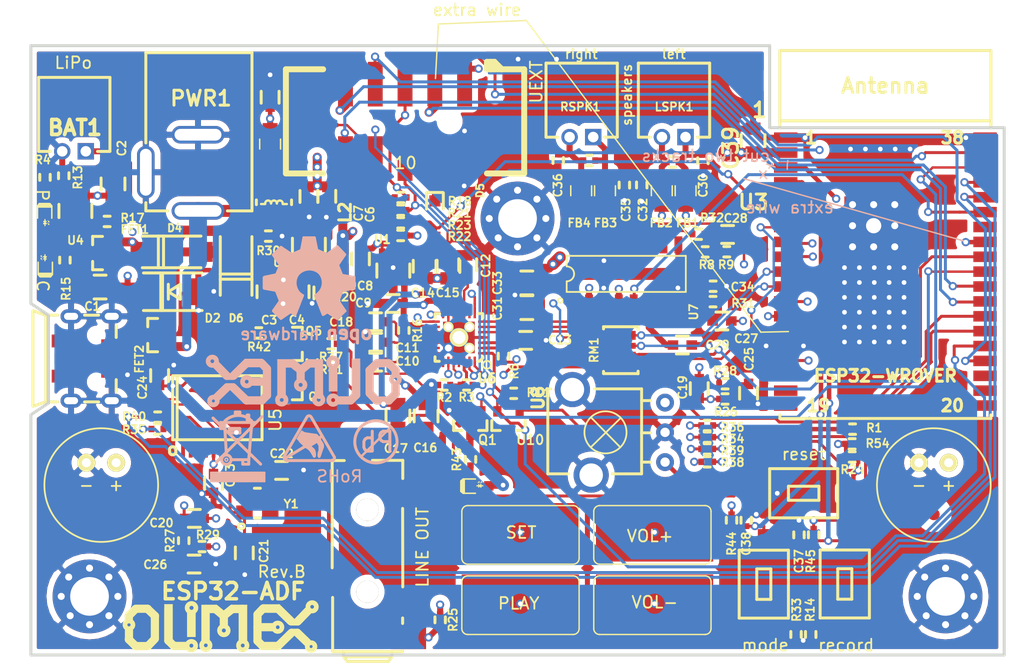
<source format=kicad_pcb>
(kicad_pcb (version 20171130) (host pcbnew 5.1.2-f72e74a~84~ubuntu18.04.1)
  (layers (0 F.Cu signal) (1 In1.Cu power) (2 In2.Cu mixed) (31 B.Cu signal) (35 F.Paste user) (36 B.SilkS user) (37 F.SilkS user) (38 B.Mask user) (39 F.Mask user) (44 Edge.Cuts user))
  (net 0 "")
  (net 1 /GPIO19_HPD)
  (net 2 "Net-(AUDIO_JACK_5PIN1-Pad2)")
  (net 3 "Net-(AUDIO_JACK_5PIN1-Pad3)")
  (net 4 "Net-(AUDIO_JACK_5PIN1-Pad4)")
  (net 5 GND)
  (net 6 "Net-(BAT1-Pad1)")
  (net 7 "Net-(BUT1-Pad2)")
  (net 8 /GPI36_BUT_REC)
  (net 9 /GPI39_BUT_MODE)
  (net 10 "Net-(BUT2-Pad2)")
  (net 11 +5V)
  (net 12 +BATT)
  (net 13 "Net-(C5-Pad2)")
  (net 14 +3V3)
  (net 15 +3.3VA)
  (net 16 "Net-(C10-Pad1)")
  (net 17 "Net-(C11-Pad1)")
  (net 18 "Net-(C12-Pad1)")
  (net 19 "Net-(C13-Pad1)")
  (net 20 "Net-(C16-Pad2)")
  (net 21 "Net-(C17-Pad2)")
  (net 22 "Net-(C18-Pad1)")
  (net 23 "Net-(C19-Pad2)")
  (net 24 "Net-(C19-Pad1)")
  (net 25 "Net-(C20-Pad2)")
  (net 26 "Net-(C20-Pad1)")
  (net 27 "Net-(C21-Pad1)")
  (net 28 "Net-(C22-Pad1)")
  (net 29 "Net-(C25-Pad1)")
  (net 30 "Net-(C26-Pad1)")
  (net 31 "Net-(C27-Pad2)")
  (net 32 "Net-(C27-Pad1)")
  (net 33 "Net-(C28-Pad1)")
  (net 34 "Net-(C28-Pad2)")
  (net 35 "Net-(C29-Pad1)")
  (net 36 "Net-(C30-Pad1)")
  (net 37 "Net-(C32-Pad2)")
  (net 38 "Net-(C35-Pad1)")
  (net 39 "Net-(C36-Pad2)")
  (net 40 "Net-(CHARGING1-Pad1)")
  (net 41 "Net-(COMPLETE2-Pad1)")
  (net 42 "Net-(D5-Pad1)")
  (net 43 /GPI34_RX)
  (net 44 "Net-(D6-Pad2)")
  (net 45 "Net-(FB1-Pad2)")
  (net 46 "Net-(FB2-Pad2)")
  (net 47 "Net-(FB3-Pad2)")
  (net 48 "Net-(FB4-Pad2)")
  (net 49 /+5V_USB)
  (net 50 "Net-(L2-Pad1)")
  (net 51 "Net-(PWRLED1-Pad1)")
  (net 52 "Net-(Q1-Pad3)")
  (net 53 /GPIO22_GLED)
  (net 54 /ESP_EN)
  (net 55 "Net-(Q4-Pad2)")
  (net 56 "Net-(Q4-Pad1)")
  (net 57 "Net-(Q5-Pad1)")
  (net 58 "Net-(Q5-Pad2)")
  (net 59 "Net-(Q5-Pad3)")
  (net 60 "Net-(R2-Pad2)")
  (net 61 /GPIO0_MCLK)
  (net 62 "Net-(R11-Pad1)")
  (net 63 "Net-(R13-Pad1)")
  (net 64 "Net-(R15-Pad2)")
  (net 65 /GPIO23_I2C-SCL)
  (net 66 "Net-(R19-Pad1)")
  (net 67 /GPIO18_I2C-SDA)
  (net 68 /GPIO17_CS)
  (net 69 "Net-(R31-Pad1)")
  (net 70 "Net-(R32-Pad1)")
  (net 71 /GPIO33_PLAY)
  (net 72 "Net-(R35-Pad1)")
  (net 73 /GPIO3_U0RXD)
  (net 74 /GPIO32_SET)
  (net 75 /D_Com)
  (net 76 /GPIO13_VOLM)
  (net 77 /GPIO27_VOLP)
  (net 78 /GPIO1_U0TXD)
  (net 79 "Net-(R40-Pad1)")
  (net 80 "Net-(RM1-Pad1.2)")
  (net 81 /GPI35_ASDOUT)
  (net 82 "Net-(RM1-Pad4.2)")
  (net 83 /GPIO25_LRCK)
  (net 84 "Net-(RM1-Pad2.2)")
  (net 85 "Net-(RM1-Pad3.2)")
  (net 86 /GPIO5_SCLK)
  (net 87 /GPIO26_DSDIN)
  (net 88 "Net-(U1-Pad4)")
  (net 89 /GPIO14_SCK)
  (net 90 /GPIO12_V)
  (net 91 /GPIO15_MISO)
  (net 92 /GPIO2_MOSI)
  (net 93 /GPIO4_U1TXD)
  (net 94 /GPIO16_TX)
  (net 95 /GPIO21_SHDN)
  (net 96 "Net-(U5-Pad17)")
  (net 97 "Net-(U5-Pad14)")
  (net 98 "Net-(U5-Pad13)")
  (net 99 "Net-(U5-Pad12)")
  (net 100 "Net-(U5-Pad11)")
  (net 101 "Net-(U6-Pad25)")
  (net 102 "Net-(U6-Pad22)")
  (net 103 "Net-(U6-Pad21)")
  (net 104 "Net-(U6-Pad9)")
  (net 105 "Net-(USB-UART1-Pad4)")
  (net 106 "Net-(R34-Pad1)")
  (net 107 "Net-(R36-Pad1)")
  (net 108 "Net-(R38-Pad1)")
  (net 109 "Net-(R39-Pad1)")
  (net 110 /D_N)
  (net 111 /D_P)
  (net 112 "Net-(R1-Pad2)")
  (net 113 "Net-(U3-Pad21)")
  (net 114 "Net-(U3-Pad22)")
  (net 115 "Net-(U3-Pad20)")
  (net 116 "Net-(U3-Pad19)")
  (net 117 "Net-(U3-Pad17)")
  (net 118 "Net-(U3-Pad18)")
  (net 119 "Net-(U3-Pad32)")
  (net 120 "Net-(U5-Pad20)")
  (net 121 "Net-(R8-Pad1)")
  (module OLIMEX_RLC-FP:C_0603_5MIL_DWS (layer F.Cu) (at 75.4 37.4 270)
    (fp_text reference C5 hide)
    (fp_text value 22uF/6.3V/20%/X5R/C0603)
    (pad 2 smd rect (at 0.8 0) (size 0.8 0.9) (layers F.Cu F.Paste F.Mask) (net 13 "Net-(C5-Pad2)") (clearance 0.0508))
    (pad 1 smd rect (at -0.8 0) (size 0.8 0.9) (layers F.Cu F.Paste F.Mask) (net 5 GND) (clearance 0.0508))
  )
  (module OLIMEX_RLC-FP:C_0603_5MIL_DWS (layer F.Cu) (at 80.23352 45.85462 270)
    (fp_text reference C6 (at 1.54686 -3.68046 90) (layer F.SilkS) (effects (font (size 0.7 0.7))))
    (fp_text value 22uF/6.3V/20%/X5R/C0603)
    (pad 2 smd rect (at 0.8 0) (size 0.8 0.9) (layers F.Cu F.Paste F.Mask) (net 5 GND) (clearance 0.0508))
    (pad 1 smd rect (at -0.8 0) (size 0.8 0.9) (layers F.Cu F.Paste F.Mask) (net 14 +3V3) (clearance 0.0508))
  )
  (module OLIMEX_RLC-FP:C_0603_5MIL_DWS (layer F.Cu) (at 78.70952 45.86732 270)
    (fp_text reference C7 (at 1.43002 -4.23164 90) (layer F.SilkS) (effects (font (size 0.7 0.7))))
    (fp_text value 22uF/6.3V/20%/X5R/C0603)
    (pad 2 smd rect (at 0.8 0) (size 0.8 0.9) (layers F.Cu F.Paste F.Mask) (net 5 GND) (clearance 0.0508))
    (pad 1 smd rect (at -0.8 0) (size 0.8 0.9) (layers F.Cu F.Paste F.Mask) (net 14 +3V3) (clearance 0.0508))
  )
  (module OLIMEX_RLC-FP:C_0603_5MIL_DWS (layer F.Cu) (at 83.1 51.2 270)
    (fp_text reference C8 (at 2.3 -0.4) (layer F.SilkS) (effects (font (size 0.7 0.7))))
    (fp_text value 10uF)
    (pad 2 smd rect (at 0.8 0) (size 0.8 0.9) (layers F.Cu F.Paste F.Mask) (net 5 GND) (clearance 0.0508))
    (pad 1 smd rect (at -0.8 0) (size 0.8 0.9) (layers F.Cu F.Paste F.Mask) (net 12 +BATT) (clearance 0.0508))
  )
  (module OLIMEX_RLC-FP:C_0603_5MIL_DWS (layer F.Cu) (at 85.9 55 180)
    (fp_text reference C9 (at 2.54228 0.04202 180) (layer F.SilkS) (effects (font (size 0.7 0.7))))
    (fp_text value 10uF)
    (pad 2 smd rect (at 0.8 0 270) (size 0.8 0.9) (layers F.Cu F.Paste F.Mask) (net 5 GND) (clearance 0.0508))
    (pad 1 smd rect (at -0.8 0 270) (size 0.8 0.9) (layers F.Cu F.Paste F.Mask) (net 15 +3.3VA) (clearance 0.0508))
  )
  (module OLIMEX_RLC-FP:C_0603_5MIL_DWS (layer F.Cu) (at 84.4 60.0065 180)
    (fp_text reference C10 (at -2.722 0.0785 180) (layer F.SilkS) (effects (font (size 0.7 0.7))))
    (fp_text value 10uF)
    (pad 2 smd rect (at 0.8 0 270) (size 0.8 0.9) (layers F.Cu F.Paste F.Mask) (net 5 GND) (clearance 0.0508))
    (pad 1 smd rect (at -0.8 0 270) (size 0.8 0.9) (layers F.Cu F.Paste F.Mask) (net 16 "Net-(C10-Pad1)") (clearance 0.0508))
  )
  (module OLIMEX_RLC-FP:C_0603_5MIL_DWS (layer F.Cu) (at 84.4 58.3065 180)
    (fp_text reference C11 (at -2.722 -0.4785 180) (layer F.SilkS) (effects (font (size 0.7 0.7))))
    (fp_text value 10uF)
    (pad 2 smd rect (at 0.8 0 270) (size 0.8 0.9) (layers F.Cu F.Paste F.Mask) (net 5 GND) (clearance 0.0508))
    (pad 1 smd rect (at -0.8 0 270) (size 0.8 0.9) (layers F.Cu F.Paste F.Mask) (net 17 "Net-(C11-Pad1)") (clearance 0.0508))
  )
  (module OLIMEX_RLC-FP:C_0603_5MIL_DWS (layer F.Cu) (at 92.25026 51.69408 90)
    (fp_text reference C12 (at -0.08636 1.54432 90) (layer F.SilkS) (effects (font (size 0.7 0.7))))
    (fp_text value 10uF)
    (pad 2 smd rect (at 0.8 0 180) (size 0.8 0.9) (layers F.Cu F.Paste F.Mask) (net 5 GND) (clearance 0.0508))
    (pad 1 smd rect (at -0.8 0 180) (size 0.8 0.9) (layers F.Cu F.Paste F.Mask) (net 18 "Net-(C12-Pad1)") (clearance 0.0508))
  )
  (module OLIMEX_RLC-FP:C_0603_5MIL_DWS (layer F.Cu) (at 97.19564 58.15076)
    (fp_text reference C13 (at 2.91842 -0.03024 180) (layer F.SilkS) (effects (font (size 0.7 0.7))))
    (fp_text value 100nF)
    (pad 2 smd rect (at 0.8 0 90) (size 0.8 0.9) (layers F.Cu F.Paste F.Mask) (net 5 GND) (clearance 0.0508))
    (pad 1 smd rect (at -0.8 0 90) (size 0.8 0.9) (layers F.Cu F.Paste F.Mask) (net 19 "Net-(C13-Pad1)") (clearance 0.0508))
  )
  (module OLIMEX_RLC-FP:C_0603_5MIL_DWS (layer F.Cu) (at 84.3915 56.5625 180)
    (fp_text reference C18 (at 2.93116 -0.02362 180) (layer F.SilkS) (effects (font (size 0.7 0.7))))
    (fp_text value 10uF)
    (pad 2 smd rect (at 0.8 0 270) (size 0.8 0.9) (layers F.Cu F.Paste F.Mask) (net 5 GND) (clearance 0.0508))
    (pad 1 smd rect (at -0.8 0 270) (size 0.8 0.9) (layers F.Cu F.Paste F.Mask) (net 22 "Net-(C18-Pad1)") (clearance 0.0508))
  )
  (module OLIMEX_RLC-FP:C_0603_5MIL_DWS (layer F.Cu) (at 111.99368 62.2681 90)
    (fp_text reference C19 (at 0.10414 -1.41478 90) (layer F.SilkS) (effects (font (size 0.7 0.7))))
    (fp_text value 1uF)
    (pad 2 smd rect (at 0.8 0 180) (size 0.8 0.9) (layers F.Cu F.Paste F.Mask) (net 23 "Net-(C19-Pad2)") (clearance 0.0508))
    (pad 1 smd rect (at -0.8 0 180) (size 0.8 0.9) (layers F.Cu F.Paste F.Mask) (net 24 "Net-(C19-Pad1)") (clearance 0.0508))
  )
  (module OLIMEX_RLC-FP:C_0603_5MIL_DWS (layer F.Cu) (at 68.93424 73.34214)
    (fp_text reference C20 (at -2.8 0.389) (layer F.SilkS) (effects (font (size 0.7 0.7))))
    (fp_text value 1uF)
    (pad 2 smd rect (at 0.8 0 90) (size 0.8 0.9) (layers F.Cu F.Paste F.Mask) (net 25 "Net-(C20-Pad2)") (clearance 0.0508))
    (pad 1 smd rect (at -0.8 0 90) (size 0.8 0.9) (layers F.Cu F.Paste F.Mask) (net 26 "Net-(C20-Pad1)") (clearance 0.0508))
  )
  (module OLIMEX_RLC-FP:C_0603_5MIL_DWS (layer F.Cu) (at 73.19772 76.2889 270)
    (fp_text reference C21 (at -0.17018 -1.67386 270) (layer F.SilkS) (effects (font (size 0.7 0.7))))
    (fp_text value 27pF/50V/5%/C0G)
    (pad 2 smd rect (at 0.8 0) (size 0.8 0.9) (layers F.Cu F.Paste F.Mask) (net 5 GND) (clearance 0.0508))
    (pad 1 smd rect (at -0.8 0) (size 0.8 0.9) (layers F.Cu F.Paste F.Mask) (net 27 "Net-(C21-Pad1)") (clearance 0.0508))
  )
  (module OLIMEX_RLC-FP:C_0603_5MIL_DWS (layer F.Cu) (at 76.3778 69.24548)
    (fp_text reference C22 (at 0 -1.43) (layer F.SilkS) (effects (font (size 0.7 0.7))))
    (fp_text value 27pF/50V/5%/C0G)
    (pad 2 smd rect (at 0.8 0 90) (size 0.8 0.9) (layers F.Cu F.Paste F.Mask) (net 5 GND) (clearance 0.0508))
    (pad 1 smd rect (at -0.8 0 90) (size 0.8 0.9) (layers F.Cu F.Paste F.Mask) (net 28 "Net-(C22-Pad1)") (clearance 0.0508))
  )
  (module OLIMEX_RLC-FP:C_0603_5MIL_DWS (layer F.Cu) (at 70.5739 70.36308 270)
    (fp_text reference C23 (at -0.69088 -1.43256 270) (layer F.SilkS) (effects (font (size 0.7 0.7))))
    (fp_text value 22uF/6.3V/20%/X5R/C0603)
    (pad 2 smd rect (at 0.8 0) (size 0.8 0.9) (layers F.Cu F.Paste F.Mask) (net 5 GND) (clearance 0.0508))
    (pad 1 smd rect (at -0.8 0) (size 0.8 0.9) (layers F.Cu F.Paste F.Mask) (net 14 +3V3) (clearance 0.0508))
  )
  (module OLIMEX_RLC-FP:C_0603_5MIL_DWS (layer F.Cu) (at 65.9765 61.1505 90)
    (fp_text reference C24 (at -1.0287 -1.46304 90) (layer F.SilkS) (effects (font (size 0.7 0.7))))
    (fp_text value 100nF/50V/20%/Y5V)
    (pad 2 smd rect (at 0.8 0 180) (size 0.8 0.9) (layers F.Cu F.Paste F.Mask) (net 5 GND) (clearance 0.0508))
    (pad 1 smd rect (at -0.8 0 180) (size 0.8 0.9) (layers F.Cu F.Paste F.Mask) (net 14 +3V3) (clearance 0.0508))
  )
  (module OLIMEX_RLC-FP:C_0603_5MIL_DWS (layer F.Cu) (at 116.2 62.661 270)
    (fp_text reference C25 (at -2.911 -0.05 270) (layer F.SilkS) (effects (font (size 0.7 0.7))))
    (fp_text value 10uF)
    (pad 2 smd rect (at 0.8 0) (size 0.8 0.9) (layers F.Cu F.Paste F.Mask) (net 5 GND) (clearance 0.0508))
    (pad 1 smd rect (at -0.8 0) (size 0.8 0.9) (layers F.Cu F.Paste F.Mask) (net 29 "Net-(C25-Pad1)") (clearance 0.0508))
  )
  (module OLIMEX_RLC-FP:C_0603_5MIL_DWS (layer F.Cu) (at 68.91528 77.23886)
    (fp_text reference C26 (at -3.3 0.05) (layer F.SilkS) (effects (font (size 0.7 0.7))))
    (fp_text value 10uF)
    (pad 2 smd rect (at 0.8 0 90) (size 0.8 0.9) (layers F.Cu F.Paste F.Mask) (net 5 GND) (clearance 0.0508))
    (pad 1 smd rect (at -0.8 0 90) (size 0.8 0.9) (layers F.Cu F.Paste F.Mask) (net 30 "Net-(C26-Pad1)") (clearance 0.0508))
  )
  (module OLIMEX_RLC-FP:C_0603_5MIL_DWS (layer F.Cu) (at 113.93 56.496)
    (fp_text reference C27 (at 2.07 1.504) (layer F.SilkS) (effects (font (size 0.7 0.7))))
    (fp_text value 1uF)
    (pad 2 smd rect (at 0.8 0 90) (size 0.8 0.9) (layers F.Cu F.Paste F.Mask) (net 31 "Net-(C27-Pad2)") (clearance 0.0508))
    (pad 1 smd rect (at -0.8 0 90) (size 0.8 0.9) (layers F.Cu F.Paste F.Mask) (net 32 "Net-(C27-Pad1)") (clearance 0.0508))
  )
  (module OLIMEX_RLC-FP:C_0603_5MIL_DWS (layer F.Cu) (at 114.41176 49.1109)
    (fp_text reference C28 (at 0.69342 -1.38176) (layer F.SilkS) (effects (font (size 0.7 0.7))))
    (fp_text value 1uF)
    (pad 2 smd rect (at 0.8 0 90) (size 0.8 0.9) (layers F.Cu F.Paste F.Mask) (net 34 "Net-(C28-Pad2)") (clearance 0.0508))
    (pad 1 smd rect (at -0.8 0 90) (size 0.8 0.9) (layers F.Cu F.Paste F.Mask) (net 33 "Net-(C28-Pad1)") (clearance 0.0508))
  )
  (module OLIMEX_RLC-FP:C_0603_5MIL_DWS (layer F.Cu) (at 110.5535 58.547)
    (fp_text reference C29 (at 3 0) (layer F.SilkS) (effects (font (size 0.7 0.7))))
    (fp_text value 1uF)
    (pad 2 smd rect (at 0.8 0 90) (size 0.8 0.9) (layers F.Cu F.Paste F.Mask) (net 5 GND) (clearance 0.0508))
    (pad 1 smd rect (at -0.8 0 90) (size 0.8 0.9) (layers F.Cu F.Paste F.Mask) (net 35 "Net-(C29-Pad1)") (clearance 0.0508))
  )
  (module OLIMEX_RLC-FP:C_0805_5MIL_DWS (layer F.Cu) (at 116.58346 41.09974 90)
    (fp_text reference C39 (at -0.635 -1.905 90) (layer F.SilkS) (effects (font (size 1.27 1.27) (thickness 0.254))))
    (fp_text value 47uF/6.3V/20%/X5R/C0805)
    (pad 2 smd rect (at 1.016 0 270) (size 1.05 1.27) (layers F.Cu F.Paste F.Mask) (net 5 GND))
    (pad 1 smd rect (at -1.016 0 90) (size 1.05 1.27) (layers F.Cu F.Paste F.Mask) (net 14 +3V3))
  )
  (module OLIMEX_RLC-FP:C_0805_5MIL_DWS (layer F.Cu) (at 60.9 53.6 180)
    (fp_text reference C1 (at 0.65 -1.65 180) (layer F.SilkS) (effects (font (size 0.7 0.7))))
    (fp_text value 47uF/6.3V/20%/X5R/C0805)
    (pad 2 smd rect (at 1.016 0) (size 1.05 1.27) (layers F.Cu F.Paste F.Mask) (net 5 GND))
    (pad 1 smd rect (at -1.016 0 180) (size 1.05 1.27) (layers F.Cu F.Paste F.Mask) (net 11 +5V))
  )
  (module OLIMEX_RLC-FP:C_0805_5MIL_DWS (layer F.Cu) (at 62 44.8 90)
    (fp_text reference C2 (at 3.05 0.75 90) (layer F.SilkS) (effects (font (size 0.7 0.7))))
    (fp_text value 47uF/6.3V/20%/X5R/C0805)
    (pad 2 smd rect (at 1.016 0 270) (size 1.05 1.27) (layers F.Cu F.Paste F.Mask) (net 5 GND))
    (pad 1 smd rect (at -1.016 0 90) (size 1.05 1.27) (layers F.Cu F.Paste F.Mask) (net 11 +5V))
  )
  (module OLIMEX_RLC-FP:C_0805_5MIL_DWS (layer F.Cu) (at 75.3 54 270)
    (fp_text reference C3 (at 2.42102 -0.02116) (layer F.SilkS) (effects (font (size 0.7 0.7))))
    (fp_text value 47uF/6.3V/20%/X5R/C0805)
    (pad 2 smd rect (at 1.016 0 90) (size 1.05 1.27) (layers F.Cu F.Paste F.Mask) (net 5 GND))
    (pad 1 smd rect (at -1.016 0 270) (size 1.05 1.27) (layers F.Cu F.Paste F.Mask) (net 12 +BATT))
  )
  (module OLIMEX_RLC-FP:C_0805_5MIL_DWS (layer F.Cu) (at 77.7 54 270)
    (fp_text reference C4 (at 2.40324 0.01664) (layer F.SilkS) (effects (font (size 0.7 0.7))))
    (fp_text value 47uF/6.3V/20%/X5R/C0805)
    (pad 2 smd rect (at 1.016 0 90) (size 1.05 1.27) (layers F.Cu F.Paste F.Mask) (net 5 GND))
    (pad 1 smd rect (at -1.016 0 270) (size 1.05 1.27) (layers F.Cu F.Paste F.Mask) (net 12 +BATT))
  )
  (module OLIMEX_RLC-FP:C_0805_5MIL_DWS (layer F.Cu) (at 88.62314 51.82362 90)
    (fp_text reference C14 (at -2.28346 -0.1905 180) (layer F.SilkS) (effects (font (size 0.7 0.7))))
    (fp_text value 47uF)
    (pad 2 smd rect (at 1.016 0 270) (size 1.05 1.27) (layers F.Cu F.Paste F.Mask) (net 5 GND))
    (pad 1 smd rect (at -1.016 0 90) (size 1.05 1.27) (layers F.Cu F.Paste F.Mask) (net 15 +3.3VA))
  )
  (module OLIMEX_RLC-FP:C_0805_5MIL_DWS (layer F.Cu) (at 90.5637 51.8414 90)
    (fp_text reference C15 (at -2.24536 -0.0254 180) (layer F.SilkS) (effects (font (size 0.7 0.7))))
    (fp_text value 47uF)
    (pad 2 smd rect (at 1.016 0 270) (size 1.05 1.27) (layers F.Cu F.Paste F.Mask) (net 5 GND))
    (pad 1 smd rect (at -1.016 0 90) (size 1.05 1.27) (layers F.Cu F.Paste F.Mask) (net 15 +3.3VA))
  )
  (module OLIMEX_RLC-FP:C_0805_5MIL_DWS (layer F.Cu) (at 88.7 64.6 90)
    (fp_text reference C16 (at -2.71254 -0.06416 180) (layer F.SilkS) (effects (font (size 0.7 0.7))))
    (fp_text value 47uF)
    (pad 2 smd rect (at 1.016 0 270) (size 1.05 1.27) (layers F.Cu F.Paste F.Mask) (net 20 "Net-(C16-Pad2)"))
    (pad 1 smd rect (at -1.016 0 90) (size 1.05 1.27) (layers F.Cu F.Paste F.Mask) (net 2 "Net-(AUDIO_JACK_5PIN1-Pad2)"))
  )
  (module OLIMEX_RLC-FP:C_0805_5MIL_DWS (layer F.Cu) (at 86.3 64.6 90)
    (fp_text reference C17 (at -2.77096 -0.17114 180) (layer F.SilkS) (effects (font (size 0.7 0.7))))
    (fp_text value 47uF)
    (pad 2 smd rect (at 1.016 0 270) (size 1.05 1.27) (layers F.Cu F.Paste F.Mask) (net 21 "Net-(C17-Pad2)"))
    (pad 1 smd rect (at -1.016 0 90) (size 1.05 1.27) (layers F.Cu F.Paste F.Mask) (net 3 "Net-(AUDIO_JACK_5PIN1-Pad3)"))
  )
  (module OLIMEX_RLC-FP:C_0805_5MIL_DWS (layer F.Cu) (at 97.293 55.353 180)
    (fp_text reference C31 (at 2.50528 -0.08504 270) (layer F.SilkS) (effects (font (size 0.7 0.7))))
    (fp_text value 47uF/6.3V/20%/X5R/C0805)
    (pad 2 smd rect (at 1.016 0) (size 1.05 1.27) (layers F.Cu F.Paste F.Mask) (net 5 GND))
    (pad 1 smd rect (at -1.016 0 180) (size 1.05 1.27) (layers F.Cu F.Paste F.Mask) (net 12 +BATT))
  )
  (module OLIMEX_RLC-FP:C_0805_5MIL_DWS (layer F.Cu) (at 97.293 53.25 180)
    (fp_text reference C33 (at 2.50528 -0.00364 270) (layer F.SilkS) (effects (font (size 0.7 0.7))))
    (fp_text value 47uF/6.3V/20%/X5R/C0805)
    (pad 2 smd rect (at 1.016 0) (size 1.05 1.27) (layers F.Cu F.Paste F.Mask) (net 5 GND))
    (pad 1 smd rect (at -1.016 0 180) (size 1.05 1.27) (layers F.Cu F.Paste F.Mask) (net 12 +BATT))
  )
  (module OLIMEX_Transistors-FP:SOT23 (layer F.Cu) (at 95.72752 65.20434 90)
    (fp_text reference U10 (at -1.43764 1.8542 180) (layer F.SilkS) (effects (font (size 0.8 0.8))))
    (fp_text value "BAT54C(SOT23-3)")
    (pad 1 smd rect (at 1 0.95 90) (size 0.9 0.7) (layers F.Cu F.Paste F.Mask) (net 61 /GPIO0_MCLK) (clearance 0.0508))
    (pad 2 smd rect (at 1 -0.95 90) (size 0.9 0.7) (layers F.Cu F.Paste F.Mask) (net 92 /GPIO2_MOSI) (clearance 0.0508))
    (pad 3 smd rect (at -1 0 90) (size 0.9 0.7) (layers F.Cu F.Paste F.Mask) (net 75 /D_Com) (clearance 0.0508))
  )
  (module OLIMEX_Transistors-FP:SOT23 (layer F.Cu) (at 60.9 50.7)
    (fp_text reference FET1 (at 2.96068 -2.01836) (layer F.SilkS) (effects (font (size 0.7 0.7))))
    (fp_text value WPM2015-3/TR)
    (pad 1 smd rect (at 1 0.95) (size 0.9 0.7) (layers F.Cu F.Paste F.Mask) (net 11 +5V) (clearance 0.0508))
    (pad 2 smd rect (at 1 -0.95) (size 0.9 0.7) (layers F.Cu F.Paste F.Mask) (net 12 +BATT) (clearance 0.0508))
    (pad 3 smd rect (at -1 0) (size 0.9 0.7) (layers F.Cu F.Paste F.Mask) (net 6 "Net-(BAT1-Pad1)") (clearance 0.0508))
  )
  (module OLIMEX_Transistors-FP:SOT23 (layer F.Cu) (at 65.6 57.7)
    (fp_text reference FET2 (at -1.35 2.05 90) (layer F.SilkS) (effects (font (size 0.7 0.7))))
    (fp_text value WPM2015-3/TR)
    (pad 1 smd rect (at 1 0.95) (size 0.9 0.7) (layers F.Cu F.Paste F.Mask) (net 44 "Net-(D6-Pad2)") (clearance 0.0508))
    (pad 2 smd rect (at 1 -0.95) (size 0.9 0.7) (layers F.Cu F.Paste F.Mask) (net 11 +5V) (clearance 0.0508))
    (pad 3 smd rect (at -1 0) (size 0.9 0.7) (layers F.Cu F.Paste F.Mask) (net 49 /+5V_USB) (clearance 0.0508))
  )
  (module OLIMEX_Transistors-FP:SOT23 (layer F.Cu) (at 92.47124 65.20434 90)
    (fp_text reference Q1 (at -1.43764 1.46812 180) (layer F.SilkS) (effects (font (size 0.8 0.8))))
    (fp_text value DTC114YKA)
    (pad 1 smd rect (at 1 0.95 90) (size 0.9 0.7) (layers F.Cu F.Paste F.Mask) (net 53 /GPIO22_GLED) (clearance 0.0508))
    (pad 2 smd rect (at 1 -0.95 90) (size 0.9 0.7) (layers F.Cu F.Paste F.Mask) (net 5 GND) (clearance 0.0508))
    (pad 3 smd rect (at -1 0 90) (size 0.9 0.7) (layers F.Cu F.Paste F.Mask) (net 52 "Net-(Q1-Pad3)") (clearance 0.0508))
  )
  (module OLIMEX_Transistors-FP:SOT23 (layer F.Cu) (at 77.5 61.8 180)
    (fp_text reference Q4 (at -1.86738 -1.1666 180) (layer F.SilkS) (effects (font (size 0.7 0.7))))
    (fp_text value "BC817-40(SOT23)")
    (pad 1 smd rect (at 1 0.95 180) (size 0.9 0.7) (layers F.Cu F.Paste F.Mask) (net 56 "Net-(Q4-Pad1)") (clearance 0.0508))
    (pad 2 smd rect (at 1 -0.95 180) (size 0.9 0.7) (layers F.Cu F.Paste F.Mask) (net 55 "Net-(Q4-Pad2)") (clearance 0.0508))
    (pad 3 smd rect (at -1 0 180) (size 0.9 0.7) (layers F.Cu F.Paste F.Mask) (net 54 /ESP_EN) (clearance 0.0508))
  )
  (module OLIMEX_Transistors-FP:SOT23 (layer F.Cu) (at 77.50744 58.44996 180)
    (fp_text reference Q5 (at -1.61102 1.09168 180) (layer F.SilkS) (effects (font (size 0.7 0.7))))
    (fp_text value "BC817-40(SOT23)")
    (pad 1 smd rect (at 1 0.95 180) (size 0.9 0.7) (layers F.Cu F.Paste F.Mask) (net 57 "Net-(Q5-Pad1)") (clearance 0.0508))
    (pad 2 smd rect (at 1 -0.95 180) (size 0.9 0.7) (layers F.Cu F.Paste F.Mask) (net 58 "Net-(Q5-Pad2)") (clearance 0.0508))
    (pad 3 smd rect (at -1 0 180) (size 0.9 0.7) (layers F.Cu F.Paste F.Mask) (net 59 "Net-(Q5-Pad3)") (clearance 0.0508))
  )
  (module OLIMEX_RLC-FP:R_0402_5MIL_DWS (layer F.Cu) (at 114.34318 50.58664 180)
    (fp_text reference R9 (at 0.05842 -1.11252) (layer F.SilkS) (effects (font (size 0.7 0.7))))
    (fp_text value "1K(n.a.)")
    (pad 2 smd rect (at 0.508 0 180) (size 0.5 0.55) (layers F.Cu F.Paste F.Mask) (net 121 "Net-(R8-Pad1)"))
    (pad 1 smd rect (at -0.508 0) (size 0.5 0.55) (layers F.Cu F.Paste F.Mask) (net 5 GND))
  )
  (module OLIMEX_RLC-FP:R_0402_5MIL_DWS (layer F.Cu) (at 112.50422 50.59934 180)
    (fp_text reference R8 (at -0.13208 -1.09728) (layer F.SilkS) (effects (font (size 0.7 0.7))))
    (fp_text value 1K)
    (pad 2 smd rect (at 0.508 0 180) (size 0.5 0.55) (layers F.Cu F.Paste F.Mask) (net 12 +BATT))
    (pad 1 smd rect (at -0.508 0) (size 0.5 0.55) (layers F.Cu F.Paste F.Mask) (net 121 "Net-(R8-Pad1)"))
  )
  (module OLIMEX_LOGOs-FP:OLIMEX_LOGO_TB (layer F.Cu) (at 71.35114 82.55254)
    (fp_text reference "" hide)
    (fp_text value "" hide)
  )
  (module "OLIMEX_Crystal-FP:TSX-3.2x2.5mm_GND(3)" (layer F.Cu) (at 74.31278 72.03948)
    (fp_text reference Y1 (at 2.89052 0.07112 180) (layer F.SilkS) (effects (font (size 0.7 0.7))))
    (fp_text value "Q12MHz/20pF/30ppm/2P/HC-49SM(SMD)")
    (fp_text user o (at -1.4605 1.9685 90) (layer F.SilkS) (effects (font (size 0.8 0.8) (thickness 0.2))))
    (pad 3 smd rect (at -1.1 -0.8) (size 1.4 1.2) (layers F.Cu F.Paste F.Mask))
    (pad 3 smd rect (at 1.1 0.8) (size 1.4 1.2) (layers F.Cu F.Paste F.Mask))
    (pad 2 smd rect (at 1.1 -0.8) (size 1.4 1.2) (layers F.Cu F.Paste F.Mask) (net 28 "Net-(C22-Pad1)"))
    (pad 1 smd rect (at -1.1 0.8) (size 1.4 1.2) (layers F.Cu F.Paste F.Mask) (net 27 "Net-(C21-Pad1)"))
  )
  (module OLIMEX_Diodes-FP:SOD-123_1C-2A_KA (layer F.Cu) (at 89.45118 47.79772 270)
    (fp_text reference D5 (at -2.42316 -3.85826 270) (layer F.SilkS) (effects (font (size 0.635 0.635) (thickness 0.15875))))
    (fp_text value "1N5819S4(SOD-123)")
    (pad 2 smd rect (at 1.55 0 270) (size 0.95 0.95) (layers F.Cu F.Paste F.Mask) (net 43 /GPI34_RX) (clearance 0.0508))
    (pad 1 smd rect (at -1.55 0 270) (size 0.95 0.95) (layers F.Cu F.Paste F.Mask) (net 42 "Net-(D5-Pad1)") (clearance 0.0508))
  )
  (module OLIMEX_IC-FP:SO-16 (layer F.Cu) (at 105.77068 52.4764)
    (fp_text reference U7 (at 5.75 3.25 90) (layer F.SilkS) (effects (font (size 0.7 0.7))))
    (fp_text value PAM8003)
    (pad 16 smd rect (at -4.445 -2.475) (size 0.67 1.45) (layers F.Cu F.Paste F.Mask) (net 12 +BATT))
    (pad 15 smd rect (at -3.175 -2.475) (size 0.67 1.45) (layers F.Cu F.Paste F.Mask) (net 48 "Net-(FB4-Pad2)"))
    (pad 14 smd rect (at -1.905 -2.475) (size 0.67 1.45) (layers F.Cu F.Paste F.Mask) (net 5 GND))
    (pad 13 smd rect (at -0.635 -2.475) (size 0.67 1.45) (layers F.Cu F.Paste F.Mask) (net 47 "Net-(FB3-Pad2)"))
    (pad 12 smd rect (at 0.635 -2.475) (size 0.67 1.45) (layers F.Cu F.Paste F.Mask) (net 121 "Net-(R8-Pad1)"))
    (pad 11 smd rect (at 1.905 -2.475) (size 0.67 1.45) (layers F.Cu F.Paste F.Mask))
    (pad 10 smd rect (at 3.175 -2.475) (size 0.67 1.45) (layers F.Cu F.Paste F.Mask) (net 70 "Net-(R32-Pad1)"))
    (pad 9 smd rect (at 4.445 -2.475) (size 0.67 1.45) (layers F.Cu F.Paste F.Mask) (net 12 +BATT))
    (pad 8 smd rect (at 4.445 2.475) (size 0.67 1.45) (layers F.Cu F.Paste F.Mask) (net 5 GND))
    (pad 7 smd rect (at 3.175 2.475) (size 0.67 1.45) (layers F.Cu F.Paste F.Mask) (net 69 "Net-(R31-Pad1)"))
    (pad 6 smd rect (at 1.905 2.475) (size 0.67 1.45) (layers F.Cu F.Paste F.Mask) (net 35 "Net-(C29-Pad1)"))
    (pad 5 smd rect (at 0.635 2.475) (size 0.67 1.45) (layers F.Cu F.Paste F.Mask) (net 95 /GPIO21_SHDN))
    (pad 4 smd rect (at -0.635 2.475) (size 0.67 1.45) (layers F.Cu F.Paste F.Mask) (net 45 "Net-(FB1-Pad2)"))
    (pad 3 smd rect (at -1.905 2.475) (size 0.67 1.45) (layers F.Cu F.Paste F.Mask) (net 5 GND))
    (pad 2 smd rect (at -3.175 2.475) (size 0.67 1.45) (layers F.Cu F.Paste F.Mask) (net 46 "Net-(FB2-Pad2)"))
    (pad 1 smd rect (at -4.445 2.475) (size 0.67 1.45) (layers F.Cu F.Paste F.Mask) (net 12 +BATT))
  )
  (module OLIMEX_RLC-FP:R_0603_5MIL_DWS (layer F.Cu) (at 81.6 51.211 90)
    (fp_text reference R19 (at -2.289 0.15 180) (layer F.SilkS) (effects (font (size 0.7 0.7))))
    (fp_text value 4.99k/1%/R0603)
    (pad 2 smd rect (at 0.889 0 90) (size 1.016 1.016) (layers F.Cu F.Paste F.Mask) (net 14 +3V3))
    (pad 1 smd rect (at -0.889 0 90) (size 1.016 1.016) (layers F.Cu F.Paste F.Mask) (net 66 "Net-(R19-Pad1)"))
  )
  (module OLIMEX_RLC-FP:R_0603_5MIL_DWS (layer F.Cu) (at 79.9 54.1 270)
    (fp_text reference R20 (at 0.34236 -1.8753) (layer F.SilkS) (effects (font (size 0.7 0.7))))
    (fp_text value 1.1k/1%/R0603)
    (pad 2 smd rect (at 0.889 0 270) (size 1.016 1.016) (layers F.Cu F.Paste F.Mask) (net 5 GND))
    (pad 1 smd rect (at -0.889 0 270) (size 1.016 1.016) (layers F.Cu F.Paste F.Mask) (net 66 "Net-(R19-Pad1)"))
  )
  (module OLIMEX_Connectors-FP:GBH-254-SMT-10_Smaller (layer F.Cu) (at 86.9061 39.4589)
    (fp_text reference UEXT1 hide)
    (fp_text value BH10S)
    (fp_text user 10 (at 0.0381 3.55092) (layer F.SilkS))
    (pad 1 smd rect (at 5.08 -3.175) (size 1.27 3.81) (layers F.Cu F.Mask) (net 13 "Net-(C5-Pad2)") (clearance 0.0508))
    (pad 2 smd rect (at 5.08 3.175) (size 1.27 3.81) (layers F.Cu F.Mask) (net 5 GND) (clearance 0.0508))
    (pad 3 smd rect (at 2.54 -3.175) (size 1.27 3.81) (layers F.Cu F.Mask) (net 94 /GPIO16_TX) (clearance 0.0508))
    (pad 4 smd rect (at 2.54 3.175) (size 1.27 3.81) (layers F.Cu F.Mask) (net 42 "Net-(D5-Pad1)") (clearance 0.0508))
    (pad 5 smd rect (at 0 -3.175) (size 1.27 3.81) (layers F.Cu F.Mask) (net 65 /GPIO23_I2C-SCL) (clearance 0.0508))
    (pad 6 smd rect (at 0 3.175) (size 1.27 3.81) (layers F.Cu F.Mask) (net 67 /GPIO18_I2C-SDA) (clearance 0.0508))
    (pad 7 smd rect (at -2.54 -3.175) (size 1.27 3.81) (layers F.Cu F.Mask) (net 91 /GPIO15_MISO) (clearance 0.0508))
    (pad 8 smd rect (at -2.54 3.175) (size 1.27 3.81) (layers F.Cu F.Mask) (net 92 /GPIO2_MOSI) (clearance 0.0508))
    (pad 9 smd rect (at -5.08 -3.175) (size 1.27 3.81) (layers F.Cu F.Mask) (net 89 /GPIO14_SCK) (clearance 0.0508))
    (pad 10 smd rect (at -5.08 3.175) (size 1.27 3.81) (layers F.Cu F.Mask) (net 68 /GPIO17_CS) (clearance 0.0508))
    (pad "" np_thru_hole circle (at -3.81 0) (size 1.2 1.2) (drill 1.2) (layers *.Cu *.Mask))
    (pad "" np_thru_hole circle (at 3.81 0) (size 1.2 1.2) (drill 1.2) (layers *.Cu *.Mask))
  )
  (module "OLIMEX_Connectors-FP:PWRJ-2mm(YDJ-1136)" (layer F.Cu) (at 64.5 47.1 270)
    (fp_text reference PWR1 (at -9.6 -5) (layer F.SilkS) (effects (font (size 1.27 1.27) (thickness 0.254))))
    (fp_text value "PWRJ-2mm(YDJ-1134)")
    (pad - thru_hole oval (at -3.3 -0.3 270) (size 4.5 1.5) (drill oval 4 1) (layers *.Cu *.Mask) (net 5 GND))
    (pad - thru_hole oval (at -6.5 -4.75 270) (size 1.5 4.5) (drill oval 1 4) (layers *.Cu *.Mask) (net 5 GND))
    (pad + thru_hole oval (at 0 -4.75 270) (size 1.5 4.5) (drill oval 1 4) (layers *.Cu *.Mask) (net 44 "Net-(D6-Pad2)"))
  )
  (module OLIMEX_RLC-FP:C_0402_5MIL_DWS (layer F.Cu) (at 112.3061 42.82186 270)
    (fp_text reference C30 (at 2.119 -0.016 270) (layer F.SilkS) (effects (font (size 0.7 0.7))))
    (fp_text value 270pF)
    (pad 2 smd rect (at 0.508 0 270) (size 0.5 0.55) (layers F.Cu F.Paste F.Mask) (net 5 GND))
    (pad 1 smd rect (at -0.508 0 90) (size 0.5 0.55) (layers F.Cu F.Paste F.Mask) (net 36 "Net-(C30-Pad1)"))
  )
  (module OLIMEX_RLC-FP:C_0402_5MIL_DWS (layer F.Cu) (at 107.09148 44.88688 90)
    (fp_text reference C32 (at -2.119 0.1 90) (layer F.SilkS) (effects (font (size 0.7 0.7))))
    (fp_text value 270pF)
    (pad 2 smd rect (at 0.508 0 90) (size 0.5 0.55) (layers F.Cu F.Paste F.Mask) (net 37 "Net-(C32-Pad2)"))
    (pad 1 smd rect (at -0.508 0 270) (size 0.5 0.55) (layers F.Cu F.Paste F.Mask) (net 5 GND))
  )
  (module OLIMEX_RLC-FP:C_0402_5MIL_DWS (layer F.Cu) (at 113.18 53.5305 180)
    (fp_text reference C34 (at -2.517 -0.0635 180) (layer F.SilkS) (effects (font (size 0.7 0.7))))
    (fp_text value 100nF/50V/20%/Y5V/C0603)
    (pad 2 smd rect (at 0.508 0 180) (size 0.5 0.55) (layers F.Cu F.Paste F.Mask) (net 12 +BATT))
    (pad 1 smd rect (at -0.508 0) (size 0.5 0.55) (layers F.Cu F.Paste F.Mask) (net 5 GND))
  )
  (module OLIMEX_RLC-FP:C_0402_5MIL_DWS (layer F.Cu) (at 105.61066 44.89704 270)
    (fp_text reference C35 (at 2.119 -0.14 270) (layer F.SilkS) (effects (font (size 0.7 0.7))))
    (fp_text value 270pF)
    (pad 2 smd rect (at 0.508 0 270) (size 0.5 0.55) (layers F.Cu F.Paste F.Mask) (net 5 GND))
    (pad 1 smd rect (at -0.508 0 90) (size 0.5 0.55) (layers F.Cu F.Paste F.Mask) (net 38 "Net-(C35-Pad1)"))
  )
  (module OLIMEX_RLC-FP:C_0402_5MIL_DWS (layer F.Cu) (at 99.96678 42.799 90)
    (fp_text reference C36 (at -2.119 -0.026 90) (layer F.SilkS) (effects (font (size 0.7 0.7))))
    (fp_text value 270pF)
    (pad 2 smd rect (at 0.508 0 90) (size 0.5 0.55) (layers F.Cu F.Paste F.Mask) (net 39 "Net-(C36-Pad2)"))
    (pad 1 smd rect (at -0.508 0 270) (size 0.5 0.55) (layers F.Cu F.Paste F.Mask) (net 5 GND))
  )
  (module OLIMEX_RLC-FP:C_0402_5MIL_DWS (layer F.Cu) (at 120.5 74.75 270)
    (fp_text reference C37 (at 2.25 0 270) (layer F.SilkS) (effects (font (size 0.7 0.7))))
    (fp_text value 100nF/50V/20%/Y5V)
    (pad 2 smd rect (at 0.508 0 270) (size 0.5 0.55) (layers F.Cu F.Paste F.Mask) (net 8 /GPI36_BUT_REC))
    (pad 1 smd rect (at -0.508 0 90) (size 0.5 0.55) (layers F.Cu F.Paste F.Mask) (net 5 GND))
  )
  (module OLIMEX_RLC-FP:C_0402_5MIL_DWS (layer F.Cu) (at 116 73.5 270)
    (fp_text reference C38 (at 2 0 270) (layer F.SilkS) (effects (font (size 0.7 0.7))))
    (fp_text value 100nF/50V/20%/Y5V)
    (pad 2 smd rect (at 0.508 0 270) (size 0.5 0.55) (layers F.Cu F.Paste F.Mask) (net 9 /GPI39_BUT_MODE))
    (pad 1 smd rect (at -0.508 0 90) (size 0.5 0.55) (layers F.Cu F.Paste F.Mask) (net 5 GND))
  )
  (module OLIMEX_RLC-FP:R_0402_5MIL_DWS (layer F.Cu) (at 109.728 42.926)
    (fp_text reference R5 hide)
    (fp_text value 1K)
    (pad 2 smd rect (at 0.508 0) (size 0.5 0.55) (layers F.Cu F.Paste F.Mask) (net 36 "Net-(C30-Pad1)"))
    (pad 1 smd rect (at -0.508 0 180) (size 0.5 0.55) (layers F.Cu F.Paste F.Mask) (net 37 "Net-(C32-Pad2)"))
  )
  (module OLIMEX_RLC-FP:R_0402_5MIL_DWS (layer F.Cu) (at 102.616 42.799)
    (fp_text reference R7 hide)
    (fp_text value 1K)
    (pad 2 smd rect (at 0.508 0) (size 0.5 0.55) (layers F.Cu F.Paste F.Mask) (net 38 "Net-(C35-Pad1)"))
    (pad 1 smd rect (at -0.508 0 180) (size 0.5 0.55) (layers F.Cu F.Paste F.Mask) (net 39 "Net-(C36-Pad2)"))
  )
  (module OLIMEX_RLC-FP:R_0402_5MIL_DWS (layer F.Cu) (at 125.0696 65.72504 180)
    (fp_text reference R1 (at -1.8542 0.10414 180) (layer F.SilkS) (effects (font (size 0.7 0.7))))
    (fp_text value 220R)
    (pad 2 smd rect (at 0.508 0 180) (size 0.5 0.55) (layers F.Cu F.Paste F.Mask) (net 112 "Net-(R1-Pad2)"))
    (pad 1 smd rect (at -0.508 0) (size 0.5 0.55) (layers F.Cu F.Paste F.Mask) (net 93 /GPIO4_U1TXD))
  )
  (module OLIMEX_RLC-FP:R_0402_5MIL_DWS (layer F.Cu) (at 90.2462 61.95822)
    (fp_text reference R2 (at 0 1.058) (layer F.SilkS) (effects (font (size 0.7 0.7))))
    (fp_text value n.a.)
    (pad 2 smd rect (at 0.508 0) (size 0.5 0.55) (layers F.Cu F.Paste F.Mask) (net 60 "Net-(R2-Pad2)"))
    (pad 1 smd rect (at -0.508 0 180) (size 0.5 0.55) (layers F.Cu F.Paste F.Mask) (net 14 +3V3))
  )
  (module OLIMEX_RLC-FP:R_0402_5MIL_DWS (layer F.Cu) (at 92.15146 61.95438)
    (fp_text reference R3 (at 0 1.05) (layer F.SilkS) (effects (font (size 0.7 0.7))))
    (fp_text value 10K)
    (pad 2 smd rect (at 0.508 0) (size 0.5 0.55) (layers F.Cu F.Paste F.Mask) (net 5 GND))
    (pad 1 smd rect (at -0.508 0 180) (size 0.5 0.55) (layers F.Cu F.Paste F.Mask) (net 60 "Net-(R2-Pad2)"))
  )
  (module OLIMEX_RLC-FP:R_0402_5MIL_DWS (layer F.Cu) (at 56.2 44.235 90)
    (fp_text reference R4 (at 1.485 -0.2 180) (layer F.SilkS) (effects (font (size 0.7 0.7))))
    (fp_text value 2.2k)
    (pad 2 smd rect (at 0.508 0 90) (size 0.5 0.55) (layers F.Cu F.Paste F.Mask) (net 5 GND))
    (pad 1 smd rect (at -0.508 0 270) (size 0.5 0.55) (layers F.Cu F.Paste F.Mask) (net 51 "Net-(PWRLED1-Pad1)"))
  )
  (module OLIMEX_RLC-FP:R_0402_5MIL_DWS (layer F.Cu) (at 95.3 59.5 270)
    (fp_text reference R6 (at 1.2949 -0.89996 270) (layer F.SilkS) (effects (font (size 0.7 0.7))))
    (fp_text value "220R(100R)")
    (pad 2 smd rect (at 0.508 0 270) (size 0.5 0.55) (layers F.Cu F.Paste F.Mask) (net 15 +3.3VA))
    (pad 1 smd rect (at -0.508 0 90) (size 0.5 0.55) (layers F.Cu F.Paste F.Mask) (net 19 "Net-(C13-Pad1)"))
  )
  (module OLIMEX_RLC-FP:R_0402_5MIL_DWS (layer F.Cu) (at 96.17202 62.66942)
    (fp_text reference R11 (at 2.12528 -0.05486) (layer F.SilkS) (effects (font (size 0.7 0.7))))
    (fp_text value 22R)
    (pad 2 smd rect (at 0.508 0) (size 0.5 0.55) (layers F.Cu F.Paste F.Mask) (net 61 /GPIO0_MCLK))
    (pad 1 smd rect (at -0.508 0 180) (size 0.5 0.55) (layers F.Cu F.Paste F.Mask) (net 62 "Net-(R11-Pad1)"))
  )
  (module OLIMEX_RLC-FP:R_0402_5MIL_DWS (layer F.Cu) (at 57.8 44.1 90)
    (fp_text reference R13 (at -0.15 1.2 90) (layer F.SilkS) (effects (font (size 0.7 0.7))))
    (fp_text value 2.2k)
    (pad 2 smd rect (at 0.508 0 90) (size 0.5 0.55) (layers F.Cu F.Paste F.Mask) (net 5 GND))
    (pad 1 smd rect (at -0.508 0 270) (size 0.5 0.55) (layers F.Cu F.Paste F.Mask) (net 63 "Net-(R13-Pad1)"))
  )
  (module OLIMEX_RLC-FP:R_0402_5MIL_DWS (layer F.Cu) (at 121.5 83.25 270)
    (fp_text reference R14 (at -2.1 0.05 270) (layer F.SilkS) (effects (font (size 0.7 0.7))))
    (fp_text value 220R)
    (pad 2 smd rect (at 0.508 0 270) (size 0.5 0.55) (layers F.Cu F.Paste F.Mask) (net 5 GND))
    (pad 1 smd rect (at -0.508 0 90) (size 0.5 0.55) (layers F.Cu F.Paste F.Mask) (net 7 "Net-(BUT1-Pad2)"))
  )
  (module OLIMEX_RLC-FP:R_0402_5MIL_DWS (layer F.Cu) (at 57.9 51.3 90)
    (fp_text reference R15 (at -2.45 0.1 90) (layer F.SilkS) (effects (font (size 0.7 0.7))))
    (fp_text value 2.2k)
    (pad 2 smd rect (at 0.508 0 90) (size 0.5 0.55) (layers F.Cu F.Paste F.Mask) (net 64 "Net-(R15-Pad2)"))
    (pad 1 smd rect (at -0.508 0 270) (size 0.5 0.55) (layers F.Cu F.Paste F.Mask) (net 40 "Net-(CHARGING1-Pad1)"))
  )
  (module OLIMEX_RLC-FP:R_0402_5MIL_DWS (layer F.Cu) (at 86.8 57.3 270)
    (fp_text reference R16 (at 0 -1.17 270) (layer F.SilkS) (effects (font (size 0.7 0.7))))
    (fp_text value 4.7R)
    (pad 2 smd rect (at 0.508 0 270) (size 0.5 0.55) (layers F.Cu F.Paste F.Mask) (net 22 "Net-(C18-Pad1)"))
    (pad 1 smd rect (at -0.508 0 90) (size 0.5 0.55) (layers F.Cu F.Paste F.Mask) (net 15 +3.3VA))
  )
  (module OLIMEX_RLC-FP:R_0402_5MIL_DWS (layer F.Cu) (at 61.5 48)
    (fp_text reference R17 (at 2.16002 -0.29118) (layer F.SilkS) (effects (font (size 0.7 0.7))))
    (fp_text value NA/R0603)
    (pad 2 smd rect (at 0.508 0) (size 0.5 0.55) (layers F.Cu F.Paste F.Mask) (net 12 +BATT))
    (pad 1 smd rect (at -0.508 0 180) (size 0.5 0.55) (layers F.Cu F.Paste F.Mask) (net 6 "Net-(BAT1-Pad1)"))
  )
  (module OLIMEX_RLC-FP:R_0402_5MIL_DWS (layer F.Cu) (at 86.53622 45.954)
    (fp_text reference R18 (at 5.03332 0.31972) (layer F.SilkS) (effects (font (size 0.7 0.7))))
    (fp_text value 2.2k)
    (pad 2 smd rect (at 0.508 0) (size 0.5 0.55) (layers F.Cu F.Paste F.Mask) (net 65 /GPIO23_I2C-SCL))
    (pad 1 smd rect (at -0.508 0 180) (size 0.5 0.55) (layers F.Cu F.Paste F.Mask) (net 13 "Net-(C5-Pad2)"))
  )
  (module OLIMEX_RLC-FP:R_0402_5MIL_DWS (layer F.Cu) (at 86.53272 47.0375)
    (fp_text reference R21 (at 5.0165 0.24968) (layer F.SilkS) (effects (font (size 0.7 0.7))))
    (fp_text value 2.2k)
    (pad 2 smd rect (at 0.508 0) (size 0.5 0.55) (layers F.Cu F.Paste F.Mask) (net 67 /GPIO18_I2C-SDA))
    (pad 1 smd rect (at -0.508 0 180) (size 0.5 0.55) (layers F.Cu F.Paste F.Mask) (net 13 "Net-(C5-Pad2)"))
  )
  (module OLIMEX_RLC-FP:R_0402_5MIL_DWS (layer F.Cu) (at 86.53272 49.1965)
    (fp_text reference R22 (at 5.0165 0.09474) (layer F.SilkS) (effects (font (size 0.7 0.7))))
    (fp_text value 10k)
    (pad 2 smd rect (at 0.508 0) (size 0.5 0.55) (layers F.Cu F.Paste F.Mask) (net 68 /GPIO17_CS))
    (pad 1 smd rect (at -0.508 0 180) (size 0.5 0.55) (layers F.Cu F.Paste F.Mask) (net 13 "Net-(C5-Pad2)"))
  )
  (module OLIMEX_RLC-FP:R_0402_5MIL_DWS (layer F.Cu) (at 86.53622 48.117)
    (fp_text reference R23 (at 5.013 0.20142) (layer F.SilkS) (effects (font (size 0.7 0.7))))
    (fp_text value 10k)
    (pad 2 smd rect (at 0.508 0) (size 0.5 0.55) (layers F.Cu F.Paste F.Mask) (net 43 /GPI34_RX))
    (pad 1 smd rect (at -0.508 0 180) (size 0.5 0.55) (layers F.Cu F.Paste F.Mask) (net 13 "Net-(C5-Pad2)"))
  )
  (module OLIMEX_RLC-FP:R_0402_5MIL_DWS (layer F.Cu) (at 125.03912 68.09994)
    (fp_text reference R24 (at 0.02286 1.0795 180) (layer F.SilkS) (effects (font (size 0.7 0.7))))
    (fp_text value 1k)
    (pad 2 smd rect (at 0.508 0) (size 0.5 0.55) (layers F.Cu F.Paste F.Mask) (net 54 /ESP_EN))
    (pad 1 smd rect (at -0.508 0 180) (size 0.5 0.55) (layers F.Cu F.Paste F.Mask) (net 14 +3V3))
  )
  (module OLIMEX_RLC-FP:R_0402_5MIL_DWS (layer F.Cu) (at 89.9 82 90)
    (fp_text reference R25 (at 0 1.1 90) (layer F.SilkS) (effects (font (size 0.7 0.7))))
    (fp_text value 27K)
    (pad 2 smd rect (at 0.508 0 90) (size 0.5 0.55) (layers F.Cu F.Paste F.Mask) (net 14 +3V3))
    (pad 1 smd rect (at -0.508 0 270) (size 0.5 0.55) (layers F.Cu F.Paste F.Mask) (net 1 /GPIO19_HPD))
  )
  (module OLIMEX_RLC-FP:R_0402_5MIL_DWS (layer F.Cu) (at 114.2 63.15 180)
    (fp_text reference R26 (at -0.05 -1.1 180) (layer F.SilkS) (effects (font (size 0.7 0.7))))
    (fp_text value 2.2K)
    (pad 2 smd rect (at 0.508 0 180) (size 0.5 0.55) (layers F.Cu F.Paste F.Mask) (net 24 "Net-(C19-Pad1)"))
    (pad 1 smd rect (at -0.508 0) (size 0.5 0.55) (layers F.Cu F.Paste F.Mask) (net 29 "Net-(C25-Pad1)"))
  )
  (module OLIMEX_RLC-FP:R_0402_5MIL_DWS (layer F.Cu) (at 68.03424 75.24214 90)
    (fp_text reference R27 (at 0 -1.17 90) (layer F.SilkS) (effects (font (size 0.7 0.7))))
    (fp_text value 2.2K)
    (pad 2 smd rect (at 0.508 0 90) (size 0.5 0.55) (layers F.Cu F.Paste F.Mask) (net 26 "Net-(C20-Pad1)"))
    (pad 1 smd rect (at -0.508 0 270) (size 0.5 0.55) (layers F.Cu F.Paste F.Mask) (net 30 "Net-(C26-Pad1)"))
  )
  (module OLIMEX_RLC-FP:R_0402_5MIL_DWS (layer F.Cu) (at 114.2 61.85)
    (fp_text reference R28 (at 0 -1.1) (layer F.SilkS) (effects (font (size 0.7 0.7))))
    (fp_text value 1K)
    (pad 2 smd rect (at 0.508 0) (size 0.5 0.55) (layers F.Cu F.Paste F.Mask) (net 29 "Net-(C25-Pad1)"))
    (pad 1 smd rect (at -0.508 0 180) (size 0.5 0.55) (layers F.Cu F.Paste F.Mask) (net 15 +3.3VA))
  )
  (module OLIMEX_RLC-FP:R_0402_5MIL_DWS (layer F.Cu) (at 69.59092 75.74534 180)
    (fp_text reference R29 (at -0.49784 0.99568 180) (layer F.SilkS) (effects (font (size 0.7 0.7))))
    (fp_text value 1K)
    (pad 2 smd rect (at 0.508 0 180) (size 0.5 0.55) (layers F.Cu F.Paste F.Mask) (net 30 "Net-(C26-Pad1)"))
    (pad 1 smd rect (at -0.508 0) (size 0.5 0.55) (layers F.Cu F.Paste F.Mask) (net 15 +3.3VA))
  )
  (module OLIMEX_RLC-FP:R_0402_5MIL_DWS (layer F.Cu) (at 75.25 49.25)
    (fp_text reference R30 (at 0 1.25) (layer F.SilkS) (effects (font (size 0.7 0.7))))
    (fp_text value 10k)
    (pad 2 smd rect (at 0.508 0) (size 0.5 0.55) (layers F.Cu F.Paste F.Mask) (net 5 GND))
    (pad 1 smd rect (at -0.508 0 180) (size 0.5 0.55) (layers F.Cu F.Paste F.Mask) (net 44 "Net-(D6-Pad2)"))
  )
  (module OLIMEX_RLC-FP:R_0402_5MIL_DWS (layer F.Cu) (at 113.168 54.845)
    (fp_text reference R31 (at 2.582 0.155) (layer F.SilkS) (effects (font (size 0.7 0.7))))
    (fp_text value 10k)
    (pad 2 smd rect (at 0.508 0) (size 0.5 0.55) (layers F.Cu F.Paste F.Mask) (net 32 "Net-(C27-Pad1)"))
    (pad 1 smd rect (at -0.508 0 180) (size 0.5 0.55) (layers F.Cu F.Paste F.Mask) (net 69 "Net-(R31-Pad1)"))
  )
  (module OLIMEX_RLC-FP:R_0402_5MIL_DWS (layer F.Cu) (at 111.93018 49.08804)
    (fp_text reference R32 (at 1.15824 -1.39446) (layer F.SilkS) (effects (font (size 0.7 0.7))))
    (fp_text value 10k)
    (pad 2 smd rect (at 0.508 0) (size 0.5 0.55) (layers F.Cu F.Paste F.Mask) (net 33 "Net-(C28-Pad1)"))
    (pad 1 smd rect (at -0.508 0 180) (size 0.5 0.55) (layers F.Cu F.Paste F.Mask) (net 70 "Net-(R32-Pad1)"))
  )
  (module OLIMEX_RLC-FP:R_0402_5MIL_DWS (layer F.Cu) (at 120.25 83.25 270)
    (fp_text reference R33 (at -2.1 -0.05 270) (layer F.SilkS) (effects (font (size 0.7 0.7))))
    (fp_text value 220R)
    (pad 2 smd rect (at 0.508 0 270) (size 0.5 0.55) (layers F.Cu F.Paste F.Mask) (net 5 GND))
    (pad 1 smd rect (at -0.508 0 90) (size 0.5 0.55) (layers F.Cu F.Paste F.Mask) (net 10 "Net-(BUT2-Pad2)"))
  )
  (module OLIMEX_RLC-FP:R_0402_5MIL_DWS (layer F.Cu) (at 112.6715 66.4135)
    (fp_text reference R34 (at 2.15 0.15) (layer F.SilkS) (effects (font (size 0.7 0.7))))
    (fp_text value 510R)
    (pad 2 smd rect (at 0.508 0) (size 0.5 0.55) (layers F.Cu F.Paste F.Mask) (net 71 /GPIO33_PLAY))
    (pad 1 smd rect (at -0.508 0 180) (size 0.5 0.55) (layers F.Cu F.Paste F.Mask) (net 106 "Net-(R34-Pad1)"))
  )
  (module OLIMEX_RLC-FP:R_0402_5MIL_DWS (layer F.Cu) (at 65.79108 65.71488 180)
    (fp_text reference R35 (at 2 -0.05) (layer F.SilkS) (effects (font (size 0.7 0.7))))
    (fp_text value 220R)
    (pad 2 smd rect (at 0.508 0 180) (size 0.5 0.55) (layers F.Cu F.Paste F.Mask) (net 73 /GPIO3_U0RXD))
    (pad 1 smd rect (at -0.508 0) (size 0.5 0.55) (layers F.Cu F.Paste F.Mask) (net 72 "Net-(R35-Pad1)"))
  )
  (module OLIMEX_RLC-FP:R_0402_5MIL_DWS (layer F.Cu) (at 112.6715 65.4135)
    (fp_text reference R36 (at 2.15 0.15) (layer F.SilkS) (effects (font (size 0.7 0.7))))
    (fp_text value 510R)
    (pad 2 smd rect (at 0.508 0) (size 0.5 0.55) (layers F.Cu F.Paste F.Mask) (net 74 /GPIO32_SET))
    (pad 1 smd rect (at -0.508 0 180) (size 0.5 0.55) (layers F.Cu F.Paste F.Mask) (net 107 "Net-(R36-Pad1)"))
  )
  (module OLIMEX_RLC-FP:R_0402_5MIL_DWS (layer F.Cu) (at 80.57134 58.44286)
    (fp_text reference R37 (at 0.01104 1.1249) (layer F.SilkS) (effects (font (size 0.7 0.7))))
    (fp_text value 220R)
    (pad 2 smd rect (at 0.508 0) (size 0.5 0.55) (layers F.Cu F.Paste F.Mask) (net 75 /D_Com))
    (pad 1 smd rect (at -0.508 0 180) (size 0.5 0.55) (layers F.Cu F.Paste F.Mask) (net 59 "Net-(Q5-Pad3)"))
  )
  (module OLIMEX_RLC-FP:R_0402_5MIL_DWS (layer F.Cu) (at 112.6715 68.5135)
    (fp_text reference R38 (at 2.15 0.05) (layer F.SilkS) (effects (font (size 0.7 0.7))))
    (fp_text value 510R)
    (pad 2 smd rect (at 0.508 0) (size 0.5 0.55) (layers F.Cu F.Paste F.Mask) (net 76 /GPIO13_VOLM))
    (pad 1 smd rect (at -0.508 0 180) (size 0.5 0.55) (layers F.Cu F.Paste F.Mask) (net 108 "Net-(R38-Pad1)"))
  )
  (module OLIMEX_RLC-FP:R_0402_5MIL_DWS (layer F.Cu) (at 112.6715 67.4135)
    (fp_text reference R39 (at 2.15 0.15) (layer F.SilkS) (effects (font (size 0.7 0.7))))
    (fp_text value 510R)
    (pad 2 smd rect (at 0.508 0) (size 0.5 0.55) (layers F.Cu F.Paste F.Mask) (net 77 /GPIO27_VOLP))
    (pad 1 smd rect (at -0.508 0 180) (size 0.5 0.55) (layers F.Cu F.Paste F.Mask) (net 109 "Net-(R39-Pad1)"))
  )
  (module OLIMEX_RLC-FP:R_0402_5MIL_DWS (layer F.Cu) (at 65.8114 64.70142 180)
    (fp_text reference R40 (at 2 0.05 180) (layer F.SilkS) (effects (font (size 0.7 0.7))))
    (fp_text value 220R)
    (pad 2 smd rect (at 0.508 0 180) (size 0.5 0.55) (layers F.Cu F.Paste F.Mask) (net 78 /GPIO1_U0TXD))
    (pad 1 smd rect (at -0.508 0) (size 0.5 0.55) (layers F.Cu F.Paste F.Mask) (net 79 "Net-(R40-Pad1)"))
  )
  (module OLIMEX_RLC-FP:R_0402_5MIL_DWS (layer F.Cu) (at 78.98638 60.05576 270)
    (fp_text reference R41 (at 0.59182 -1.63068 180) (layer F.SilkS) (effects (font (size 0.7 0.7))))
    (fp_text value 1k)
    (pad 2 smd rect (at 0.508 0 270) (size 0.5 0.55) (layers F.Cu F.Paste F.Mask) (net 56 "Net-(Q4-Pad1)"))
    (pad 1 smd rect (at -0.508 0 90) (size 0.5 0.55) (layers F.Cu F.Paste F.Mask) (net 58 "Net-(Q5-Pad2)"))
  )
  (module OLIMEX_RLC-FP:R_0402_5MIL_DWS (layer F.Cu) (at 74.4347 57.51322)
    (fp_text reference R42 (at 0.02794 1.1938) (layer F.SilkS) (effects (font (size 0.7 0.7))))
    (fp_text value 1k)
    (pad 2 smd rect (at 0.508 0) (size 0.5 0.55) (layers F.Cu F.Paste F.Mask) (net 57 "Net-(Q5-Pad1)"))
    (pad 1 smd rect (at -0.508 0 180) (size 0.5 0.55) (layers F.Cu F.Paste F.Mask) (net 55 "Net-(Q4-Pad2)"))
  )
  (module OLIMEX_RLC-FP:R_0402_5MIL_DWS (layer F.Cu) (at 92.48902 68.30822 90)
    (fp_text reference R43 (at 0 -1.17 90) (layer F.SilkS) (effects (font (size 0.7 0.7))))
    (fp_text value 2.2k)
    (pad 2 smd rect (at 0.508 0 90) (size 0.5 0.55) (layers F.Cu F.Paste F.Mask) (net 52 "Net-(Q1-Pad3)"))
    (pad 1 smd rect (at -0.508 0 270) (size 0.5 0.55) (layers F.Cu F.Paste F.Mask) (net 41 "Net-(COMPLETE2-Pad1)"))
  )
  (module OLIMEX_RLC-FP:R_0402_5MIL_DWS (layer F.Cu) (at 114.75 73.5 270)
    (fp_text reference R44 (at 2 0 270) (layer F.SilkS) (effects (font (size 0.7 0.7))))
    (fp_text value 10k)
    (pad 2 smd rect (at 0.508 0 270) (size 0.5 0.55) (layers F.Cu F.Paste F.Mask) (net 9 /GPI39_BUT_MODE))
    (pad 1 smd rect (at -0.508 0 90) (size 0.5 0.55) (layers F.Cu F.Paste F.Mask) (net 14 +3V3))
  )
  (module OLIMEX_RLC-FP:R_0402_5MIL_DWS (layer F.Cu) (at 121.75 74.742 270)
    (fp_text reference R45 (at 2.258 0.25 270) (layer F.SilkS) (effects (font (size 0.7 0.7))))
    (fp_text value 10k)
    (pad 2 smd rect (at 0.508 0 270) (size 0.5 0.55) (layers F.Cu F.Paste F.Mask) (net 8 /GPI36_BUT_REC))
    (pad 1 smd rect (at -0.508 0 90) (size 0.5 0.55) (layers F.Cu F.Paste F.Mask) (net 14 +3V3))
  )
  (module OLIMEX_RLC-FP:R_0402_5MIL_DWS (layer F.Cu) (at 125.03404 66.98488 180)
    (fp_text reference R54 (at -2.16916 0.03556 180) (layer F.SilkS) (effects (font (size 0.7 0.7))))
    (fp_text value NA/R0603)
    (pad 2 smd rect (at 0.508 0 180) (size 0.5 0.55) (layers F.Cu F.Paste F.Mask) (net 14 +3V3))
    (pad 1 smd rect (at -0.508 0) (size 0.5 0.55) (layers F.Cu F.Paste F.Mask) (net 61 /GPIO0_MCLK))
  )
  (module OLIMEX_Cases-FP:ESP32-WROVER_MODULE_ (layer F.Cu) (at 127.86868 49.1142)
    (fp_text reference U3 (at -11.25982 -2.75336) (layer F.SilkS) (effects (font (size 1.27 1.27) (thickness 0.254))))
    (fp_text value "ESP32-WROVER(_PCB,_IPEX,-xB)_and_ESP-WROOM-32-Universal")
    (fp_text user 1 (at -10.74166 -10.61796) (layer F.SilkS) (effects (font (size 1.27 1.27) (thickness 0.254))))
    (fp_text user Antenna (at 0 -12.7) (layer F.SilkS) (effects (font (size 1.27 1.27) (thickness 0.254))))
    (fp_text user ESP32-WROVER (at 0 12.065) (layer F.SilkS) (effects (font (size 1.016 1.016) (thickness 0.254))))
    (fp_text user 1 (at -6.35 -8.255) (layer F.SilkS) (effects (font (size 1.016 1.016) (thickness 0.254))))
    (fp_text user 19 (at -5.715 14.605) (layer F.SilkS) (effects (font (size 1.016 1.016) (thickness 0.254))))
    (fp_text user 20 (at 5.715 14.605) (layer F.SilkS) (effects (font (size 1.016 1.016) (thickness 0.254))))
    (fp_text user 38 (at 5.715 -8.255) (layer F.SilkS) (effects (font (size 1.016 1.016) (thickness 0.254))))
    (pad 21 smd rect (at 8.5 13.33) (size 2 0.9) (layers F.Cu F.Paste F.Mask) (net 113 "Net-(U3-Pad21)"))
    (pad 22 smd rect (at 8.5 12.06) (size 2 0.9) (layers F.Cu F.Paste F.Mask) (net 114 "Net-(U3-Pad22)"))
    (pad 23 smd rect (at 8.5 10.79) (size 2 0.9) (layers F.Cu F.Paste F.Mask) (net 91 /GPIO15_MISO))
    (pad 24 smd rect (at 8.5 9.52) (size 2 0.9) (layers F.Cu F.Paste F.Mask) (net 92 /GPIO2_MOSI))
    (pad 20 smd rect (at 8.5 14.6) (size 2 0.9) (layers F.Cu F.Paste F.Mask) (net 115 "Net-(U3-Pad20)"))
    (pad 19 smd rect (at -8.5 14.6) (size 2 0.9) (layers F.Cu F.Paste F.Mask) (net 116 "Net-(U3-Pad19)"))
    (pad 15 smd rect (at -8.5 9.52) (size 2 0.9) (layers F.Cu F.Paste F.Mask) (net 5 GND))
    (pad 16 smd rect (at -8.5 10.79) (size 2 0.9) (layers F.Cu F.Paste F.Mask) (net 76 /GPIO13_VOLM))
    (pad 17 smd rect (at -8.5 12.06) (size 2 0.9) (layers F.Cu F.Paste F.Mask) (net 117 "Net-(U3-Pad17)"))
    (pad 18 smd rect (at -8.5 13.33) (size 2 0.9) (layers F.Cu F.Paste F.Mask) (net 118 "Net-(U3-Pad18)"))
    (pad 39 thru_hole circle (at 0.8 -0.75) (size 1.3 1.3) (drill 0.6) (layers *.Cu) (net 5 GND))
    (pad 39 thru_hole circle (at -2.8 -0.75) (size 1.3 1.3) (drill 0.6) (layers *.Cu) (net 5 GND))
    (pad 39 thru_hole circle (at -1 1.05) (size 1.3 1.3) (drill 0.6) (layers *.Cu) (net 5 GND))
    (pad 39 thru_hole circle (at -1 -2.55) (size 1.3 1.3) (drill 0.6) (layers *.Cu) (net 5 GND))
    (pad 39 thru_hole circle (at 0.8 -2.55) (size 1.3 1.3) (drill 0.6) (layers *.Cu) (net 5 GND))
    (pad 39 thru_hole circle (at -2.8 -2.55) (size 1.3 1.3) (drill 0.6) (layers *.Cu) (net 5 GND))
    (pad 39 thru_hole circle (at 0.8 1.05) (size 1.3 1.3) (drill 0.6) (layers *.Cu) (net 5 GND))
    (pad 1 smd rect (at -8.5 -8.26) (size 2 0.9) (layers F.Cu F.Paste F.Mask) (net 5 GND))
    (pad 2 smd rect (at -8.5 -6.99) (size 2 0.9) (layers F.Cu F.Paste F.Mask) (net 14 +3V3))
    (pad 3 smd rect (at -8.5 -5.72) (size 2 0.9) (layers F.Cu F.Paste F.Mask) (net 54 /ESP_EN))
    (pad 4 smd rect (at -8.5 -4.45) (size 2 0.9) (layers F.Cu F.Paste F.Mask) (net 8 /GPI36_BUT_REC))
    (pad 5 smd rect (at -8.5 -3.18) (size 2 0.9) (layers F.Cu F.Paste F.Mask) (net 9 /GPI39_BUT_MODE))
    (pad 6 smd rect (at -8.5 -1.91) (size 2 0.9) (layers F.Cu F.Paste F.Mask) (net 43 /GPI34_RX))
    (pad 7 smd rect (at -8.5 -0.64) (size 2 0.9) (layers F.Cu F.Paste F.Mask) (net 81 /GPI35_ASDOUT))
    (pad 8 smd rect (at -8.5 0.63) (size 2 0.9) (layers F.Cu F.Paste F.Mask) (net 74 /GPIO32_SET))
    (pad 9 smd rect (at -8.5 1.9) (size 2 0.9) (layers F.Cu F.Paste F.Mask) (net 71 /GPIO33_PLAY))
    (pad 10 smd rect (at -8.5 3.17) (size 2 0.9) (layers F.Cu F.Paste F.Mask) (net 83 /GPIO25_LRCK))
    (pad 11 smd rect (at -8.5 4.44) (size 2 0.9) (layers F.Cu F.Paste F.Mask) (net 87 /GPIO26_DSDIN))
    (pad 12 smd rect (at -8.5 5.71) (size 2 0.9) (layers F.Cu F.Paste F.Mask) (net 77 /GPIO27_VOLP))
    (pad 13 smd rect (at -8.5 6.98) (size 2 0.9) (layers F.Cu F.Paste F.Mask) (net 89 /GPIO14_SCK))
    (pad 14 smd rect (at -8.5 8.25) (size 2 0.9) (layers F.Cu F.Paste F.Mask) (net 90 /GPIO12_V))
    (pad 25 smd rect (at 8.5 8.25) (size 2 0.9) (layers F.Cu F.Paste F.Mask) (net 61 /GPIO0_MCLK))
    (pad 26 smd rect (at 8.5 6.98) (size 2 0.9) (layers F.Cu F.Paste F.Mask) (net 93 /GPIO4_U1TXD))
    (pad 27 smd rect (at 8.5 5.71) (size 2 0.9) (layers F.Cu F.Paste F.Mask) (net 94 /GPIO16_TX))
    (pad 28 smd rect (at 8.5 4.44) (size 2 0.9) (layers F.Cu F.Paste F.Mask) (net 68 /GPIO17_CS))
    (pad 29 smd rect (at 8.5 3.17) (size 2 0.9) (layers F.Cu F.Paste F.Mask) (net 86 /GPIO5_SCLK))
    (pad 30 smd rect (at 8.5 1.9) (size 2 0.9) (layers F.Cu F.Paste F.Mask) (net 67 /GPIO18_I2C-SDA))
    (pad 31 smd rect (at 8.5 0.63) (size 2 0.9) (layers F.Cu F.Paste F.Mask) (net 1 /GPIO19_HPD))
    (pad 32 smd rect (at 8.5 -0.64) (size 2 0.9) (layers F.Cu F.Paste F.Mask) (net 119 "Net-(U3-Pad32)"))
    (pad 33 smd rect (at 8.5 -1.91) (size 2 0.9) (layers F.Cu F.Paste F.Mask) (net 95 /GPIO21_SHDN))
    (pad 34 smd rect (at 8.5 -3.18) (size 2 0.9) (layers F.Cu F.Paste F.Mask) (net 73 /GPIO3_U0RXD))
    (pad 35 smd rect (at 8.5 -4.45) (size 2 0.9) (layers F.Cu F.Paste F.Mask) (net 78 /GPIO1_U0TXD))
    (pad 36 smd rect (at 8.5 -5.72) (size 2 0.9) (layers F.Cu F.Paste F.Mask) (net 53 /GPIO22_GLED))
    (pad 37 smd rect (at 8.5 -6.99) (size 2 0.9) (layers F.Cu F.Paste F.Mask) (net 65 /GPIO23_I2C-SCL))
    (pad 38 smd rect (at 8.5 -8.26) (size 2 0.9) (layers F.Cu F.Paste F.Mask) (net 5 GND))
    (pad 39 smd rect (at -1 -0.75) (size 5 5) (layers F.Cu F.Mask) (net 5 GND))
    (pad 39 thru_hole circle (at -1 -0.75) (size 2 2) (drill 1.3) (layers *.Cu *.Mask) (net 5 GND))
    (pad 39 thru_hole circle (at -2.8 1.05) (size 1.3 1.3) (drill 0.6) (layers *.Cu) (net 5 GND))
  )
  (module "OLIMEX_Buttons-FP:T1107A(6x3,8x2,5MM)" (layer F.Cu) (at 120.9 71.199 180)
    (fp_text reference RST1 hide)
    (fp_text value "T1107A(6x3,8x2,5MM)")
    (pad 2 smd rect (at 3.937 0 270) (size 1.016 1.524) (layers F.Cu F.Paste F.Mask) (net 5 GND) (clearance 0.0508))
    (pad 1 smd rect (at -3.937 0 270) (size 1.016 1.524) (layers F.Cu F.Paste F.Mask) (net 54 /ESP_EN) (clearance 0.0508))
  )
  (module OLIMEX_IC-FP:RPM7236-H8 (layer F.Cu) (at 104 66 90)
    (fp_text reference U8 (at 2.94196 -5.74772 270) (layer F.SilkS) (effects (font (thickness 0.25))))
    (fp_text value RPM7236-H8)
    (pad 0 thru_hole circle (at 3.65 -2.82 90) (size 3 3) (drill 2) (layers *.Cu *.Mask) (net 5 GND))
    (pad 0 thru_hole circle (at -3.65 -1.22 90) (size 3 3) (drill 2) (layers *.Cu *.Mask) (net 5 GND))
    (pad 3 thru_hole circle (at 2.54 5.08 90) (size 1.524 1.524) (drill 0.8) (layers *.Cu *.Mask) (net 14 +3V3))
    (pad 2 thru_hole circle (at 0 5.08 90) (size 1.524 1.524) (drill 0.8) (layers *.Cu *.Mask) (net 5 GND))
    (pad 1 thru_hole circle (at -2.54 5.08 90) (size 1.524 1.524) (drill 0.8) (layers *.Cu *.Mask) (net 112 "Net-(R1-Pad2)"))
  )
  (module OLIMEX_Other-FP:MIC (layer F.Cu) (at 132 70.5)
    (fp_text reference MIC1 hide)
    (fp_text value mic)
    (fp_text user + (at 1.27 0) (layer F.SilkS))
    (fp_text user - (at -1.27 0) (layer F.SilkS))
    (pad 2 thru_hole circle (at 1.27 -1.905) (size 1.524 1.524) (drill 0.762) (layers *.Cu *.Mask F.SilkS) (net 24 "Net-(C19-Pad1)"))
    (pad 1 thru_hole circle (at -1.27 -1.905) (size 1.524 1.524) (drill 0.762) (layers *.Cu *.Mask F.SilkS) (net 5 GND))
  )
  (module OLIMEX_Other-FP:MIC (layer F.Cu) (at 61 70.5)
    (fp_text reference MIC2 hide)
    (fp_text value mic)
    (fp_text user + (at 1.27 0) (layer F.SilkS))
    (fp_text user - (at -1.27 0) (layer F.SilkS))
    (pad 2 thru_hole circle (at 1.27 -1.905) (size 1.524 1.524) (drill 0.762) (layers *.Cu *.Mask F.SilkS) (net 26 "Net-(C20-Pad1)"))
    (pad 1 thru_hole circle (at -1.27 -1.905) (size 1.524 1.524) (drill 0.762) (layers *.Cu *.Mask F.SilkS) (net 5 GND))
  )
  (module OLIMEX_Connectors-FP:LIPO_BAT-CON2DW02R (layer F.Cu) (at 58.674 38.862 180)
    (fp_text reference BAT1 (at -0.076 -1.138) (layer F.SilkS) (effects (font (size 1.27 1.27) (thickness 0.3175))))
    (fp_text value DW02R)
    (pad 1 thru_hole rect (at -1.00838 -3.15214 180) (size 1.4 1.4) (drill 0.9) (layers *.Cu *.Mask) (net 6 "Net-(BAT1-Pad1)"))
    (pad 2 thru_hole circle (at 1.0033 -3.15468 180) (size 1.4 1.4) (drill 0.9) (layers *.Cu *.Mask) (net 5 GND))
  )
  (module OLIMEX_Connectors-FP:LIPO_BAT-CON2DW02R (layer F.Cu) (at 109.817 37.646 180)
    (fp_text reference LSPK1 (at -0.038 -0.581) (layer F.SilkS) (effects (font (size 0.7 0.7))))
    (fp_text value DW02R)
    (pad 1 thru_hole rect (at -1.00838 -3.15214 180) (size 1.4 1.4) (drill 0.9) (layers *.Cu *.Mask) (net 36 "Net-(C30-Pad1)"))
    (pad 2 thru_hole circle (at 1.0033 -3.15468 180) (size 1.4 1.4) (drill 0.9) (layers *.Cu *.Mask) (net 37 "Net-(C32-Pad2)"))
  )
  (module OLIMEX_Connectors-FP:LIPO_BAT-CON2DW02R (layer F.Cu) (at 101.943 37.646 180)
    (fp_text reference RSPK1 (at 0.089 -0.581) (layer F.SilkS) (effects (font (size 0.7 0.7))))
    (fp_text value DW02R)
    (pad 1 thru_hole rect (at -1.00838 -3.15214 180) (size 1.4 1.4) (drill 0.9) (layers *.Cu *.Mask) (net 38 "Net-(C35-Pad1)"))
    (pad 2 thru_hole circle (at 1.0033 -3.15468 180) (size 1.4 1.4) (drill 0.9) (layers *.Cu *.Mask) (net 39 "Net-(C36-Pad2)"))
  )
  (module OLIMEX_Other-FP:Mounting_hole_Shield_3.3mm (layer F.Cu) (at 96.5 47.75 270)
    (fp_text reference MH3 hide)
    (fp_text value Mounting_hole_Shield_3.3mm hide)
    (pad GND1 thru_hole circle (at -2.413 0 270) (size 1.2 1.2) (drill 0.6) (layers *.Cu *.Mask) (net 5 GND))
    (pad GND1 thru_hole circle (at 2.413 0 270) (size 1.2 1.2) (drill 0.6) (layers *.Cu *.Mask) (net 5 GND))
    (pad GND1 thru_hole circle (at 1.651 1.651 270) (size 1.2 1.2) (drill 0.6) (layers *.Cu *.Mask) (net 5 GND))
    (pad GND1 thru_hole circle (at -1.651 1.778 270) (size 1.2 1.2) (drill 0.6) (layers *.Cu *.Mask) (net 5 GND))
    (pad GND1 thru_hole circle (at 1.651 -1.651 270) (size 1.2 1.2) (drill 0.6) (layers *.Cu *.Mask) (net 5 GND))
    (pad GND1 thru_hole circle (at -1.651 -1.651 270) (size 1.2 1.2) (drill 0.6) (layers *.Cu *.Mask) (net 5 GND))
    (pad GND1 thru_hole circle (at 0 2.413 270) (size 1.2 1.2) (drill 0.6) (layers *.Cu *.Mask) (net 5 GND))
    (pad GND1 thru_hole circle (at 0 -2.413 270) (size 1.2 1.2) (drill 0.6) (layers *.Cu *.Mask) (net 5 GND))
    (pad GND1 thru_hole circle (at 0 0 270) (size 6.3 6.3) (drill 3.3) (layers *.Cu *.Mask) (net 5 GND))
  )
  (module "OLIMEX_Buttons-FP:T1107A(6x3,8x2,5MM)" (layer F.Cu) (at 124.405025 78.93934 270)
    (fp_text reference BUT1 hide)
    (fp_text value "T1107A(6x3,8x2,5MM)")
    (pad 2 smd rect (at 3.937 0) (size 1.016 1.524) (layers F.Cu F.Paste F.Mask) (net 7 "Net-(BUT1-Pad2)") (clearance 0.0508))
    (pad 1 smd rect (at -3.937 0) (size 1.016 1.524) (layers F.Cu F.Paste F.Mask) (net 8 /GPI36_BUT_REC) (clearance 0.0508))
  )
  (module "OLIMEX_Buttons-FP:T1107A(6x3,8x2,5MM)" (layer F.Cu) (at 117.5 78.954 270)
    (fp_text reference BUT2 hide)
    (fp_text value "T1107A(6x3,8x2,5MM)")
    (pad 2 smd rect (at 3.937 0) (size 1.016 1.524) (layers F.Cu F.Paste F.Mask) (net 10 "Net-(BUT2-Pad2)") (clearance 0.0508))
    (pad 1 smd rect (at -3.937 0) (size 1.016 1.524) (layers F.Cu F.Paste F.Mask) (net 9 /GPI39_BUT_MODE) (clearance 0.0508))
  )
  (module OLIMEX_RLC-FP:L_0805_5MIL_DWS (layer F.Cu) (at 110.833 45.393 270)
    (fp_text reference FB1 (at 2.734 -0.167) (layer F.SilkS) (effects (font (size 0.7 0.7))))
    (fp_text value FB0805)
    (pad 1 smd rect (at -1.016 0 270) (size 1.524 1.27) (layers F.Cu F.Paste F.Mask) (net 36 "Net-(C30-Pad1)") (clearance 0.0508))
    (pad 2 smd rect (at 1.016 0 270) (size 1.524 1.27) (layers F.Cu F.Paste F.Mask) (net 45 "Net-(FB1-Pad2)") (clearance 0.0508))
  )
  (module OLIMEX_RLC-FP:L_0805_5MIL_DWS (layer F.Cu) (at 108.801 45.393 270)
    (fp_text reference FB2 (at 2.734 0.051) (layer F.SilkS) (effects (font (size 0.7 0.7))))
    (fp_text value FB0805)
    (pad 1 smd rect (at -1.016 0 270) (size 1.524 1.27) (layers F.Cu F.Paste F.Mask) (net 37 "Net-(C32-Pad2)") (clearance 0.0508))
    (pad 2 smd rect (at 1.016 0 270) (size 1.524 1.27) (layers F.Cu F.Paste F.Mask) (net 46 "Net-(FB2-Pad2)") (clearance 0.0508))
  )
  (module OLIMEX_RLC-FP:L_0805_5MIL_DWS (layer F.Cu) (at 103.959 45.393 270)
    (fp_text reference FB3 (at 2.734 -0.041) (layer F.SilkS) (effects (font (size 0.7 0.7))))
    (fp_text value FB0805)
    (pad 1 smd rect (at -1.016 0 270) (size 1.524 1.27) (layers F.Cu F.Paste F.Mask) (net 38 "Net-(C35-Pad1)") (clearance 0.0508))
    (pad 2 smd rect (at 1.016 0 270) (size 1.524 1.27) (layers F.Cu F.Paste F.Mask) (net 47 "Net-(FB3-Pad2)") (clearance 0.0508))
  )
  (module OLIMEX_RLC-FP:L_0805_5MIL_DWS (layer F.Cu) (at 101.927 45.393 270)
    (fp_text reference FB4 (at 2.734 0.177) (layer F.SilkS) (effects (font (size 0.7 0.7))))
    (fp_text value FB0805)
    (pad 1 smd rect (at -1.016 0 270) (size 1.524 1.27) (layers F.Cu F.Paste F.Mask) (net 39 "Net-(C36-Pad2)") (clearance 0.0508))
    (pad 2 smd rect (at 1.016 0 270) (size 1.524 1.27) (layers F.Cu F.Paste F.Mask) (net 48 "Net-(FB4-Pad2)") (clearance 0.0508))
  )
  (module OLIMEX_RLC-FP:L_0805_5MIL_DWS (layer F.Cu) (at 75.4 41.384 90)
    (fp_text reference L1 hide)
    (fp_text value FB0805/600R/2A)
    (pad 1 smd rect (at -1.016 0 90) (size 1.524 1.27) (layers F.Cu F.Paste F.Mask) (net 14 +3V3) (clearance 0.0508))
    (pad 2 smd rect (at 1.016 0 90) (size 1.524 1.27) (layers F.Cu F.Paste F.Mask) (net 13 "Net-(C5-Pad2)") (clearance 0.0508))
  )
  (module OLIMEX_Regulators-FP:SOT-23-5 (layer F.Cu) (at 85.9 52.2 90)
    (fp_text reference U1 (at 2.65984 -0.92176 180) (layer F.SilkS) (effects (font (size 0.7 0.7) (thickness 0.175))))
    (fp_text value AP1231-33)
    (pad 1 smd rect (at 1.3 0.95 90) (size 1.2 0.55) (layers F.Cu F.Paste F.Mask) (net 12 +BATT) (clearance 0.0508))
    (pad 2 smd rect (at 1.3 0 90) (size 1.2 0.55) (layers F.Cu F.Paste F.Mask) (net 5 GND) (clearance 0.0508))
    (pad 3 smd rect (at 1.3 -0.95 90) (size 1.2 0.55) (layers F.Cu F.Paste F.Mask) (net 12 +BATT) (clearance 0.0508))
    (pad 5 smd rect (at -1.3 0.95 90) (size 1.2 0.55) (layers F.Cu F.Paste F.Mask) (net 15 +3.3VA) (clearance 0.0508))
    (pad 4 smd rect (at -1.3 -0.95 90) (size 1.2 0.55) (layers F.Cu F.Paste F.Mask) (net 88 "Net-(U1-Pad4)") (clearance 0.0508))
  )
  (module OLIMEX_Regulators-FP:SOT-23-5 (layer F.Cu) (at 78.7 50 90)
    (fp_text reference U2 (at -1.5 -2.3368 180) (layer F.SilkS) (effects (font (size 0.7 0.7))))
    (fp_text value "SY8089AAAC(SOT23-5)")
    (pad 1 smd rect (at 1.3 0.95 90) (size 1.2 0.55) (layers F.Cu F.Paste F.Mask) (net 12 +BATT) (clearance 0.0508))
    (pad 2 smd rect (at 1.3 0 90) (size 1.2 0.55) (layers F.Cu F.Paste F.Mask) (net 5 GND) (clearance 0.0508))
    (pad 3 smd rect (at 1.3 -0.95 90) (size 1.2 0.55) (layers F.Cu F.Paste F.Mask) (net 50 "Net-(L2-Pad1)") (clearance 0.0508))
    (pad 5 smd rect (at -1.3 0.95 90) (size 1.2 0.55) (layers F.Cu F.Paste F.Mask) (net 66 "Net-(R19-Pad1)") (clearance 0.0508))
    (pad 4 smd rect (at -1.3 -0.95 90) (size 1.2 0.55) (layers F.Cu F.Paste F.Mask) (net 12 +BATT) (clearance 0.0508))
  )
  (module OLIMEX_Regulators-FP:SOT-23-5 (layer F.Cu) (at 58.8 47.1 270)
    (fp_text reference U4 (at 2.51128 -0.001) (layer F.SilkS) (effects (font (size 0.7 0.7) (thickness 0.154))))
    (fp_text value "BL4054B-42TPRN(SOT23-5)")
    (pad 1 smd rect (at 1.3 0.95 270) (size 1.2 0.55) (layers F.Cu F.Paste F.Mask) (net 64 "Net-(R15-Pad2)") (clearance 0.0508))
    (pad 2 smd rect (at 1.3 0 270) (size 1.2 0.55) (layers F.Cu F.Paste F.Mask) (net 5 GND) (clearance 0.0508))
    (pad 3 smd rect (at 1.3 -0.95 270) (size 1.2 0.55) (layers F.Cu F.Paste F.Mask) (net 6 "Net-(BAT1-Pad1)") (clearance 0.0508))
    (pad 5 smd rect (at -1.3 0.95 270) (size 1.2 0.55) (layers F.Cu F.Paste F.Mask) (net 63 "Net-(R13-Pad1)") (clearance 0.0508))
    (pad 4 smd rect (at -1.3 -0.95 270) (size 1.2 0.55) (layers F.Cu F.Paste F.Mask) (net 11 +5V) (clearance 0.0508))
  )
  (module OLIMEX_Connectors-FP:PJ-W47S-05D2-LF_5PIN_V2 (layer F.Cu) (at 86.7 85.6 90)
    (fp_text reference AUDIO_JACK_5PIN1 hide)
    (fp_text value PJ-W47S-05D2-LF_V2)
    (pad 7 thru_hole circle (at 13 -3 90) (size 1.9 1.9) (drill 1.9) (layers *.Cu *.Mask F.SilkS))
    (pad 6 thru_hole circle (at 6 -3 90) (size 1.9 1.9) (drill 1.9) (layers *.Cu *.Mask F.SilkS))
    (pad 5 smd rect (at 5 0.5 90) (size 2 3) (layers F.Cu F.Paste F.Mask) (net 5 GND) (clearance 0.0508))
    (pad 4 smd rect (at 18.5 -3.8 90) (size 3 2) (layers F.Cu F.Paste F.Mask) (net 4 "Net-(AUDIO_JACK_5PIN1-Pad4)") (clearance 0.0508))
    (pad 3 smd rect (at 6.8 -6.2 90) (size 2 3) (layers F.Cu F.Paste F.Mask) (net 3 "Net-(AUDIO_JACK_5PIN1-Pad3)") (clearance 0.0508))
    (pad 2 smd rect (at 14.5 0.5 90) (size 2 3) (layers F.Cu F.Paste F.Mask) (net 2 "Net-(AUDIO_JACK_5PIN1-Pad2)") (clearance 0.0508))
    (pad 1 smd rect (at 2.1 0.5 90) (size 2 3) (layers F.Cu F.Paste F.Mask) (net 1 /GPIO19_HPD) (clearance 0.0508))
  )
  (module OLIMEX_LEDs-FP:LED_0603_KA (layer F.Cu) (at 56.2 51.1 90)
    (fp_text reference CHARGING1 hide)
    (fp_text value LED/YELLOW/0603)
    (pad 1 smd rect (at -0.762 0 270) (size 0.8 0.8) (layers F.Cu F.Paste F.Mask) (net 40 "Net-(CHARGING1-Pad1)"))
    (pad 2 smd rect (at 0.762 0 270) (size 0.8 0.8) (layers F.Cu F.Paste F.Mask) (net 11 +5V))
  )
  (module OLIMEX_LEDs-FP:LED_0603_KA (layer F.Cu) (at 93.28912 70.56374)
    (fp_text reference COMPLETE2 hide)
    (fp_text value LED/GREEN/0603)
    (pad 1 smd rect (at -0.762 0 180) (size 0.8 0.8) (layers F.Cu F.Paste F.Mask) (net 41 "Net-(COMPLETE2-Pad1)"))
    (pad 2 smd rect (at 0.762 0 180) (size 0.8 0.8) (layers F.Cu F.Paste F.Mask) (net 14 +3V3))
  )
  (module "OLIMEX_Diodes-FP:DO214AA_1(K)-2(A)" (layer F.Cu) (at 67.1 54)
    (fp_text reference D2 (at 3.4 2.25) (layer F.SilkS) (effects (font (size 0.7 0.7))))
    (fp_text value "SMBJ6.0A(DO-214AA)")
    (pad 2 smd rect (at 2.177 0) (size 1.778 2.286) (layers F.Cu F.Paste F.Mask) (net 5 GND))
    (pad 1 smd rect (at -2.177 0) (size 1.778 2.286) (layers F.Cu F.Paste F.Mask) (net 11 +5V))
  )
  (module OLIMEX_Diodes-FP:SMA-KA (layer F.Cu) (at 67 50.6)
    (fp_text reference D4 (at 0.254 -2.032 -180) (layer F.SilkS) (effects (font (size 0.635 0.635) (thickness 0.15875))))
    (fp_text value 1N5822/SS34/SMA)
    (pad 1 smd rect (at -2.5 0) (size 2 1.7) (layers F.Cu F.Paste F.Mask) (net 12 +BATT))
    (pad 2 smd rect (at 2.5 0) (size 2 1.7) (layers F.Cu F.Paste F.Mask) (net 11 +5V))
  )
  (module OLIMEX_Diodes-FP:SMA-KA (layer F.Cu) (at 72.5 51.8 90)
    (fp_text reference D6 (at -4.45 0) (layer F.SilkS) (effects (font (size 0.635 0.635) (thickness 0.15875))))
    (fp_text value 1N5822/SS34/SMA)
    (pad 1 smd rect (at -2.5 0 90) (size 2 1.7) (layers F.Cu F.Paste F.Mask) (net 11 +5V))
    (pad 2 smd rect (at 2.5 0 90) (size 2 1.7) (layers F.Cu F.Paste F.Mask) (net 44 "Net-(D6-Pad2)"))
  )
  (module OLIMEX_RLC-FP:CD32 (layer F.Cu) (at 75.72756 46.36516 90)
    (fp_text reference L2 (at -0.86106 6.06552 90) (layer F.SilkS) (effects (font (thickness 0.25))))
    (fp_text value 2.2uH/1.5A/DCR<0.1R/CD32)
    (pad 2 smd rect (at 1.2 0 270) (size 1.6 3) (layers F.Cu F.Paste F.Mask) (net 14 +3V3) (clearance 0.0508))
    (pad 1 smd rect (at -1.2 0 270) (size 1.6 3) (layers F.Cu F.Paste F.Mask) (net 50 "Net-(L2-Pad1)") (clearance 0.0508))
  )
  (module OLIMEX_Other-FP:Mounting_hole_Shield_3.3mm (layer F.Cu) (at 60 80 270)
    (fp_text reference MH2 hide)
    (fp_text value Mounting_hole_Shield_3.3mm hide)
    (pad GND1 thru_hole circle (at -2.413 0 270) (size 1.2 1.2) (drill 0.6) (layers *.Cu *.Mask) (net 5 GND))
    (pad GND1 thru_hole circle (at 2.413 0 270) (size 1.2 1.2) (drill 0.6) (layers *.Cu *.Mask) (net 5 GND))
    (pad GND1 thru_hole circle (at 1.651 1.651 270) (size 1.2 1.2) (drill 0.6) (layers *.Cu *.Mask) (net 5 GND))
    (pad GND1 thru_hole circle (at -1.651 1.778 270) (size 1.2 1.2) (drill 0.6) (layers *.Cu *.Mask) (net 5 GND))
    (pad GND1 thru_hole circle (at 1.651 -1.651 270) (size 1.2 1.2) (drill 0.6) (layers *.Cu *.Mask) (net 5 GND))
    (pad GND1 thru_hole circle (at -1.651 -1.651 270) (size 1.2 1.2) (drill 0.6) (layers *.Cu *.Mask) (net 5 GND))
    (pad GND1 thru_hole circle (at 0 2.413 270) (size 1.2 1.2) (drill 0.6) (layers *.Cu *.Mask) (net 5 GND))
    (pad GND1 thru_hole circle (at 0 -2.413 270) (size 1.2 1.2) (drill 0.6) (layers *.Cu *.Mask) (net 5 GND))
    (pad GND1 thru_hole circle (at 0 0 270) (size 6.3 6.3) (drill 3.3) (layers *.Cu *.Mask) (net 5 GND))
  )
  (module OLIMEX_Other-FP:Mounting_hole_Shield_3.3mm (layer F.Cu) (at 133 80 270)
    (fp_text reference MH3 hide)
    (fp_text value Mounting_hole_Shield_3.3mm hide)
    (pad GND1 thru_hole circle (at -2.413 0 270) (size 1.2 1.2) (drill 0.6) (layers *.Cu *.Mask) (net 5 GND))
    (pad GND1 thru_hole circle (at 2.413 0 270) (size 1.2 1.2) (drill 0.6) (layers *.Cu *.Mask) (net 5 GND))
    (pad GND1 thru_hole circle (at 1.651 1.651 270) (size 1.2 1.2) (drill 0.6) (layers *.Cu *.Mask) (net 5 GND))
    (pad GND1 thru_hole circle (at -1.651 1.778 270) (size 1.2 1.2) (drill 0.6) (layers *.Cu *.Mask) (net 5 GND))
    (pad GND1 thru_hole circle (at 1.651 -1.651 270) (size 1.2 1.2) (drill 0.6) (layers *.Cu *.Mask) (net 5 GND))
    (pad GND1 thru_hole circle (at -1.651 -1.651 270) (size 1.2 1.2) (drill 0.6) (layers *.Cu *.Mask) (net 5 GND))
    (pad GND1 thru_hole circle (at 0 2.413 270) (size 1.2 1.2) (drill 0.6) (layers *.Cu *.Mask) (net 5 GND))
    (pad GND1 thru_hole circle (at 0 -2.413 270) (size 1.2 1.2) (drill 0.6) (layers *.Cu *.Mask) (net 5 GND))
    (pad GND1 thru_hole circle (at 0 0 270) (size 6.3 6.3) (drill 3.3) (layers *.Cu *.Mask) (net 5 GND))
  )
  (module OLIMEX_LEDs-FP:LED_0603_KA (layer F.Cu) (at 56.2 48.1 270)
    (fp_text reference PWRLED1 hide)
    (fp_text value LED/RED/0603)
    (pad 1 smd rect (at -0.762 0 90) (size 0.8 0.8) (layers F.Cu F.Paste F.Mask) (net 51 "Net-(PWRLED1-Pad1)"))
    (pad 2 smd rect (at 0.762 0 90) (size 0.8 0.8) (layers F.Cu F.Paste F.Mask) (net 11 +5V))
  )
  (module OLIMEX_IC-FP:SSOP-20W (layer F.Cu) (at 70.9 63.9)
    (fp_text reference U5 (at 4.94948 1.04526 90) (layer F.SilkS))
    (fp_text value "CH340T(SSOP20W)")
    (fp_text user o (at -3.81 3.556) (layer F.SilkS) (effects (font (size 1.016 1.016) (thickness 0.254))))
    (pad 1 smd rect (at -2.925 3.6195) (size 0.325 1.27) (layers F.Cu F.Paste F.Mask))
    (pad 2 smd rect (at -2.275 3.6195) (size 0.325 1.27) (layers F.Cu F.Paste F.Mask))
    (pad 3 smd rect (at -1.625 3.6195) (size 0.325 1.27) (layers F.Cu F.Paste F.Mask) (net 72 "Net-(R35-Pad1)"))
    (pad 4 smd rect (at -0.975 3.6195) (size 0.325 1.27) (layers F.Cu F.Paste F.Mask) (net 79 "Net-(R40-Pad1)"))
    (pad 5 smd rect (at -0.325 3.6195) (size 0.325 1.27) (layers F.Cu F.Paste F.Mask) (net 14 +3V3))
    (pad 6 smd rect (at 0.325 3.6195) (size 0.325 1.27) (layers F.Cu F.Paste F.Mask) (net 111 /D_P))
    (pad 7 smd rect (at 0.975 3.6195) (size 0.325 1.27) (layers F.Cu F.Paste F.Mask) (net 110 /D_N))
    (pad 8 smd rect (at 1.625 3.6195) (size 0.325 1.27) (layers F.Cu F.Paste F.Mask) (net 5 GND))
    (pad 9 smd rect (at 2.275 3.6195) (size 0.325 1.27) (layers F.Cu F.Paste F.Mask) (net 27 "Net-(C21-Pad1)"))
    (pad 10 smd rect (at 2.925 3.6195) (size 0.325 1.27) (layers F.Cu F.Paste F.Mask) (net 28 "Net-(C22-Pad1)"))
    (pad 11 smd rect (at 2.925 -3.6195) (size 0.325 1.27) (layers F.Cu F.Paste F.Mask) (net 100 "Net-(U5-Pad11)"))
    (pad 12 smd rect (at 2.275 -3.6195) (size 0.325 1.27) (layers F.Cu F.Paste F.Mask) (net 99 "Net-(U5-Pad12)"))
    (pad 13 smd rect (at 1.625 -3.6195) (size 0.325 1.27) (layers F.Cu F.Paste F.Mask) (net 98 "Net-(U5-Pad13)"))
    (pad 14 smd rect (at 0.975 -3.6195) (size 0.325 1.27) (layers F.Cu F.Paste F.Mask) (net 97 "Net-(U5-Pad14)"))
    (pad 15 smd rect (at 0.325 -3.6195) (size 0.325 1.27) (layers F.Cu F.Paste F.Mask) (net 58 "Net-(Q5-Pad2)"))
    (pad 16 smd rect (at -0.325 -3.6195) (size 0.325 1.27) (layers F.Cu F.Paste F.Mask) (net 55 "Net-(Q4-Pad2)"))
    (pad 17 smd rect (at -0.975 -3.6195) (size 0.325 1.27) (layers F.Cu F.Paste F.Mask) (net 96 "Net-(U5-Pad17)"))
    (pad 18 smd rect (at -1.625 -3.6195) (size 0.325 1.27) (layers F.Cu F.Paste F.Mask))
    (pad 19 smd rect (at -2.275 -3.6195) (size 0.325 1.27) (layers F.Cu F.Paste F.Mask) (net 14 +3V3))
    (pad 20 smd rect (at -2.925 -3.6195) (size 0.325 1.27) (layers F.Cu F.Paste F.Mask) (net 120 "Net-(U5-Pad20)"))
  )
  (module "OLIMEX_IC-FP:QFN28_EP(29)_4.076x4.076x0.9mm_Pitch_0.45mm" (layer F.Cu) (at 91.5 57.9 90)
    (fp_text reference U6 (at -3.49434 2.3911 180) (layer F.SilkS) (effects (font (size 0.8 0.8) (thickness 0.2))))
    (fp_text value "ES8388(QFN28)")
    (pad 1 smd rect (at -1.35 2.08382 180) (size 0.9 0.2) (layers F.Cu F.Paste F.Mask) (net 62 "Net-(R11-Pad1)") (clearance 0.0508))
    (pad 2 smd rect (at -0.9 2.08382 180) (size 0.9 0.2) (layers F.Cu F.Paste F.Mask) (net 19 "Net-(C13-Pad1)") (clearance 0.0508))
    (pad 3 smd rect (at -0.45 2.08382 180) (size 0.9 0.2) (layers F.Cu F.Paste F.Mask) (net 19 "Net-(C13-Pad1)") (clearance 0.0508))
    (pad 4 smd rect (at 0 2.08382 180) (size 0.9 0.2) (layers F.Cu F.Paste F.Mask) (net 5 GND) (clearance 0.0508))
    (pad 5 smd rect (at 0.45 2.08382 180) (size 0.9 0.2) (layers F.Cu F.Paste F.Mask) (net 84 "Net-(RM1-Pad2.2)") (clearance 0.0508))
    (pad 6 smd rect (at 0.9 2.08382 180) (size 0.9 0.2) (layers F.Cu F.Paste F.Mask) (net 85 "Net-(RM1-Pad3.2)") (clearance 0.0508))
    (pad 7 smd rect (at 1.35 2.08382 180) (size 0.9 0.2) (layers F.Cu F.Paste F.Mask) (net 82 "Net-(RM1-Pad4.2)") (clearance 0.0508))
    (pad 8 smd rect (at 2.08382 1.35 270) (size 0.9 0.2) (layers F.Cu F.Paste F.Mask) (net 80 "Net-(RM1-Pad1.2)") (clearance 0.0508))
    (pad 9 smd rect (at 2.08382 0.9 270) (size 0.9 0.2) (layers F.Cu F.Paste F.Mask) (net 104 "Net-(U6-Pad9)") (clearance 0.0508))
    (pad 10 smd rect (at 2.08382 0.45 270) (size 0.9 0.2) (layers F.Cu F.Paste F.Mask) (net 18 "Net-(C12-Pad1)") (clearance 0.0508))
    (pad 11 smd rect (at 2.08382 0 270) (size 0.9 0.2) (layers F.Cu F.Paste F.Mask) (net 21 "Net-(C17-Pad2)") (clearance 0.0508))
    (pad 12 smd rect (at 2.08382 -0.45 270) (size 0.9 0.2) (layers F.Cu F.Paste F.Mask) (net 20 "Net-(C16-Pad2)") (clearance 0.0508))
    (pad 13 smd rect (at 2.08382 -0.9 270) (size 0.9 0.2) (layers F.Cu F.Paste F.Mask) (net 5 GND) (clearance 0.0508))
    (pad 14 smd rect (at 2.08382 -1.35 270) (size 0.9 0.2) (layers F.Cu F.Paste F.Mask) (net 34 "Net-(C28-Pad2)") (clearance 0.0508))
    (pad 15 smd rect (at 1.35 -2.08382) (size 0.9 0.2) (layers F.Cu F.Paste F.Mask) (net 31 "Net-(C27-Pad2)") (clearance 0.0508))
    (pad 16 smd rect (at 0.9 -2.08382) (size 0.9 0.2) (layers F.Cu F.Paste F.Mask) (net 15 +3.3VA) (clearance 0.0508))
    (pad 17 smd rect (at 0.45 -2.08382) (size 0.9 0.2) (layers F.Cu F.Paste F.Mask) (net 22 "Net-(C18-Pad1)") (clearance 0.0508))
    (pad 18 smd rect (at 0 -2.08382) (size 0.9 0.2) (layers F.Cu F.Paste F.Mask) (net 5 GND) (clearance 0.0508))
    (pad 19 smd rect (at -0.45 -2.08382) (size 0.9 0.2) (layers F.Cu F.Paste F.Mask) (net 17 "Net-(C11-Pad1)") (clearance 0.0508))
    (pad 20 smd rect (at -0.9 -2.08382) (size 0.9 0.2) (layers F.Cu F.Paste F.Mask) (net 16 "Net-(C10-Pad1)") (clearance 0.0508))
    (pad 21 smd rect (at -1.35 -2.08382) (size 0.9 0.2) (layers F.Cu F.Paste F.Mask) (net 103 "Net-(U6-Pad21)") (clearance 0.0508))
    (pad 22 smd rect (at -2.08382 -1.35 90) (size 0.9 0.2) (layers F.Cu F.Paste F.Mask) (net 102 "Net-(U6-Pad22)") (clearance 0.0508))
    (pad 23 smd rect (at -2.08382 -0.9 90) (size 0.9 0.2) (layers F.Cu F.Paste F.Mask) (net 23 "Net-(C19-Pad2)") (clearance 0.0508))
    (pad 24 smd rect (at -2.08382 -0.45 90) (size 0.9 0.2) (layers F.Cu F.Paste F.Mask) (net 25 "Net-(C20-Pad2)") (clearance 0.0508))
    (pad 25 smd rect (at -2.08382 0 90) (size 0.9 0.2) (layers F.Cu F.Paste F.Mask) (net 101 "Net-(U6-Pad25)") (clearance 0.0508))
    (pad 26 smd rect (at -2.08382 0.45 90) (size 0.9 0.2) (layers F.Cu F.Paste F.Mask) (net 60 "Net-(R2-Pad2)") (clearance 0.0508))
    (pad 27 smd rect (at -2.08382 0.9 90) (size 0.9 0.2) (layers F.Cu F.Paste F.Mask) (net 67 /GPIO18_I2C-SDA) (clearance 0.0508))
    (pad 28 smd rect (at -2.08382 1.35 90) (size 0.9 0.2) (layers F.Cu F.Paste F.Mask) (net 65 /GPIO23_I2C-SCL) (clearance 0.0508))
    (pad 29 thru_hole circle (at 0 0 90) (size 1.6 1.6) (drill 1.1) (layers *.Cu F.SilkS F.Mask) (net 5 GND))
    (pad 29 thru_hole circle (at -0.9 0.9 90) (size 0.89 0.89) (drill 0.6) (layers *.Cu F.SilkS F.Mask) (net 5 GND))
    (pad 29 thru_hole circle (at 0.9 0.9 90) (size 0.89 0.89) (drill 0.6) (layers *.Cu F.SilkS F.Mask) (net 5 GND))
    (pad 29 thru_hole circle (at -0.9 -0.9 90) (size 0.89 0.89) (drill 0.6) (layers *.Cu F.Mask) (net 5 GND))
    (pad 29 thru_hole circle (at 0.9 -0.9 90) (size 0.89 0.89) (drill 0.6) (layers *.Cu F.SilkS F.Mask) (net 5 GND))
    (pad 29 smd rect (at 0 0 180) (size 2.7 2.7) (layers F.Cu F.Mask) (net 5 GND))
  )
  (module OLIMEX_Connectors-FP:USB-MICRO_MISB-SWMM-5B_LF (layer F.Cu) (at 58.674 59.7 180)
    (fp_text reference USB-UART1 hide)
    (fp_text value "MISB-SWMM-5B-LF(USB_MICRO)")
    (pad 1 smd rect (at -3.15 1.3875 270) (size 0.5 1.65) (layers F.Cu F.Paste F.Mask) (net 49 /+5V_USB))
    (pad 2 smd rect (at -3.15 0.65 270) (size 0.325 1.65) (layers F.Cu F.Paste F.Mask) (net 110 /D_N))
    (pad 3 smd rect (at -3.15 0 270) (size 0.325 1.65) (layers F.Cu F.Paste F.Mask) (net 111 /D_P))
    (pad 4 smd rect (at -3.15 -0.65 270) (size 0.325 1.65) (layers F.Cu F.Paste F.Mask) (net 105 "Net-(USB-UART1-Pad4)"))
    (pad 5 smd rect (at -3.15 -1.3875 270) (size 0.5 1.65) (layers F.Cu F.Paste F.Mask) (net 5 GND))
    (pad "" np_thru_hole circle (at -1.9 2 270) (size 0.6 0.6) (drill 0.6) (layers *.Cu *.Mask))
    (pad "" np_thru_hole circle (at -1.9 -2 270) (size 0.6 0.6) (drill 0.6) (layers *.Cu *.Mask))
    (pad 0 smd rect (at 1.4 1.5 270) (size 1.1 1) (layers F.Cu F.Paste F.Mask) (net 5 GND))
    (pad 0 smd rect (at 1.4 -1.5 270) (size 1.1 1) (layers F.Cu F.Paste F.Mask) (net 5 GND))
    (pad 0 thru_hole oval (at 0.25 3.6 270) (size 1.2 1.8) (drill oval 0.6 1.2) (layers *.Cu *.Mask) (net 5 GND))
    (pad 0 thru_hole oval (at -3.22 3.6 270) (size 1.2 1.8) (drill oval 0.6 1.2) (layers *.Cu *.Mask) (net 5 GND))
    (pad 0 thru_hole oval (at -3.22 -3.6 270) (size 1.2 1.8) (drill oval 0.6 1.2) (layers *.Cu *.Mask) (net 5 GND))
    (pad 0 thru_hole oval (at 0.25 -3.6 270) (size 1.2 1.8) (drill oval 0.6 1.2) (layers *.Cu *.Mask) (net 5 GND))
  )
  (module OLIMEX_TestPoints-FP:TP_SMD_10.00x5.00mm (layer F.Cu) (at 96.734025 80.625)
    (fp_text reference TESTPAD1 hide)
    (fp_text value TESTPAD hide)
    (pad 1 smd rect (at 0 0) (size 10 5) (layers F.Cu F.Mask) (net 106 "Net-(R34-Pad1)"))
  )
  (module OLIMEX_TestPoints-FP:TP_SMD_10.00x5.00mm (layer F.Cu) (at 96.734025 74.539339)
    (fp_text reference TESTPAD2 hide)
    (fp_text value TESTPAD hide)
    (pad 1 smd rect (at 0 0) (size 10 5) (layers F.Cu F.Mask) (net 107 "Net-(R36-Pad1)"))
  )
  (module OLIMEX_TestPoints-FP:TP_SMD_10.00x5.00mm (layer F.Cu) (at 108.184025 80.625)
    (fp_text reference TESTPAD3 hide)
    (fp_text value TESTPAD hide)
    (pad 1 smd rect (at 0 0) (size 10 5) (layers F.Cu F.Mask) (net 108 "Net-(R38-Pad1)"))
  )
  (module OLIMEX_TestPoints-FP:TP_SMD_10.00x5.00mm (layer F.Cu) (at 108.184025 74.525)
    (fp_text reference TESTPAD4 hide)
    (fp_text value TESTPAD hide)
    (pad 1 smd rect (at 0 0) (size 10 5) (layers F.Cu F.Mask) (net 109 "Net-(R39-Pad1)"))
  )
  (module OLIMEX_Other-FP:Fiducial1x3_transp (layer F.Cu) (at 59 37)
    (fp_text reference Ref* hide)
    (fp_text value Val** hide)
    (pad Fid1 connect circle (at 0 0) (size 1 1) (layers F.Cu F.Mask) (clearance 1.016))
  )
  (module OLIMEX_Other-FP:Fiducial1x3_transp (layer F.Cu) (at 61 73)
    (fp_text reference Ref* hide)
    (fp_text value Val** hide)
    (pad Fid1 connect circle (at 0 0) (size 1 1) (layers F.Cu F.Mask) (clearance 1.016))
  )
  (module OLIMEX_Other-FP:Fiducial1x3_transp (layer F.Cu) (at 132 73)
    (fp_text reference Ref* hide)
    (fp_text value Val** hide)
    (pad Fid1 connect circle (at 0 0) (size 1 1) (layers F.Cu F.Mask) (clearance 1.016))
  )
  (module OLIMEX_Other-FP:Fiducial1x3_transp (layer F.Cu) (at 116 36)
    (fp_text reference Ref* hide)
    (fp_text value Val** hide)
    (pad Fid1 connect circle (at 0 0) (size 1 1) (layers F.Cu F.Mask) (clearance 1.016))
  )
  (module OLIMEX_LOGOs-FP:LOGO_OPENHARDWARE_8x8 (layer B.Cu) (at 78.74 53.34 180)
    (fp_text reference "" hide)
    (fp_text value "" hide)
    (fp_text user hardware (at 2.51206 -4.2672 180) (layer B.SilkS) (effects (font (thickness 0.18)) (justify mirror)))
    (fp_text user open (at -3.40106 -4.17576 180) (layer B.SilkS) (effects (font (size 1.1 1.1) (thickness 0.254)) (justify mirror)))
  )
  (module OLIMEX_LOGOs-FP:LOGO_ANTISTATIC_SMALL_4.5mmX2.8mm (layer B.Cu) (at 78.71968 66.49212 180)
    (fp_text reference Ref**)
    (fp_text value Val**)
  )
  (module OLIMEX_LOGOs-FP:LOGO_RECYCLEBIN_1 (layer B.Cu) (at 74.97318 70.23862 180)
    (fp_text reference "" hide)
    (fp_text value "" hide)
  )
  (module OLIMEX_LOGOs-FP:OLIMEX_LOGO_TB (layer B.Cu) (at 78.105 61.595 180)
    (fp_text reference "" hide)
    (fp_text value "" hide)
  )
  (module OLIMEX_LOGOs-FP:LOGO_PBFREE (layer B.Cu) (at 84.62518 66.49212)
    (fp_text reference "")
    (fp_text value "")
    (fp_text user Pb (at -0.08636 0.33528) (layer B.SilkS) (effects (font (size 1.7 1.5) (thickness 0.254)) (justify mirror)))
  )
  (module "OLIMEX_RLC-FP:RA1206_(4X0603)_4B8_mine_1.1" (layer F.Cu) (at 105.30586 58.9915 90)
    (fp_text reference RM1 (at 0.00762 -2.28092 90) (layer F.SilkS) (effects (font (size 0.7 0.7))))
    (fp_text value "RA1206_(4x0603)_4B8_22R")
    (pad 3.1 smd rect (at 0.381 0.762 90) (size 0.508 1.016) (layers F.Cu F.Paste F.Mask) (net 87 /GPIO26_DSDIN) (clearance 0.0508))
    (pad 2.1 smd rect (at -0.381 0.762 90) (size 0.508 1.016) (layers F.Cu F.Paste F.Mask) (net 86 /GPIO5_SCLK) (clearance 0.0508))
    (pad 3.2 smd rect (at 0.381 -0.762 90) (size 0.508 1.016) (layers F.Cu F.Paste F.Mask) (net 85 "Net-(RM1-Pad3.2)") (clearance 0.0508))
    (pad 2.2 smd rect (at -0.381 -0.762 90) (size 0.508 1.016) (layers F.Cu F.Paste F.Mask) (net 84 "Net-(RM1-Pad2.2)") (clearance 0.0508))
    (pad 4.1 smd rect (at 1.27 0.762 90) (size 0.762 1.016) (layers F.Cu F.Paste F.Mask) (net 83 /GPIO25_LRCK) (clearance 0.0508))
    (pad 4.2 smd rect (at 1.27 -0.762 90) (size 0.762 1.016) (layers F.Cu F.Paste F.Mask) (net 82 "Net-(RM1-Pad4.2)") (clearance 0.0508))
    (pad 1.1 smd rect (at -1.27 0.762 90) (size 0.762 1.016) (layers F.Cu F.Paste F.Mask) (net 81 /GPI35_ASDOUT) (clearance 0.0508))
    (pad 1.2 smd rect (at -1.27 -0.762 90) (size 0.762 1.016) (layers F.Cu F.Paste F.Mask) (net 80 "Net-(RM1-Pad1.2)") (clearance 0.0508))
  )
  (gr_text "extra wire" (at 93.05 29.95) (layer F.SilkS) (effects (font (size 1 1))))
  (gr_line (start 89.75 31.15) (end 89.5 35.8) (layer F.SilkS) (width 0.12))
  (gr_line (start 97.25 30.85) (end 89.75 31.15) (layer F.SilkS) (width 0.12))
  (gr_line (start 117.25 57.45) (end 97.25 30.85) (layer F.SilkS) (width 0.12))
  (gr_line (start 119.6 57.4) (end 117.25 57.45) (layer F.SilkS) (width 0.12))
  (gr_text "cut two tracks" (at 112.55 42.4) (layer B.SilkS) (effects (font (size 1 1)) (justify mirror)))
  (gr_line (start 118.45 43.35) (end 117.75 43.1) (layer B.SilkS) (width 0.12))
  (gr_line (start 117.95 43.45) (end 118.25 43.05) (layer B.SilkS) (width 0.12))
  (gr_line (start 117.15 43.7) (end 117.75 44.35) (layer B.SilkS) (width 0.12))
  (gr_line (start 117.7 43.7) (end 117.2 44.3) (layer B.SilkS) (width 0.12))
  (gr_text "extra wire" (at 119.7 46.8) (layer B.SilkS) (effects (font (size 1 1)) (justify mirror)))
  (gr_line (start 134.85 49.75) (end 115.8 44.35) (layer B.SilkS) (width 0.12))
  (gr_line (start 119.5 43.2) (end 119.5 43.55) (layer B.SilkS) (width 0.12))
  (gr_line (start 119.55 42.8) (end 119.5 43.2) (layer B.SilkS) (width 0.12))
  (gr_text RoHS (at 81.3181 69.75602) (layer B.SilkS) (effects (font (size 1 1)) (justify mirror)))
  (gr_text UEXT (at 98.09988 36.09086 90) (layer F.SilkS) (effects (font (size 1 1))))
  (gr_text speakers (at 105.83672 37.20338 90) (layer F.SilkS) (effects (font (size 0.8 0.8))))
  (gr_text left (at 109.82198 33.72104) (layer F.SilkS) (effects (font (size 0.8 0.8))))
  (gr_text right (at 101.93274 33.72104) (layer F.SilkS) (effects (font (size 0.8 0.8))))
  (gr_text "LINE OUT" (at 88.392 75.803 90) (layer F.SilkS) (effects (font (size 1 1))))
  (gr_text Rev.B (at 76.38796 77.89418) (layer F.SilkS) (effects (font (size 1 1))))
  (gr_text ESP32-ADF (at 72.23252 79.57058) (layer F.SilkS) (effects (font (size 1.4 1.4) (thickness 0.3))))
  (gr_text reset (at 120.89638 67.85356) (layer F.SilkS) (effects (font (size 1 1))))
  (gr_text C (at 56 53.5 270) (layer F.SilkS) (effects (font (size 1 1))))
  (gr_text P (at 56 45.75 270) (layer F.SilkS) (effects (font (size 1 1))))
  (gr_text LiPo (at 58.62066 34.45764) (layer F.SilkS) (effects (font (size 1 1))))
  (gr_line (start 103 78.75) (end 103 82.75) (layer F.SilkS) (width 0.12))
  (gr_line (start 103.5 83.25) (end 112.5 83.25) (layer F.SilkS) (width 0.12))
  (gr_arc (start 112.5 82.75) (end 112.5 83.25) (angle -90) (layer F.SilkS) (width 0.12))
  (gr_arc (start 103.5 82.75) (end 103 82.75) (angle -90) (layer F.SilkS) (width 0.12))
  (gr_arc (start 112.5 78.75) (end 113 78.75) (angle -90) (layer F.SilkS) (width 0.12))
  (gr_line (start 113 82.75) (end 113 78.75) (layer F.SilkS) (width 0.12))
  (gr_line (start 103.5 78.25) (end 112.5 78.25) (layer F.SilkS) (width 0.12))
  (gr_arc (start 103.5 78.75) (end 103.5 78.25) (angle -90) (layer F.SilkS) (width 0.12))
  (gr_line (start 101.75 82.75) (end 101.75 78.75) (layer F.SilkS) (width 0.12))
  (gr_line (start 92.25 78.25) (end 101.25 78.25) (layer F.SilkS) (width 0.12))
  (gr_arc (start 92.25 78.75) (end 92.25 78.25) (angle -90) (layer F.SilkS) (width 0.12))
  (gr_arc (start 92.25 82.75) (end 91.75 82.75) (angle -90) (layer F.SilkS) (width 0.12))
  (gr_line (start 92.25 83.25) (end 101.25 83.25) (layer F.SilkS) (width 0.12))
  (gr_arc (start 101.25 82.75) (end 101.25 83.25) (angle -90) (layer F.SilkS) (width 0.12))
  (gr_line (start 91.75 78.75) (end 91.75 82.75) (layer F.SilkS) (width 0.12))
  (gr_arc (start 101.25 78.75) (end 101.75 78.75) (angle -90) (layer F.SilkS) (width 0.12))
  (gr_arc (start 112.5 72.75) (end 113 72.75) (angle -90) (layer F.SilkS) (width 0.12))
  (gr_line (start 103.5 77.25) (end 112.5 77.25) (layer F.SilkS) (width 0.12))
  (gr_arc (start 112.5 76.75) (end 112.5 77.25) (angle -90) (layer F.SilkS) (width 0.12))
  (gr_line (start 103.5 72.25) (end 112.5 72.25) (layer F.SilkS) (width 0.12))
  (gr_arc (start 103.5 72.75) (end 103.5 72.25) (angle -90) (layer F.SilkS) (width 0.12))
  (gr_arc (start 103.5 76.75) (end 103 76.75) (angle -90) (layer F.SilkS) (width 0.12))
  (gr_line (start 103 72.75) (end 103 76.75) (layer F.SilkS) (width 0.12))
  (gr_line (start 113 76.75) (end 113 72.75) (layer F.SilkS) (width 0.12))
  (gr_arc (start 101.25 72.75) (end 101.75 72.75) (angle -90) (layer F.SilkS) (width 0.12))
  (gr_arc (start 101.25 76.75) (end 101.25 77.25) (angle -90) (layer F.SilkS) (width 0.12))
  (gr_arc (start 92.25 76.75) (end 91.75 76.75) (angle -90) (layer F.SilkS) (width 0.12))
  (gr_arc (start 92.25 72.75) (end 92.25 72.25) (angle -90) (layer F.SilkS) (width 0.12))
  (gr_line (start 92.25 72.25) (end 101.25 72.25) (layer F.SilkS) (width 0.12))
  (gr_line (start 101.75 76.75) (end 101.75 72.75) (layer F.SilkS) (width 0.12))
  (gr_line (start 92.25 77.25) (end 101.25 77.25) (layer F.SilkS) (width 0.12))
  (gr_line (start 91.75 72.75) (end 91.75 76.75) (layer F.SilkS) (width 0.12))
  (gr_text record (at 124.52096 84.15782) (layer F.SilkS) (effects (font (size 1 1))))
  (gr_text mode (at 117.62232 84.15782) (layer F.SilkS) (effects (font (size 1 1))))
  (gr_text SET (at 96.8 74.55) (layer F.SilkS) (effects (font (size 1 1))))
  (gr_text PLAY (at 96.6 80.6) (layer F.SilkS) (effects (font (size 1 1))))
  (gr_text VOL- (at 108.2 80.5) (layer F.SilkS) (effects (font (size 1 1))))
  (gr_text VOL+ (at 107.8 74.85) (layer F.SilkS) (effects (font (size 1 1))))
  (gr_line (start 55 64.5) (end 55 85) (layer Edge.Cuts) (width 0.254))
  (gr_line (start 56.5 63.5) (end 55 64.5) (layer Edge.Cuts) (width 0.254))
  (gr_line (start 56.5 56) (end 56.5 63.5) (layer Edge.Cuts) (width 0.254))
  (gr_line (start 55 55) (end 56.5 56) (layer Edge.Cuts) (width 0.254))
  (gr_line (start 138 85) (end 138 40) (layer Edge.Cuts) (width 0.254))
  (gr_line (start 55 85) (end 138 85) (layer Edge.Cuts) (width 0.254))
  (gr_line (start 55 33) (end 55 55) (layer Edge.Cuts) (width 0.254))
  (gr_line (start 118 33) (end 55 33) (layer Edge.Cuts) (width 0.254))
  (gr_line (start 118 40) (end 118 33) (layer Edge.Cuts) (width 0.254))
  (gr_line (start 138 40) (end 118 40) (layer Edge.Cuts) (width 0.254))
  (segment (start 134.71906 49.76622) (end 136.34666 49.76622) (width 0.381) (layer F.Cu) (net 1))
  (segment (start 136.34666 49.76622) (end 136.36868 49.7442) (width 0.381) (layer F.Cu) (net 1))
  (via (at 134.71906 49.76622) (size 0.7) (drill 0.4) (layers F.Cu B.Cu) (net 1))
  (via (at 88.908 83.5) (size 0.7) (drill 0.4) (layers F.Cu B.Cu) (net 1))
  (segment (start 87.2 83.5) (end 88.908 83.5) (width 0.508) (layer F.Cu) (net 1))
  (segment (start 88.908 83.5) (end 89.9 82.508) (width 0.508) (layer F.Cu) (net 1))
  (segment (start 88.7 66.90802) (end 87.2 68.40802) (width 0.508) (layer F.Cu) (net 2))
  (segment (start 88.7 65.616) (end 88.7 66.90802) (width 0.508) (layer F.Cu) (net 2))
  (segment (start 87.2 68.40802) (end 87.2 71.1) (width 0.508) (layer F.Cu) (net 2))
  (segment (start 86.3 66.931522) (end 80.645942 72.58558) (width 0.508) (layer F.Cu) (net 3))
  (segment (start 80.645942 72.58558) (end 80.50276 72.58558) (width 0.508) (layer F.Cu) (net 3))
  (segment (start 86.3 65.616) (end 86.3 66.931522) (width 0.508) (layer F.Cu) (net 3))
  (segment (start 80.50276 72.58558) (end 80.50276 73.56856) (width 0.508) (layer F.Cu) (net 3))
  (segment (start 80.50276 73.56856) (end 80.5 73.57132) (width 0.508) (layer F.Cu) (net 3))
  (segment (start 80.5 73.57132) (end 80.5 78.8) (width 0.508) (layer F.Cu) (net 3))
  (via (at 117.69852 58.6232) (size 0.7) (drill 0.4) (layers F.Cu B.Cu) (net 5))
  (segment (start 80.23352 46.74362) (end 80.23352 47.5996) (width 0.762) (layer F.Cu) (net 5))
  (segment (start 80.23352 47.5996) (end 80.19542 47.6377) (width 0.762) (layer F.Cu) (net 5))
  (segment (start 78.70952 46.75632) (end 78.70952 47.59706) (width 0.762) (layer F.Cu) (net 5))
  (segment (start 78.70952 47.59706) (end 78.7273 47.61484) (width 0.762) (layer F.Cu) (net 5))
  (via (at 80.19542 47.6377) (size 0.7) (drill 0.4) (layers F.Cu B.Cu) (net 5))
  (segment (start 119.36868 40.8542) (end 117.35392 40.8542) (width 0.508) (layer F.Cu) (net 5))
  (segment (start 117.35392 40.8542) (end 116.58346 40.08374) (width 0.508) (layer F.Cu) (net 5))
  (segment (start 114.85118 50.58664) (end 114.85118 52.9971) (width 0.2032) (layer F.Cu) (net 5))
  (segment (start 114.85118 52.9971) (end 114.32794 53.52034) (width 0.2032) (layer F.Cu) (net 5))
  (via (at 129.46126 58.29046) (size 0.7) (drill 0.4) (layers F.Cu B.Cu) (net 5))
  (via (at 128.19126 58.29046) (size 0.7) (drill 0.4) (layers F.Cu B.Cu) (net 5))
  (via (at 126.92126 58.29046) (size 0.7) (drill 0.4) (layers F.Cu B.Cu) (net 5))
  (via (at 125.65126 58.29046) (size 0.7) (drill 0.4) (layers F.Cu B.Cu) (net 5))
  (via (at 124.38126 58.29046) (size 0.7) (drill 0.4) (layers F.Cu B.Cu) (net 5))
  (via (at 129.46126 57.02046) (size 0.7) (drill 0.4) (layers F.Cu B.Cu) (net 5))
  (via (at 128.19126 57.02046) (size 0.7) (drill 0.4) (layers F.Cu B.Cu) (net 5))
  (via (at 126.92126 57.02046) (size 0.7) (drill 0.4) (layers F.Cu B.Cu) (net 5))
  (via (at 125.65126 57.02046) (size 0.7) (drill 0.4) (layers F.Cu B.Cu) (net 5))
  (via (at 124.38126 57.02046) (size 0.7) (drill 0.4) (layers F.Cu B.Cu) (net 5))
  (via (at 129.46126 55.75046) (size 0.7) (drill 0.4) (layers F.Cu B.Cu) (net 5))
  (via (at 128.19126 55.75046) (size 0.7) (drill 0.4) (layers F.Cu B.Cu) (net 5))
  (via (at 126.92126 55.75046) (size 0.7) (drill 0.4) (layers F.Cu B.Cu) (net 5))
  (via (at 125.65126 55.75046) (size 0.7) (drill 0.4) (layers F.Cu B.Cu) (net 5))
  (via (at 124.38126 55.75046) (size 0.7) (drill 0.4) (layers F.Cu B.Cu) (net 5))
  (via (at 129.46126 54.48046) (size 0.7) (drill 0.4) (layers F.Cu B.Cu) (net 5))
  (via (at 128.19126 54.48046) (size 0.7) (drill 0.4) (layers F.Cu B.Cu) (net 5))
  (via (at 126.92126 54.48046) (size 0.7) (drill 0.4) (layers F.Cu B.Cu) (net 5))
  (via (at 125.65126 54.48046) (size 0.7) (drill 0.4) (layers F.Cu B.Cu) (net 5))
  (via (at 124.38126 54.48046) (size 0.7) (drill 0.4) (layers F.Cu B.Cu) (net 5))
  (via (at 129.46126 53.21046) (size 0.7) (drill 0.4) (layers F.Cu B.Cu) (net 5))
  (via (at 128.19126 53.21046) (size 0.7) (drill 0.4) (layers F.Cu B.Cu) (net 5))
  (via (at 126.92126 53.21046) (size 0.7) (drill 0.4) (layers F.Cu B.Cu) (net 5))
  (via (at 125.65126 53.21046) (size 0.7) (drill 0.4) (layers F.Cu B.Cu) (net 5))
  (via (at 124.38126 53.21046) (size 0.7) (drill 0.4) (layers F.Cu B.Cu) (net 5))
  (via (at 129.46126 51.94046) (size 0.7) (drill 0.4) (layers F.Cu B.Cu) (net 5))
  (via (at 128.19126 51.94046) (size 0.7) (drill 0.4) (layers F.Cu B.Cu) (net 5))
  (via (at 126.92126 51.94046) (size 0.7) (drill 0.4) (layers F.Cu B.Cu) (net 5))
  (via (at 125.65126 51.94046) (size 0.7) (drill 0.4) (layers F.Cu B.Cu) (net 5))
  (via (at 128.70688 41.8211) (size 0.7) (drill 0.4) (layers F.Cu B.Cu) (net 5))
  (via (at 127.43688 41.8211) (size 0.7) (drill 0.4) (layers F.Cu B.Cu) (net 5))
  (via (at 129.97688 41.8211) (size 0.7) (drill 0.4) (layers F.Cu B.Cu) (net 5))
  (via (at 126.16688 41.8211) (size 0.7) (drill 0.4) (layers F.Cu B.Cu) (net 5))
  (via (at 124.89688 41.8211) (size 0.7) (drill 0.4) (layers F.Cu B.Cu) (net 5))
  (via (at 124.38126 51.94046) (size 0.7) (drill 0.4) (layers F.Cu B.Cu) (net 5))
  (via (at 99.82454 34.1503) (size 0.7) (drill 0.4) (layers F.Cu B.Cu) (net 5))
  (via (at 96.5454 34.1503) (size 0.7) (drill 0.4) (layers F.Cu B.Cu) (net 5))
  (segment (start 58.8 48.4) (end 58.8 49.508) (width 0.508) (layer F.Cu) (net 5))
  (segment (start 58.741 53.6) (end 59.884 53.6) (width 0.508) (layer F.Cu) (net 5))
  (segment (start 58.8 49.508) (end 58.691239 49.616761) (width 0.508) (layer F.Cu) (net 5))
  (segment (start 58.691239 53.550239) (end 58.741 53.6) (width 0.508) (layer F.Cu) (net 5))
  (segment (start 58.691239 49.616761) (end 58.691239 53.550239) (width 0.508) (layer F.Cu) (net 5))
  (segment (start 93.512906 61.964796) (end 92.815184 61.964796) (width 0.508) (layer B.Cu) (net 5))
  (segment (start 92.815184 61.964796) (end 90.66784 64.11214) (width 0.508) (layer B.Cu) (net 5))
  (segment (start 91.9861 44.9326) (end 91.95054 44.96816) (width 0.762) (layer F.Cu) (net 5))
  (segment (start 91.9861 42.6339) (end 91.9861 44.9326) (width 0.762) (layer F.Cu) (net 5))
  (via (at 91.95054 44.96816) (size 0.7) (drill 0.4) (layers F.Cu B.Cu) (net 5))
  (segment (start 91.9861 40.2844) (end 91.97848 40.27678) (width 0.762) (layer F.Cu) (net 5))
  (segment (start 91.9861 42.6339) (end 91.9861 40.2844) (width 0.762) (layer F.Cu) (net 5))
  (via (at 91.97848 40.27678) (size 0.7) (drill 0.4) (layers F.Cu B.Cu) (net 5))
  (segment (start 75.4 35.48644) (end 75.3999 35.48634) (width 0.762) (layer F.Cu) (net 5))
  (segment (start 75.4 36.511) (end 75.4 35.48644) (width 0.762) (layer F.Cu) (net 5))
  (via (at 75.3999 35.48634) (size 0.7) (drill 0.4) (layers F.Cu B.Cu) (net 5))
  (segment (start 112.70996 58.547) (end 112.796693 58.633733) (width 0.254) (layer F.Cu) (net 5))
  (segment (start 111.4425 58.547) (end 112.70996 58.547) (width 0.254) (layer F.Cu) (net 5))
  (via (at 112.796693 58.633733) (size 0.7) (drill 0.4) (layers F.Cu B.Cu) (net 5))
  (segment (start 116.98652 63.55) (end 117.00002 63.5635) (width 0.254) (layer F.Cu) (net 5))
  (segment (start 116.2 63.55) (end 116.98652 63.55) (width 0.254) (layer F.Cu) (net 5))
  (via (at 117.00002 63.5635) (size 0.7) (drill 0.4) (layers F.Cu B.Cu) (net 5))
  (segment (start 119.37714 58.62574) (end 120.390758 58.62574) (width 0.762) (layer F.Cu) (net 5))
  (segment (start 119.36868 58.6342) (end 119.37714 58.62574) (width 0.762) (layer F.Cu) (net 5))
  (via (at 120.885732 58.62574) (size 0.7) (drill 0.4) (layers F.Cu B.Cu) (net 5))
  (segment (start 120.390758 58.62574) (end 120.885732 58.62574) (width 0.762) (layer F.Cu) (net 5))
  (segment (start 112.3061 44.069) (end 112.32896 44.09186) (width 0.508) (layer F.Cu) (net 5))
  (segment (start 112.3061 43.32986) (end 112.3061 44.069) (width 0.508) (layer F.Cu) (net 5))
  (via (at 112.32896 44.09186) (size 0.7) (drill 0.4) (layers F.Cu B.Cu) (net 5))
  (segment (start 99.96678 43.307) (end 99.96678 44.28322) (width 0.508) (layer F.Cu) (net 5))
  (segment (start 99.96678 44.28322) (end 98.151 46.099) (width 0.508) (layer F.Cu) (net 5))
  (segment (start 107.09148 45.39488) (end 107.09148 46.291474) (width 0.508) (layer F.Cu) (net 5))
  (via (at 107.09148 46.291474) (size 0.7) (drill 0.4) (layers F.Cu B.Cu) (net 5))
  (segment (start 105.61066 45.40504) (end 105.61066 46.202586) (width 0.508) (layer F.Cu) (net 5))
  (segment (start 105.61066 46.202586) (end 105.610646 46.2026) (width 0.508) (layer F.Cu) (net 5))
  (via (at 105.610646 46.2026) (size 0.7) (drill 0.4) (layers F.Cu B.Cu) (net 5))
  (segment (start 105.61066 45.40504) (end 107.08132 45.40504) (width 0.508) (layer F.Cu) (net 5))
  (segment (start 107.08132 45.40504) (end 107.09148 45.39488) (width 0.508) (layer F.Cu) (net 5))
  (segment (start 98.92284 58.15076) (end 98.93046 58.14314) (width 0.2032) (layer F.Cu) (net 5))
  (via (at 98.93046 58.14314) (size 0.7) (drill 0.4) (layers F.Cu B.Cu) (net 5))
  (segment (start 98.08464 58.15076) (end 98.92284 58.15076) (width 0.2032) (layer F.Cu) (net 5))
  (segment (start 93.49616 61.97216) (end 93.503524 61.964796) (width 0.254) (layer F.Cu) (net 5))
  (via (at 93.512906 61.964796) (size 0.7) (drill 0.4) (layers F.Cu B.Cu) (net 5))
  (segment (start 93.50249 61.95438) (end 93.512906 61.964796) (width 0.254) (layer F.Cu) (net 5))
  (segment (start 92.65946 61.95438) (end 93.50249 61.95438) (width 0.254) (layer F.Cu) (net 5))
  (segment (start 93.503524 61.964796) (end 93.512906 61.964796) (width 0.254) (layer F.Cu) (net 5))
  (segment (start 90.6 55.81618) (end 90.6 57) (width 0.2032) (layer F.Cu) (net 5))
  (segment (start 92.25026 50.80508) (end 93.44492 50.80508) (width 0.762) (layer F.Cu) (net 5))
  (segment (start 93.44492 50.80508) (end 94.849 49.401) (width 0.762) (layer F.Cu) (net 5))
  (segment (start 90.5637 50.8254) (end 92.22994 50.8254) (width 0.762) (layer F.Cu) (net 5))
  (segment (start 92.22994 50.8254) (end 92.25026 50.80508) (width 0.762) (layer F.Cu) (net 5))
  (segment (start 90.5637 50.8254) (end 88.64092 50.8254) (width 0.762) (layer F.Cu) (net 5))
  (segment (start 114.31778 53.5305) (end 114.32794 53.52034) (width 0.508) (layer F.Cu) (net 5))
  (via (at 114.32794 53.52034) (size 0.7) (drill 0.4) (layers F.Cu B.Cu) (net 5))
  (segment (start 113.688 53.5305) (end 114.31778 53.5305) (width 0.508) (layer F.Cu) (net 5))
  (segment (start 96.277 53.25) (end 96.277 54.27896) (width 1.016) (layer F.Cu) (net 5))
  (via (at 96.277 54.27896) (size 0.7) (drill 0.4) (layers F.Cu B.Cu) (net 5))
  (segment (start 96.277 54.27896) (end 96.277 55.353) (width 1.016) (layer F.Cu) (net 5))
  (segment (start 110.21568 53.71338) (end 110.17504 53.67274) (width 0.508) (layer F.Cu) (net 5))
  (segment (start 110.21568 54.9514) (end 110.21568 53.71338) (width 0.508) (layer F.Cu) (net 5))
  (via (at 110.17504 53.67274) (size 0.7) (drill 0.4) (layers F.Cu B.Cu) (net 5))
  (segment (start 103.86568 53.69814) (end 103.85044 53.6829) (width 0.508) (layer F.Cu) (net 5))
  (segment (start 103.86568 54.9514) (end 103.86568 53.69814) (width 0.508) (layer F.Cu) (net 5))
  (via (at 103.85044 53.6829) (size 0.7) (drill 0.4) (layers F.Cu B.Cu) (net 5))
  (segment (start 103.86568 50.0014) (end 103.86568 51.34864) (width 0.508) (layer F.Cu) (net 5))
  (via (at 103.86568 51.34864) (size 0.7) (drill 0.4) (layers F.Cu B.Cu) (net 5))
  (segment (start 89.41618 57.9) (end 91.5 57.9) (width 0.254) (layer F.Cu) (net 5))
  (segment (start 90.68308 64.0969) (end 90.66784 64.11214) (width 0.254) (layer F.Cu) (net 5))
  (segment (start 91.51874 64.0969) (end 90.68308 64.0969) (width 0.254) (layer F.Cu) (net 5))
  (via (at 90.66784 64.11214) (size 0.7) (drill 0.4) (layers F.Cu B.Cu) (net 5))
  (segment (start 134.73092 40.8542) (end 134.72922 40.8559) (width 0.762) (layer F.Cu) (net 5))
  (segment (start 136.36868 40.8542) (end 134.73092 40.8542) (width 0.762) (layer F.Cu) (net 5))
  (via (at 134.72922 40.8559) (size 0.7) (drill 0.4) (layers F.Cu B.Cu) (net 5))
  (segment (start 121.01746 40.8542) (end 121.02084 40.85082) (width 0.762) (layer F.Cu) (net 5))
  (segment (start 119.36868 40.8542) (end 121.01746 40.8542) (width 0.762) (layer F.Cu) (net 5))
  (via (at 121.02084 40.85082) (size 0.7) (drill 0.4) (layers F.Cu B.Cu) (net 5))
  (segment (start 93.58382 57.9) (end 91.5 57.9) (width 0.254) (layer F.Cu) (net 5))
  (segment (start 70.5616 54) (end 70.59422 53.96738) (width 0.508) (layer F.Cu) (net 5))
  (segment (start 69.277 54) (end 70.5616 54) (width 0.508) (layer F.Cu) (net 5))
  (via (at 70.59422 53.96738) (size 0.7) (drill 0.4) (layers F.Cu B.Cu) (net 5))
  (segment (start 69.277 55.56608) (end 69.30644 55.59552) (width 0.508) (layer F.Cu) (net 5))
  (via (at 69.30644 55.59552) (size 0.7) (drill 0.4) (layers F.Cu B.Cu) (net 5))
  (segment (start 69.277 54) (end 69.277 55.56608) (width 0.508) (layer F.Cu) (net 5))
  (segment (start 76.4153 49.25) (end 76.41844 49.25314) (width 0.508) (layer F.Cu) (net 5))
  (segment (start 75.758 49.25) (end 76.4153 49.25) (width 0.508) (layer F.Cu) (net 5))
  (via (at 76.41844 49.25314) (size 0.7) (drill 0.4) (layers F.Cu B.Cu) (net 5))
  (segment (start 78.7 47.64214) (end 78.7273 47.61484) (width 0.508) (layer F.Cu) (net 5))
  (segment (start 78.7 48.7) (end 78.7 47.64214) (width 0.508) (layer F.Cu) (net 5))
  (via (at 78.7273 47.61484) (size 0.7) (drill 0.4) (layers F.Cu B.Cu) (net 5))
  (segment (start 79.9 54.989) (end 78.98076 54.989) (width 0.762) (layer F.Cu) (net 5))
  (segment (start 78.98076 54.989) (end 77.727 54.989) (width 0.762) (layer F.Cu) (net 5))
  (via (at 78.98076 54.989) (size 0.7) (drill 0.4) (layers F.Cu B.Cu) (net 5))
  (segment (start 77.7 55.016) (end 76.5052 55.016) (width 0.762) (layer F.Cu) (net 5))
  (segment (start 76.5052 55.016) (end 75.3 55.016) (width 0.762) (layer F.Cu) (net 5))
  (via (at 76.5052 55.016) (size 0.7) (drill 0.4) (layers F.Cu B.Cu) (net 5))
  (segment (start 77.727 54.989) (end 77.7 55.016) (width 0.762) (layer F.Cu) (net 5))
  (via (at 83.741 55) (size 0.7) (drill 0.4) (layers F.Cu B.Cu) (net 5))
  (segment (start 83.741 55) (end 83.511 55.23) (width 0.762) (layer F.Cu) (net 5))
  (segment (start 85.011 55) (end 83.741 55) (width 0.762) (layer F.Cu) (net 5))
  (segment (start 83.511 55.23) (end 83.511 57.4209) (width 0.762) (layer F.Cu) (net 5))
  (segment (start 83.511 58.3065) (end 83.511 57.4209) (width 0.762) (layer F.Cu) (net 5))
  (via (at 83.511 57.4209) (size 0.7) (drill 0.4) (layers F.Cu B.Cu) (net 5))
  (segment (start 83.511 57.4209) (end 83.511 56.571) (width 0.762) (layer F.Cu) (net 5))
  (segment (start 83.511 56.571) (end 83.5025 56.5625) (width 0.762) (layer F.Cu) (net 5))
  (segment (start 85.8901 51.94046) (end 85.8901 53.96484) (width 0.762) (layer F.Cu) (net 5))
  (segment (start 83.1 52.089) (end 85.74156 52.089) (width 0.762) (layer F.Cu) (net 5))
  (segment (start 85.74156 52.089) (end 85.8901 51.94046) (width 0.762) (layer F.Cu) (net 5))
  (segment (start 85.9 51.93056) (end 85.8901 51.94046) (width 0.762) (layer F.Cu) (net 5))
  (via (at 85.8901 51.94046) (size 0.7) (drill 0.4) (layers F.Cu B.Cu) (net 5))
  (segment (start 85.9 50.9) (end 85.9 51.93056) (width 0.762) (layer F.Cu) (net 5))
  (segment (start 57.8 43.592) (end 56.335 43.592) (width 0.508) (layer F.Cu) (net 5))
  (segment (start 56.335 43.592) (end 56.2 43.727) (width 0.508) (layer F.Cu) (net 5))
  (segment (start 57.6707 42.01668) (end 57.6707 43.4627) (width 0.508) (layer F.Cu) (net 5))
  (segment (start 57.6707 43.4627) (end 57.8 43.592) (width 0.508) (layer F.Cu) (net 5))
  (segment (start 63.23534 61.0875) (end 63.23584 61.087) (width 0.508) (layer F.Cu) (net 5))
  (segment (start 61.824 61.0875) (end 63.23534 61.0875) (width 0.508) (layer F.Cu) (net 5))
  (via (at 63.23584 61.087) (size 0.7) (drill 0.4) (layers F.Cu B.Cu) (net 5))
  (segment (start 65.9765 60.2615) (end 67.183 60.2615) (width 0.254) (layer F.Cu) (net 5))
  (via (at 67.183 60.2615) (size 0.7) (drill 0.4) (layers F.Cu B.Cu) (net 5))
  (segment (start 69.5833 71.25208) (end 69.5706 71.23938) (width 0.254) (layer F.Cu) (net 5))
  (segment (start 70.5739 71.25208) (end 69.5833 71.25208) (width 0.254) (layer F.Cu) (net 5))
  (via (at 69.5706 71.23938) (size 0.7) (drill 0.4) (layers F.Cu B.Cu) (net 5))
  (segment (start 72.525 66.01752) (end 72.52462 66.01714) (width 0.254) (layer F.Cu) (net 5))
  (segment (start 72.525 67.5195) (end 72.525 66.01752) (width 0.254) (layer F.Cu) (net 5))
  (via (at 72.52462 66.01714) (size 0.7) (drill 0.4) (layers F.Cu B.Cu) (net 5))
  (segment (start 78.22184 69.24548) (end 78.25232 69.215) (width 0.254) (layer F.Cu) (net 5))
  (segment (start 77.2668 69.24548) (end 78.22184 69.24548) (width 0.254) (layer F.Cu) (net 5))
  (via (at 78.25232 69.215) (size 0.7) (drill 0.4) (layers F.Cu B.Cu) (net 5))
  (segment (start 73.19772 78.105) (end 73.23836 78.14564) (width 0.254) (layer F.Cu) (net 5))
  (segment (start 73.19772 77.1779) (end 73.19772 78.105) (width 0.254) (layer F.Cu) (net 5))
  (via (at 73.23836 78.14564) (size 0.7) (drill 0.4) (layers F.Cu B.Cu) (net 5))
  (segment (start 70.75424 77.23886) (end 70.75932 77.23378) (width 0.254) (layer F.Cu) (net 5))
  (segment (start 69.80428 77.23886) (end 70.75424 77.23886) (width 0.254) (layer F.Cu) (net 5))
  (via (at 70.75932 77.23378) (size 0.7) (drill 0.4) (layers F.Cu B.Cu) (net 5))
  (segment (start 120.25 83.758) (end 120.85932 83.758) (width 0.254) (layer F.Cu) (net 5))
  (segment (start 120.85932 83.758) (end 121.5 83.758) (width 0.254) (layer F.Cu) (net 5))
  (via (at 120.85932 83.758) (size 0.7) (drill 0.4) (layers F.Cu B.Cu) (net 5))
  (segment (start 120.5 73.50774) (end 120.50014 73.5076) (width 0.254) (layer F.Cu) (net 5))
  (segment (start 120.5 74.242) (end 120.5 73.50774) (width 0.254) (layer F.Cu) (net 5))
  (via (at 120.50014 73.5076) (size 0.7) (drill 0.4) (layers F.Cu B.Cu) (net 5))
  (segment (start 118.64822 71.199) (end 118.64848 71.19874) (width 0.254) (layer F.Cu) (net 5))
  (segment (start 116.963 71.199) (end 118.64822 71.199) (width 0.254) (layer F.Cu) (net 5))
  (via (at 118.64848 71.19874) (size 0.7) (drill 0.4) (layers F.Cu B.Cu) (net 5))
  (segment (start 116.85268 72.992) (end 116.85524 72.98944) (width 0.254) (layer F.Cu) (net 5))
  (segment (start 116 72.992) (end 116.85268 72.992) (width 0.254) (layer F.Cu) (net 5))
  (via (at 116.85524 72.98944) (size 0.7) (drill 0.4) (layers F.Cu B.Cu) (net 5))
  (segment (start 60.57992 48) (end 60.17992 48.4) (width 0.508) (layer F.Cu) (net 6))
  (segment (start 60.992 48) (end 60.57992 48) (width 0.508) (layer F.Cu) (net 6))
  (segment (start 60.17992 48.4) (end 59.75 48.4) (width 0.508) (layer F.Cu) (net 6))
  (segment (start 61.03866 47.17034) (end 60.992 47.217) (width 0.508) (layer F.Cu) (net 6))
  (segment (start 63.373 46.571522) (end 62.774182 47.17034) (width 0.508) (layer F.Cu) (net 6))
  (segment (start 62.774182 47.17034) (end 61.03866 47.17034) (width 0.508) (layer F.Cu) (net 6))
  (segment (start 63.373 43.04284) (end 63.373 46.571522) (width 0.508) (layer F.Cu) (net 6))
  (segment (start 62.3443 42.01414) (end 63.373 43.04284) (width 0.508) (layer F.Cu) (net 6))
  (segment (start 59.68238 42.01414) (end 62.3443 42.01414) (width 0.508) (layer F.Cu) (net 6))
  (segment (start 60.992 47.217) (end 60.992 48) (width 0.508) (layer F.Cu) (net 6))
  (segment (start 59.75 48.4) (end 59.75 50.6549) (width 0.508) (layer F.Cu) (net 6))
  (segment (start 59.75 50.6549) (end 59.79764 50.70254) (width 0.508) (layer F.Cu) (net 6))
  (segment (start 121.5 82.742) (end 124.270685 82.742) (width 0.254) (layer F.Cu) (net 7))
  (segment (start 124.270685 82.742) (end 124.405025 82.87634) (width 0.254) (layer F.Cu) (net 7))
  (segment (start 120.74968 44.6642) (end 123.07011 46.98463) (width 0.381) (layer F.Cu) (net 8))
  (segment (start 123.00208 64.718494) (end 123.07011 64.650464) (width 0.381) (layer B.Cu) (net 8))
  (segment (start 123.07011 64.650464) (end 123.07011 64.017834) (width 0.381) (layer B.Cu) (net 8))
  (segment (start 123.07011 64.017834) (end 123.07011 63.52286) (width 0.381) (layer B.Cu) (net 8))
  (segment (start 123.07011 46.98463) (end 123.07011 63.027886) (width 0.381) (layer F.Cu) (net 8))
  (segment (start 119.36868 44.6642) (end 120.74968 44.6642) (width 0.381) (layer F.Cu) (net 8))
  (segment (start 123.07011 63.027886) (end 123.07011 63.52286) (width 0.381) (layer F.Cu) (net 8))
  (segment (start 123.00208 75.25) (end 123.00208 64.718494) (width 0.381) (layer B.Cu) (net 8))
  (via (at 123.07011 63.52286) (size 0.7) (drill 0.4) (layers F.Cu B.Cu) (net 8))
  (segment (start 123.00208 75.25) (end 124.157365 75.25) (width 0.254) (layer F.Cu) (net 8))
  (segment (start 121.75 75.25) (end 123.00208 75.25) (width 0.254) (layer F.Cu) (net 8))
  (via (at 123.00208 75.25) (size 0.7) (drill 0.4) (layers F.Cu B.Cu) (net 8))
  (segment (start 124.157365 75.25) (end 124.405025 75.00234) (width 0.254) (layer F.Cu) (net 8))
  (segment (start 120.5 75.258) (end 121.742 75.258) (width 0.254) (layer F.Cu) (net 8))
  (segment (start 121.742 75.258) (end 121.75 75.25) (width 0.254) (layer F.Cu) (net 8))
  (segment (start 120.74968 45.9342) (end 122.3772 47.56172) (width 0.381) (layer F.Cu) (net 9))
  (segment (start 119.36868 45.9342) (end 120.74968 45.9342) (width 0.381) (layer F.Cu) (net 9))
  (segment (start 122.3772 47.56172) (end 122.3772 64.44488) (width 0.381) (layer F.Cu) (net 9))
  (segment (start 122.3772 64.44488) (end 122.33402 64.48806) (width 0.381) (layer F.Cu) (net 9))
  (segment (start 122.33402 64.983034) (end 122.33402 64.48806) (width 0.381) (layer B.Cu) (net 9))
  (segment (start 122.33402 68.898674) (end 122.33402 64.983034) (width 0.381) (layer B.Cu) (net 9))
  (segment (start 116.7399 73.99782) (end 117.234874 73.99782) (width 0.381) (layer B.Cu) (net 9))
  (segment (start 117.234874 73.99782) (end 122.33402 68.898674) (width 0.381) (layer B.Cu) (net 9))
  (via (at 122.33402 64.48806) (size 0.7) (drill 0.4) (layers F.Cu B.Cu) (net 9))
  (via (at 116.7399 73.99782) (size 0.7) (drill 0.4) (layers F.Cu B.Cu) (net 9))
  (segment (start 117.49682 73.99782) (end 117.5 74.001) (width 0.254) (layer F.Cu) (net 9))
  (segment (start 116.73736 74.00036) (end 116.7399 73.99782) (width 0.254) (layer F.Cu) (net 9))
  (segment (start 116.53664 74.00036) (end 116.73736 74.00036) (width 0.254) (layer F.Cu) (net 9))
  (segment (start 116.7399 73.99782) (end 117.49682 73.99782) (width 0.254) (layer F.Cu) (net 9))
  (segment (start 116 74.008) (end 116.529 74.008) (width 0.254) (layer F.Cu) (net 9))
  (segment (start 116.529 74.008) (end 116.53664 74.00036) (width 0.254) (layer F.Cu) (net 9))
  (segment (start 117.5 74.001) (end 117.5 75.017) (width 0.254) (layer F.Cu) (net 9))
  (segment (start 114.75 74.008) (end 116 74.008) (width 0.254) (layer F.Cu) (net 9))
  (segment (start 120.25 82.742) (end 117.649 82.742) (width 0.254) (layer F.Cu) (net 10))
  (segment (start 117.649 82.742) (end 117.5 82.891) (width 0.254) (layer F.Cu) (net 10))
  (segment (start 71.44512 51.32832) (end 70.7168 50.6) (width 1.016) (layer F.Cu) (net 11))
  (segment (start 70.7168 50.6) (end 69.5 50.6) (width 1.016) (layer F.Cu) (net 11))
  (segment (start 71.44512 53.09512) (end 71.44512 51.32832) (width 1.016) (layer F.Cu) (net 11))
  (segment (start 72.5 54.3) (end 72.5 54.15) (width 1.016) (layer F.Cu) (net 11))
  (segment (start 72.5 54.15) (end 71.44512 53.09512) (width 1.016) (layer F.Cu) (net 11))
  (segment (start 59.75 45.8) (end 60.68188 45.8) (width 0.508) (layer F.Cu) (net 11))
  (segment (start 60.68188 45.8) (end 61.984 45.8) (width 0.508) (layer F.Cu) (net 11))
  (via (at 60.68188 45.8) (size 0.7) (drill 0.4) (layers F.Cu B.Cu) (net 11))
  (segment (start 61.916 53.6) (end 63.24438 53.6) (width 0.762) (layer F.Cu) (net 11))
  (segment (start 63.24438 53.6) (end 64.523 53.6) (width 0.762) (layer F.Cu) (net 11))
  (segment (start 63.24438 52.64566) (end 63.25108 52.63896) (width 0.508) (layer F.Cu) (net 11))
  (segment (start 63.24438 53.6) (end 63.24438 52.64566) (width 0.508) (layer F.Cu) (net 11))
  (via (at 63.25108 52.63896) (size 0.7) (drill 0.4) (layers F.Cu B.Cu) (net 11))
  (segment (start 61.984 45.8) (end 62 45.816) (width 0.508) (layer F.Cu) (net 11))
  (segment (start 56.2 49.47662) (end 56.2 48.862) (width 0.508) (layer F.Cu) (net 11))
  (segment (start 56.35752 49.63414) (end 56.2 49.47662) (width 0.508) (layer F.Cu) (net 11))
  (segment (start 56.2 50.338) (end 56.2 49.47662) (width 0.508) (layer F.Cu) (net 11))
  (segment (start 56.82234 49.63414) (end 56.35752 49.63414) (width 0.508) (layer F.Cu) (net 11))
  (segment (start 59.75 46.908) (end 59.63752 47.02048) (width 0.508) (layer F.Cu) (net 11))
  (segment (start 57.622998 47.02048) (end 57.168599 47.474879) (width 0.508) (layer F.Cu) (net 11))
  (segment (start 57.168599 47.474879) (end 57.168599 49.287881) (width 0.508) (layer F.Cu) (net 11))
  (segment (start 59.75 45.8) (end 59.75 46.908) (width 0.508) (layer F.Cu) (net 11))
  (segment (start 59.63752 47.02048) (end 57.622998 47.02048) (width 0.508) (layer F.Cu) (net 11))
  (segment (start 57.168599 49.287881) (end 56.82234 49.63414) (width 0.508) (layer F.Cu) (net 11))
  (segment (start 66.574 54) (end 66.70744 54.13344) (width 0.762) (layer F.Cu) (net 11))
  (segment (start 66.70744 54.13344) (end 66.70744 56.7475) (width 0.762) (layer F.Cu) (net 11))
  (segment (start 69.5 50.6) (end 67.738 50.6) (width 0.762) (layer F.Cu) (net 11))
  (segment (start 67.2973 51.0407) (end 67.2973 53.2767) (width 0.762) (layer F.Cu) (net 11))
  (segment (start 67.738 50.6) (end 67.2973 51.0407) (width 0.762) (layer F.Cu) (net 11))
  (segment (start 67.2973 53.2767) (end 66.574 54) (width 0.762) (layer F.Cu) (net 11))
  (segment (start 66.574 54) (end 64.923 54) (width 0.762) (layer F.Cu) (net 11))
  (segment (start 64.523 53.6) (end 64.923 54) (width 0.762) (layer F.Cu) (net 11))
  (segment (start 62.00744 51.64996) (end 62.00744 53.50856) (width 0.762) (layer F.Cu) (net 11))
  (segment (start 62.00744 53.50856) (end 61.916 53.6) (width 0.762) (layer F.Cu) (net 11))
  (segment (start 111.99622 50.59934) (end 111.49222 50.59934) (width 0.254) (layer F.Cu) (net 12))
  (segment (start 111.49222 50.59934) (end 110.23238 51.85918) (width 0.254) (layer F.Cu) (net 12))
  (segment (start 110.23238 51.85918) (end 110.20552 51.85918) (width 0.254) (layer F.Cu) (net 12))
  (segment (start 101.32568 54.9514) (end 101.32568 52.5145) (width 0.508) (layer F.Cu) (net 12))
  (segment (start 101.32568 52.5145) (end 101.36124 52.47894) (width 0.508) (layer F.Cu) (net 12))
  (segment (start 98.624911 51.992009) (end 98.309 52.30792) (width 0.762) (layer F.Cu) (net 12))
  (segment (start 98.309 52.30792) (end 98.309 53.25) (width 0.762) (layer F.Cu) (net 12))
  (segment (start 99.52101 51.64201) (end 99.171011 51.992009) (width 0.762) (layer F.Cu) (net 12))
  (segment (start 99.171011 51.992009) (end 98.624911 51.992009) (width 0.762) (layer F.Cu) (net 12))
  (segment (start 100.10521 51.05781) (end 99.52101 51.64201) (width 1.016) (layer F.Cu) (net 12))
  (via (at 99.52101 51.64201) (size 0.7) (drill 0.4) (layers F.Cu B.Cu) (net 12))
  (via (at 100.10521 51.05781) (size 0.7) (drill 0.4) (layers F.Cu B.Cu) (net 12))
  (segment (start 101.36124 52.47894) (end 100.59018 53.25) (width 1.016) (layer F.Cu) (net 12))
  (segment (start 100.59018 53.25) (end 98.309 53.25) (width 1.016) (layer F.Cu) (net 12))
  (segment (start 106.4133 52.47894) (end 101.36124 52.47894) (width 1.016) (layer F.Cu) (net 12))
  (segment (start 109.58576 52.47894) (end 106.4133 52.47894) (width 1.016) (layer F.Cu) (net 12))
  (segment (start 111.914 53.5305) (end 110.24268 51.85918) (width 0.508) (layer F.Cu) (net 12))
  (segment (start 112.672 53.5305) (end 111.914 53.5305) (width 0.508) (layer F.Cu) (net 12))
  (segment (start 110.24268 51.85918) (end 110.20552 51.85918) (width 0.508) (layer F.Cu) (net 12))
  (via (at 63.66383 48.89881) (size 0.7) (drill 0.4) (layers F.Cu B.Cu) (net 12))
  (segment (start 110.21568 51.22418) (end 110.20552 51.23434) (width 0.508) (layer F.Cu) (net 12))
  (segment (start 110.21568 50.0014) (end 110.21568 51.22418) (width 0.508) (layer F.Cu) (net 12))
  (segment (start 110.20552 51.23434) (end 110.20552 51.85918) (width 0.508) (layer F.Cu) (net 12))
  (segment (start 110.20552 51.85918) (end 109.58576 52.47894) (width 1.016) (layer F.Cu) (net 12))
  (segment (start 101.32568 51.21402) (end 101.32568 52.7558) (width 0.508) (layer F.Cu) (net 12))
  (segment (start 98.309 55.353) (end 98.309 53.25) (width 1.016) (layer F.Cu) (net 12))
  (segment (start 101.32568 50.0014) (end 101.32568 51.21402) (width 0.508) (layer F.Cu) (net 12))
  (via (at 84.533401 49.893599) (size 0.7) (drill 0.4) (layers F.Cu B.Cu) (net 12))
  (segment (start 86.548002 49.94148) (end 86.500121 49.893599) (width 0.508) (layer F.Cu) (net 12))
  (segment (start 86.74548 49.94148) (end 86.548002 49.94148) (width 0.508) (layer F.Cu) (net 12))
  (segment (start 86.500121 49.893599) (end 84.533401 49.893599) (width 0.508) (layer F.Cu) (net 12))
  (segment (start 84.533401 49.893599) (end 84.116 50.311) (width 0.508) (layer F.Cu) (net 12))
  (segment (start 84.116 50.311) (end 83.1 50.311) (width 0.508) (layer F.Cu) (net 12))
  (segment (start 86.85 50.9) (end 86.85 50.046) (width 0.254) (layer F.Cu) (net 12))
  (segment (start 85.05452 49.94148) (end 84.95 50.046) (width 0.254) (layer F.Cu) (net 12))
  (segment (start 86.85 50.046) (end 86.74548 49.94148) (width 0.254) (layer F.Cu) (net 12))
  (segment (start 86.74548 49.94148) (end 85.05452 49.94148) (width 0.254) (layer F.Cu) (net 12))
  (segment (start 84.95 50.046) (end 84.95 50.9) (width 0.254) (layer F.Cu) (net 12))
  (via (at 63.6475 49.7475) (size 0.7) (drill 0.4) (layers F.Cu B.Cu) (net 12))
  (segment (start 75.3 52.984) (end 76.53234 52.984) (width 0.762) (layer F.Cu) (net 12))
  (segment (start 76.53234 52.984) (end 77.7 52.984) (width 0.762) (layer F.Cu) (net 12))
  (via (at 76.53234 52.984) (size 0.7) (drill 0.4) (layers F.Cu B.Cu) (net 12))
  (segment (start 79.65 48.7) (end 79.65 49.808) (width 0.508) (layer F.Cu) (net 12))
  (segment (start 79.55716 49.90084) (end 78.04116 49.90084) (width 0.508) (layer F.Cu) (net 12))
  (segment (start 79.65 49.808) (end 79.55716 49.90084) (width 0.508) (layer F.Cu) (net 12))
  (segment (start 78.04116 49.90084) (end 77.75 50.192) (width 0.508) (layer F.Cu) (net 12))
  (segment (start 77.75 50.192) (end 77.75 51.3) (width 0.508) (layer F.Cu) (net 12))
  (segment (start 77.75 51.3) (end 77.75 52.934) (width 0.762) (layer F.Cu) (net 12))
  (segment (start 77.75 52.934) (end 77.7 52.984) (width 0.762) (layer F.Cu) (net 12))
  (segment (start 62.008 48) (end 62.008 49.74694) (width 0.508) (layer F.Cu) (net 12))
  (segment (start 62.008 49.74694) (end 62.00744 49.7475) (width 0.508) (layer F.Cu) (net 12))
  (segment (start 62.00744 49.7475) (end 63.6475 49.7475) (width 0.762) (layer F.Cu) (net 12))
  (segment (start 63.6475 49.7475) (end 64.5 50.6) (width 0.762) (layer F.Cu) (net 12))
  (segment (start 83.058 45.19676) (end 83.81524 45.954) (width 0.381) (layer F.Cu) (net 13))
  (segment (start 83.058 40.8813) (end 83.058 45.19676) (width 0.381) (layer F.Cu) (net 13))
  (segment (start 83.81524 45.954) (end 86.02822 45.954) (width 0.381) (layer F.Cu) (net 13))
  (segment (start 81.084939 39.771839) (end 81.948539 39.771839) (width 0.2032) (layer F.Cu) (net 13))
  (segment (start 77.207861 39.771839) (end 81.084939 39.771839) (width 0.381) (layer F.Cu) (net 13))
  (segment (start 75.4 40.368) (end 76.6117 40.368) (width 0.381) (layer F.Cu) (net 13))
  (segment (start 76.6117 40.368) (end 77.207861 39.771839) (width 0.381) (layer F.Cu) (net 13))
  (segment (start 81.948539 39.771839) (end 83.058 40.8813) (width 0.2032) (layer F.Cu) (net 13))
  (segment (start 93.1799 34.96564) (end 91.9861 34.96564) (width 0.508) (layer F.Cu) (net 13))
  (segment (start 91.9861 34.96564) (end 91.9861 36.2839) (width 0.508) (layer F.Cu) (net 13))
  (via (at 93.1799 34.96564) (size 0.7) (drill 0.4) (layers F.Cu B.Cu) (net 13))
  (segment (start 75.4 38.289) (end 75.4 39.22512) (width 0.381) (layer F.Cu) (net 13))
  (segment (start 75.4 40.368) (end 75.4 39.22512) (width 0.508) (layer F.Cu) (net 13))
  (via (at 75.4 39.22512) (size 0.7) (drill 0.4) (layers F.Cu B.Cu) (net 13))
  (segment (start 86.02472 47.0375) (end 86.02472 45.9575) (width 0.381) (layer F.Cu) (net 13))
  (segment (start 86.02472 45.9575) (end 86.02822 45.954) (width 0.381) (layer F.Cu) (net 13))
  (segment (start 86.02822 48.117) (end 86.02822 47.041) (width 0.381) (layer F.Cu) (net 13))
  (segment (start 86.02822 47.041) (end 86.02472 47.0375) (width 0.381) (layer F.Cu) (net 13))
  (segment (start 86.02472 49.1965) (end 86.02472 48.1205) (width 0.381) (layer F.Cu) (net 13))
  (segment (start 86.02472 48.1205) (end 86.02822 48.117) (width 0.381) (layer F.Cu) (net 13))
  (segment (start 114.38128 42.12844) (end 115.0747 42.12844) (width 1.524) (layer F.Cu) (net 14))
  (segment (start 115.0747 42.12844) (end 115.07894 42.1242) (width 1.524) (layer F.Cu) (net 14))
  (segment (start 81.602061 64.591681) (end 69.658981 64.591681) (width 1.016) (layer B.Cu) (net 14))
  (segment (start 81.6 49.211) (end 81.6 64.58962) (width 1.016) (layer B.Cu) (net 14))
  (segment (start 86.475339 64.591681) (end 81.602061 64.591681) (width 1.016) (layer B.Cu) (net 14))
  (segment (start 81.6 64.58962) (end 81.602061 64.591681) (width 1.016) (layer B.Cu) (net 14))
  (segment (start 89.154 61.91302) (end 89.154 64.39154) (width 1.016) (layer B.Cu) (net 14))
  (segment (start 89.154 64.39154) (end 95.26778 70.50532) (width 1.016) (layer B.Cu) (net 14))
  (segment (start 89.154 61.91302) (end 86.475339 64.591681) (width 1.016) (layer B.Cu) (net 14))
  (segment (start 69.658981 64.591681) (end 67.456799 62.389499) (width 1.016) (layer B.Cu) (net 14))
  (segment (start 67.456799 62.389499) (end 67.1068 62.0395) (width 1.016) (layer B.Cu) (net 14))
  (via (at 82.454154 48.85182) (size 0.7) (drill 0.4) (layers F.Cu B.Cu) (net 14))
  (segment (start 82.454154 48.85182) (end 82.454154 48.85182) (width 0.762) (layer F.Cu) (net 14))
  (segment (start 81.6 49.211) (end 82.094974 49.211) (width 0.762) (layer F.Cu) (net 14))
  (segment (start 82.094974 49.211) (end 82.454154 48.85182) (width 0.762) (layer F.Cu) (net 14))
  (segment (start 81.6 45.6209) (end 81.051401 45.072301) (width 0.762) (layer F.Cu) (net 14))
  (segment (start 81.051401 45.072301) (end 80.764379 45.072301) (width 0.762) (layer F.Cu) (net 14))
  (segment (start 81.6 49.211) (end 81.6 45.6209) (width 0.762) (layer F.Cu) (net 14))
  (segment (start 80.764379 45.072301) (end 80.657699 44.96562) (width 0.762) (layer F.Cu) (net 14))
  (segment (start 80.657699 44.96562) (end 80.23352 44.96562) (width 0.762) (layer F.Cu) (net 14))
  (via (at 79.41564 44.15282) (size 0.7) (drill 0.4) (layers F.Cu B.Cu) (net 14))
  (segment (start 79.41564 44.15282) (end 79.41564 43.36288) (width 0.762) (layer F.Cu) (net 14))
  (via (at 79.41564 43.36288) (size 0.7) (drill 0.4) (layers F.Cu B.Cu) (net 14))
  (segment (start 79.41564 43.36288) (end 79.41564 42.5196) (width 0.762) (layer F.Cu) (net 14))
  (via (at 79.41564 42.5196) (size 0.7) (drill 0.4) (layers F.Cu B.Cu) (net 14))
  (segment (start 79.41564 42.5196) (end 79.41564 42.5196) (width 0.762) (layer F.Cu) (net 14))
  (segment (start 79.41564 44.96562) (end 79.41564 44.15282) (width 0.762) (layer F.Cu) (net 14))
  (via (at 79.41564 44.96562) (size 0.7) (drill 0.4) (layers F.Cu B.Cu) (net 14))
  (segment (start 79.41564 44.96562) (end 78.72222 44.96562) (width 0.762) (layer F.Cu) (net 14))
  (segment (start 75.4 42.4) (end 75.4 44.8376) (width 0.762) (layer F.Cu) (net 14))
  (segment (start 75.4 44.8376) (end 75.72756 45.16516) (width 0.762) (layer F.Cu) (net 14))
  (segment (start 78.70952 44.97832) (end 75.9144 44.97832) (width 0.762) (layer F.Cu) (net 14))
  (segment (start 75.9144 44.97832) (end 75.72756 45.16516) (width 0.762) (layer F.Cu) (net 14))
  (segment (start 80.23352 44.96562) (end 79.41564 44.96562) (width 0.762) (layer F.Cu) (net 14))
  (segment (start 78.72222 44.96562) (end 78.70952 44.97832) (width 0.762) (layer F.Cu) (net 14))
  (segment (start 116.068908 42.1242) (end 115.573934 42.1242) (width 0.762) (layer F.Cu) (net 14))
  (segment (start 115.07894 42.1242) (end 115.573934 42.1242) (width 0.762) (layer F.Cu) (net 14))
  (segment (start 117.5999 42.13098) (end 117.59312 42.1242) (width 0.762) (layer F.Cu) (net 14))
  (segment (start 117.59312 42.1242) (end 116.068908 42.1242) (width 0.762) (layer F.Cu) (net 14))
  (via (at 115.573934 42.1242) (size 0.7) (drill 0.4) (layers F.Cu B.Cu) (net 14))
  (segment (start 119.36868 42.1242) (end 115.07894 42.1242) (width 0.762) (layer F.Cu) (net 14))
  (via (at 114.38128 42.12844) (size 0.7) (drill 0.4) (layers F.Cu B.Cu) (net 14))
  (via (at 70.575 68.71606) (size 0.7) (drill 0.4) (layers F.Cu B.Cu) (net 14))
  (segment (start 70.575 68.71606) (end 70.575 69.47298) (width 0.254) (layer F.Cu) (net 14))
  (segment (start 125.03658 73.5076) (end 122.242254 73.5076) (width 0.254) (layer F.Cu) (net 14))
  (segment (start 124.52604 67.45478) (end 124.616799 67.545539) (width 0.254) (layer F.Cu) (net 14))
  (segment (start 122.242254 73.5076) (end 121.74728 73.5076) (width 0.254) (layer F.Cu) (net 14))
  (segment (start 126.176521 67.701419) (end 126.176521 72.367659) (width 0.254) (layer F.Cu) (net 14))
  (segment (start 126.020641 67.545539) (end 126.176521 67.701419) (width 0.254) (layer F.Cu) (net 14))
  (segment (start 126.176521 72.367659) (end 125.03658 73.5076) (width 0.254) (layer F.Cu) (net 14))
  (segment (start 124.616799 67.545539) (end 126.020641 67.545539) (width 0.254) (layer F.Cu) (net 14))
  (segment (start 124.52604 67.45478) (end 124.52604 68.09486) (width 0.381) (layer F.Cu) (net 14))
  (segment (start 124.52604 66.98488) (end 124.52604 67.45478) (width 0.381) (layer F.Cu) (net 14))
  (segment (start 89.1992 61.95822) (end 89.154 61.91302) (width 0.254) (layer F.Cu) (net 14))
  (segment (start 89.7382 61.95822) (end 89.1992 61.95822) (width 0.254) (layer F.Cu) (net 14))
  (via (at 89.154 61.91302) (size 0.7) (drill 0.4) (layers F.Cu B.Cu) (net 14))
  (segment (start 124.52604 68.09486) (end 124.53112 68.09994) (width 0.381) (layer F.Cu) (net 14))
  (segment (start 123.84532 66.98488) (end 123.8377 66.9925) (width 0.508) (layer F.Cu) (net 14))
  (segment (start 124.52604 66.98488) (end 123.84532 66.98488) (width 0.508) (layer F.Cu) (net 14))
  (via (at 123.8377 66.9925) (size 0.7) (drill 0.4) (layers F.Cu B.Cu) (net 14))
  (segment (start 89.9 80.70774) (end 89.89568 80.70342) (width 0.508) (layer F.Cu) (net 14))
  (segment (start 89.9 81.492) (end 89.9 80.70774) (width 0.508) (layer F.Cu) (net 14))
  (via (at 89.89568 80.70342) (size 0.7) (drill 0.4) (layers F.Cu B.Cu) (net 14))
  (segment (start 95.20936 70.56374) (end 95.26778 70.50532) (width 0.508) (layer F.Cu) (net 14))
  (segment (start 94.05112 70.56374) (end 95.20936 70.56374) (width 0.508) (layer F.Cu) (net 14))
  (via (at 95.26778 70.50532) (size 0.7) (drill 0.4) (layers F.Cu B.Cu) (net 14))
  (via (at 81.6 49.211) (size 0.7) (drill 0.4) (layers F.Cu B.Cu) (net 14))
  (segment (start 81.6 50.322) (end 81.6 49.211) (width 0.762) (layer F.Cu) (net 14))
  (segment (start 65.9765 62.0395) (end 67.1068 62.0395) (width 0.254) (layer F.Cu) (net 14))
  (segment (start 67.1068 62.0395) (end 67.9196 62.0395) (width 0.254) (layer F.Cu) (net 14))
  (via (at 67.1068 62.0395) (size 0.7) (drill 0.4) (layers F.Cu B.Cu) (net 14))
  (segment (start 67.9196 62.0395) (end 68.625 61.3341) (width 0.254) (layer F.Cu) (net 14))
  (segment (start 68.625 61.3341) (end 68.625 60.2805) (width 0.254) (layer F.Cu) (net 14))
  (segment (start 70.575 67.5195) (end 70.575 68.71606) (width 0.254) (layer F.Cu) (net 14))
  (segment (start 70.575 69.47298) (end 70.5739 69.47408) (width 0.254) (layer F.Cu) (net 14))
  (segment (start 121.75 73.51032) (end 121.74728 73.5076) (width 0.254) (layer F.Cu) (net 14))
  (segment (start 121.75 74.234) (end 121.75 73.51032) (width 0.254) (layer F.Cu) (net 14))
  (via (at 121.74728 73.5076) (size 0.7) (drill 0.4) (layers F.Cu B.Cu) (net 14))
  (segment (start 114.75 72.23802) (end 114.74958 72.2376) (width 0.254) (layer F.Cu) (net 14))
  (segment (start 114.75 72.992) (end 114.75 72.23802) (width 0.254) (layer F.Cu) (net 14))
  (via (at 114.74958 72.2376) (size 0.7) (drill 0.4) (layers F.Cu B.Cu) (net 14))
  (segment (start 86.789 55) (end 86.789 56.781) (width 0.508) (layer F.Cu) (net 15))
  (segment (start 86.789 56.781) (end 86.8 56.792) (width 0.508) (layer F.Cu) (net 15))
  (via (at 89.6493 52.8574) (size 0.7) (drill 0.4) (layers F.Cu B.Cu) (net 15))
  (segment (start 89.6493 52.8574) (end 88.64092 52.8574) (width 0.762) (layer F.Cu) (net 15))
  (segment (start 87.63522 56.792) (end 86.8 56.792) (width 0.381) (layer F.Cu) (net 15))
  (segment (start 87.84322 57) (end 87.63522 56.792) (width 0.381) (layer F.Cu) (net 15))
  (segment (start 88.67648 57) (end 87.84322 57) (width 0.381) (layer F.Cu) (net 15))
  (segment (start 89.41618 57) (end 88.67648 57) (width 0.254) (layer F.Cu) (net 15))
  (segment (start 86.8172 52.88026) (end 87.46974 52.88026) (width 0.508) (layer F.Cu) (net 15))
  (segment (start 87.46974 52.88026) (end 87.51038 52.83962) (width 0.508) (layer F.Cu) (net 15))
  (segment (start 86.8172 52.88026) (end 86.8172 53.4672) (width 0.508) (layer F.Cu) (net 15))
  (segment (start 86.8172 53.4672) (end 86.85 53.5) (width 0.508) (layer F.Cu) (net 15))
  (segment (start 88.62314 52.83962) (end 87.51038 52.83962) (width 0.762) (layer F.Cu) (net 15))
  (segment (start 90.5637 52.8574) (end 89.6493 52.8574) (width 0.762) (layer F.Cu) (net 15))
  (segment (start 88.64092 52.8574) (end 88.62314 52.83962) (width 0.762) (layer F.Cu) (net 15))
  (segment (start 95.3 60.008) (end 96.16136 60.008) (width 0.254) (layer F.Cu) (net 15))
  (segment (start 96.16136 60.008) (end 96.407721 59.761639) (width 0.254) (layer F.Cu) (net 15))
  (via (at 96.407721 59.761639) (size 0.7) (drill 0.4) (layers F.Cu B.Cu) (net 15))
  (segment (start 113.692 61.14956) (end 113.68024 61.1378) (width 0.762) (layer F.Cu) (net 15))
  (segment (start 113.692 61.85) (end 113.692 61.14956) (width 0.381) (layer F.Cu) (net 15))
  (via (at 113.68024 61.1378) (size 0.7) (drill 0.4) (layers F.Cu B.Cu) (net 15))
  (segment (start 86.85 53.5) (end 86.85 54.939) (width 0.508) (layer F.Cu) (net 15))
  (segment (start 86.85 54.939) (end 86.789 55) (width 0.508) (layer F.Cu) (net 15))
  (segment (start 70.09892 75.74534) (end 70.79996 75.74534) (width 0.254) (layer F.Cu) (net 15))
  (via (at 70.79996 75.74534) (size 0.7) (drill 0.4) (layers F.Cu B.Cu) (net 15))
  (segment (start 87.36176 58.8) (end 86.15526 60.0065) (width 0.2032) (layer F.Cu) (net 16))
  (segment (start 86.15526 60.0065) (end 85.289 60.0065) (width 0.2032) (layer F.Cu) (net 16))
  (segment (start 89.41618 58.8) (end 87.36176 58.8) (width 0.2032) (layer F.Cu) (net 16))
  (segment (start 86.0002 58.3065) (end 86.0437 58.35) (width 0.2032) (layer F.Cu) (net 17))
  (segment (start 85.289 58.3065) (end 86.0002 58.3065) (width 0.2032) (layer F.Cu) (net 17))
  (segment (start 86.0437 58.35) (end 88.76298 58.35) (width 0.2032) (layer F.Cu) (net 17))
  (segment (start 88.76298 58.35) (end 89.41618 58.35) (width 0.2032) (layer F.Cu) (net 17))
  (segment (start 91.94292 55.8091) (end 91.94292 53.91658) (width 0.2032) (layer F.Cu) (net 18))
  (segment (start 91.95 55.81618) (end 91.94292 55.8091) (width 0.2032) (layer F.Cu) (net 18))
  (segment (start 91.94292 53.91658) (end 92.25026 53.60924) (width 0.2032) (layer F.Cu) (net 18))
  (segment (start 92.25026 53.60924) (end 92.25026 52.58308) (width 0.2032) (layer F.Cu) (net 18))
  (segment (start 95.59544 58.15076) (end 95.3962 58.35) (width 0.2032) (layer F.Cu) (net 19))
  (segment (start 96.30664 58.15076) (end 95.59544 58.15076) (width 0.2032) (layer F.Cu) (net 19))
  (segment (start 95.3962 58.35) (end 95.23428 58.35) (width 0.2032) (layer F.Cu) (net 19))
  (segment (start 95.3 58.992) (end 95.3 58.41572) (width 0.254) (layer F.Cu) (net 19))
  (segment (start 93.58382 58.35) (end 95.23428 58.35) (width 0.254) (layer F.Cu) (net 19))
  (segment (start 95.23428 58.35) (end 95.3 58.41572) (width 0.254) (layer F.Cu) (net 19))
  (segment (start 93.58382 58.8) (end 95.108 58.8) (width 0.254) (layer F.Cu) (net 19))
  (segment (start 95.108 58.8) (end 95.3 58.992) (width 0.254) (layer F.Cu) (net 19))
  (segment (start 85.57769 55.884684) (end 86.334214 55.12816) (width 0.508) (layer B.Cu) (net 20))
  (segment (start 86.92134 61.99632) (end 85.57769 60.65267) (width 0.508) (layer B.Cu) (net 20))
  (segment (start 85.57769 60.65267) (end 85.57769 55.884684) (width 0.508) (layer B.Cu) (net 20))
  (segment (start 86.334214 55.12816) (end 87.985926 55.12816) (width 0.508) (layer B.Cu) (net 20))
  (segment (start 87.985926 55.12816) (end 88.4809 55.12816) (width 0.508) (layer B.Cu) (net 20))
  (segment (start 91.0463 55.15928) (end 91.0463 54.99354) (width 0.2032) (layer F.Cu) (net 20))
  (segment (start 91.0463 54.99354) (end 90.8304 54.77764) (width 0.2032) (layer F.Cu) (net 20))
  (segment (start 91.05 55.81618) (end 91.05 55.16298) (width 0.2032) (layer F.Cu) (net 20))
  (segment (start 91.05 55.16298) (end 91.0463 55.15928) (width 0.2032) (layer F.Cu) (net 20))
  (segment (start 88.4809 55.12816) (end 88.83142 54.77764) (width 0.508) (layer F.Cu) (net 20))
  (segment (start 88.83142 54.77764) (end 90.8304 54.77764) (width 0.508) (layer F.Cu) (net 20))
  (segment (start 86.92134 61.99632) (end 87.11232 61.99632) (width 0.508) (layer F.Cu) (net 20))
  (segment (start 87.11232 61.99632) (end 88.7 63.584) (width 0.508) (layer F.Cu) (net 20))
  (via (at 86.92134 61.99632) (size 0.7) (drill 0.4) (layers F.Cu B.Cu) (net 20))
  (via (at 88.4809 55.12816) (size 0.7) (drill 0.4) (layers F.Cu B.Cu) (net 20))
  (segment (start 86.291794 54.23662) (end 84.91728 55.611134) (width 0.508) (layer B.Cu) (net 21))
  (segment (start 88.277374 54.23662) (end 88.396764 54.11723) (width 0.508) (layer F.Cu) (net 21))
  (segment (start 84.91728 62.933906) (end 85.06968 63.086306) (width 0.508) (layer B.Cu) (net 21))
  (segment (start 84.91728 55.611134) (end 84.91728 62.933906) (width 0.508) (layer B.Cu) (net 21))
  (via (at 87.7824 54.23662) (size 0.7) (drill 0.4) (layers F.Cu B.Cu) (net 21))
  (segment (start 85.06968 63.086306) (end 85.06968 63.58128) (width 0.508) (layer B.Cu) (net 21))
  (segment (start 87.7824 54.23662) (end 86.291794 54.23662) (width 0.508) (layer B.Cu) (net 21))
  (segment (start 91.18599 54.11723) (end 91.3003 54.23154) (width 0.508) (layer F.Cu) (net 21))
  (segment (start 88.396764 54.11723) (end 91.18599 54.11723) (width 0.508) (layer F.Cu) (net 21))
  (segment (start 87.7824 54.23662) (end 88.277374 54.23662) (width 0.508) (layer F.Cu) (net 21))
  (segment (start 91.5 55.81618) (end 91.5 54.43124) (width 0.2032) (layer F.Cu) (net 21))
  (segment (start 91.5 54.43124) (end 91.3003 54.23154) (width 0.2032) (layer F.Cu) (net 21))
  (segment (start 85.06968 63.58128) (end 86.29728 63.58128) (width 0.508) (layer F.Cu) (net 21))
  (segment (start 86.29728 63.58128) (end 86.3 63.584) (width 0.508) (layer F.Cu) (net 21))
  (via (at 85.06968 63.58128) (size 0.7) (drill 0.4) (layers F.Cu B.Cu) (net 21))
  (segment (start 87.8253 57.45) (end 87.4673 57.808) (width 0.2032) (layer F.Cu) (net 22))
  (segment (start 87.4673 57.808) (end 86.8 57.808) (width 0.2032) (layer F.Cu) (net 22))
  (segment (start 89.41618 57.45) (end 87.8253 57.45) (width 0.2032) (layer F.Cu) (net 22))
  (segment (start 85.9917 56.5625) (end 85.2805 56.5625) (width 0.2032) (layer F.Cu) (net 22))
  (segment (start 86.14156 56.71236) (end 85.9917 56.5625) (width 0.2032) (layer F.Cu) (net 22))
  (segment (start 86.14156 57.62776) (end 86.14156 56.71236) (width 0.2032) (layer F.Cu) (net 22))
  (segment (start 86.3218 57.808) (end 86.14156 57.62776) (width 0.2032) (layer F.Cu) (net 22))
  (segment (start 86.8 57.808) (end 86.3218 57.808) (width 0.2032) (layer F.Cu) (net 22))
  (segment (start 90.6 59.98382) (end 90.6 61.01514) (width 0.1778) (layer F.Cu) (net 23))
  (segment (start 90.6 61.01514) (end 90.59672 61.01842) (width 0.254) (layer F.Cu) (net 23))
  (via (at 90.59672 61.01842) (size 0.7) (drill 0.4) (layers F.Cu B.Cu) (net 23))
  (segment (start 111.99368 60.46216) (end 112.0013 60.45454) (width 0.254) (layer F.Cu) (net 23))
  (segment (start 111.99368 61.3791) (end 111.99368 60.46216) (width 0.254) (layer F.Cu) (net 23))
  (via (at 112.0013 60.45454) (size 0.7) (drill 0.4) (layers F.Cu B.Cu) (net 23))
  (segment (start 112.96396 63.16472) (end 112.0013 63.16472) (width 0.254) (layer F.Cu) (net 24))
  (segment (start 112.0013 63.16472) (end 111.99368 63.1571) (width 0.254) (layer F.Cu) (net 24))
  (segment (start 112.96396 63.16472) (end 113.67728 63.16472) (width 0.254) (layer F.Cu) (net 24))
  (segment (start 113.67728 63.16472) (end 113.692 63.15) (width 0.254) (layer F.Cu) (net 24))
  (via (at 112.96396 63.16472) (size 0.7) (drill 0.4) (layers F.Cu B.Cu) (net 24))
  (segment (start 70.786909 73.34214) (end 70.78836 73.343591) (width 0.254) (layer F.Cu) (net 25))
  (segment (start 69.82324 73.34214) (end 70.786909 73.34214) (width 0.254) (layer F.Cu) (net 25))
  (via (at 70.78836 73.343591) (size 0.7) (drill 0.4) (layers F.Cu B.Cu) (net 25))
  (segment (start 91.05 60.61162) (end 91.446591 61.008211) (width 0.1778) (layer F.Cu) (net 25))
  (segment (start 91.05 59.98382) (end 91.05 60.61162) (width 0.1778) (layer F.Cu) (net 25))
  (segment (start 91.446591 61.008211) (end 91.446591 61.084051) (width 0.1778) (layer F.Cu) (net 25))
  (via (at 91.446591 61.084051) (size 0.7) (drill 0.4) (layers F.Cu B.Cu) (net 25))
  (segment (start 68.04524 73.34214) (end 68.04524 74.72314) (width 0.254) (layer F.Cu) (net 26))
  (segment (start 68.04524 74.72314) (end 68.03424 74.73414) (width 0.254) (layer F.Cu) (net 26))
  (segment (start 68.06946 72.24522) (end 68.06946 73.31792) (width 0.254) (layer F.Cu) (net 26))
  (segment (start 68.06946 73.31792) (end 68.04524 73.34214) (width 0.254) (layer F.Cu) (net 26))
  (via (at 68.06946 72.24522) (size 0.7) (drill 0.4) (layers F.Cu B.Cu) (net 26))
  (segment (start 71.97852 72.61606) (end 72.20194 72.83948) (width 0.254) (layer F.Cu) (net 27))
  (segment (start 72.20194 72.83948) (end 73.21278 72.83948) (width 0.254) (layer F.Cu) (net 27))
  (segment (start 71.97852 69.60498) (end 71.97852 72.61606) (width 0.254) (layer F.Cu) (net 27))
  (segment (start 73.175 67.5195) (end 73.175 68.4085) (width 0.254) (layer F.Cu) (net 27))
  (segment (start 73.175 68.4085) (end 71.97852 69.60498) (width 0.254) (layer F.Cu) (net 27))
  (segment (start 73.21278 72.83948) (end 73.21278 75.38484) (width 0.254) (layer F.Cu) (net 27))
  (segment (start 73.21278 75.38484) (end 73.19772 75.3999) (width 0.254) (layer F.Cu) (net 27))
  (segment (start 75.4888 69.24548) (end 75.4888 71.16346) (width 0.254) (layer F.Cu) (net 28))
  (segment (start 75.4888 71.16346) (end 75.41278 71.23948) (width 0.254) (layer F.Cu) (net 28))
  (segment (start 74.46772 69.23532) (end 73.825 68.5926) (width 0.254) (layer F.Cu) (net 28))
  (segment (start 73.825 68.5926) (end 73.825 67.5195) (width 0.254) (layer F.Cu) (net 28))
  (segment (start 74.71664 69.23532) (end 74.46772 69.23532) (width 0.254) (layer F.Cu) (net 28))
  (segment (start 75.4888 69.24548) (end 74.7268 69.24548) (width 0.254) (layer F.Cu) (net 28))
  (segment (start 74.7268 69.24548) (end 74.71664 69.23532) (width 0.254) (layer F.Cu) (net 28))
  (segment (start 114.708 61.85) (end 116.122 61.85) (width 0.254) (layer F.Cu) (net 29))
  (segment (start 116.122 61.85) (end 116.2 61.772) (width 0.254) (layer F.Cu) (net 29))
  (segment (start 114.708 61.85) (end 114.708 63.15) (width 0.254) (layer F.Cu) (net 29))
  (segment (start 69.08292 75.74534) (end 68.03904 75.74534) (width 0.254) (layer F.Cu) (net 30))
  (segment (start 68.03904 75.74534) (end 68.03424 75.75014) (width 0.254) (layer F.Cu) (net 30))
  (segment (start 68.03424 75.75014) (end 68.03424 77.2309) (width 0.254) (layer F.Cu) (net 30))
  (segment (start 68.03424 77.2309) (end 68.02628 77.23886) (width 0.254) (layer F.Cu) (net 30))
  (segment (start 89.27648 56.55) (end 89.27099 56.55549) (width 0.2032) (layer F.Cu) (net 31))
  (segment (start 89.27099 56.55549) (end 88.343772 56.55549) (width 0.2032) (layer F.Cu) (net 31))
  (segment (start 89.41618 56.55) (end 89.27648 56.55) (width 0.2032) (layer F.Cu) (net 31))
  (segment (start 88.343772 56.55549) (end 87.978253 56.189971) (width 0.2032) (layer F.Cu) (net 31))
  (via (at 87.978253 56.189971) (size 0.7) (drill 0.4) (layers F.Cu B.Cu) (net 31))
  (segment (start 115.70838 56.496) (end 115.71478 56.4896) (width 0.2032) (layer F.Cu) (net 31))
  (segment (start 114.819 56.496) (end 115.70838 56.496) (width 0.2032) (layer F.Cu) (net 31))
  (via (at 115.71478 56.4896) (size 0.7) (drill 0.4) (layers F.Cu B.Cu) (net 31))
  (segment (start 89.41618 56.55) (end 89.34506 56.55) (width 0.2032) (layer F.Cu) (net 31))
  (segment (start 89.34506 56.55) (end 89.3253 56.53024) (width 0.2032) (layer F.Cu) (net 31))
  (segment (start 113.676 54.845) (end 113.676 55.861) (width 0.508) (layer F.Cu) (net 32))
  (segment (start 113.676 55.861) (end 113.041 56.496) (width 0.508) (layer F.Cu) (net 32))
  (segment (start 112.43818 49.08804) (end 113.4999 49.08804) (width 0.2032) (layer F.Cu) (net 33))
  (segment (start 113.4999 49.08804) (end 113.52276 49.1109) (width 0.2032) (layer F.Cu) (net 33))
  (segment (start 115.30076 49.1109) (end 115.30076 49.8221) (width 0.2032) (layer F.Cu) (net 34))
  (segment (start 115.30076 49.8221) (end 115.8113 50.33264) (width 0.2032) (layer F.Cu) (net 34))
  (segment (start 115.8113 50.33264) (end 115.8113 51.161006) (width 0.2032) (layer F.Cu) (net 34))
  (segment (start 115.8113 51.161006) (end 115.8113 51.65598) (width 0.2032) (layer F.Cu) (net 34))
  (segment (start 89.234618 55.81618) (end 89.1032 55.947598) (width 0.2032) (layer F.Cu) (net 34))
  (segment (start 90.15 55.81618) (end 89.234618 55.81618) (width 0.2032) (layer F.Cu) (net 34))
  (via (at 89.1032 55.947598) (size 0.7) (drill 0.4) (layers F.Cu B.Cu) (net 34))
  (segment (start 115.79728 51.67) (end 115.8113 51.65598) (width 0.508) (layer F.Cu) (net 34))
  (via (at 115.8113 51.65598) (size 0.7) (drill 0.4) (layers F.Cu B.Cu) (net 34))
  (segment (start 107.67568 56.1844) (end 107.69092 56.19964) (width 0.508) (layer F.Cu) (net 35))
  (segment (start 107.67568 54.9514) (end 107.67568 56.1844) (width 0.508) (layer F.Cu) (net 35))
  (segment (start 107.69092 56.19964) (end 107.69092 57.05094) (width 0.508) (layer F.Cu) (net 35))
  (segment (start 107.69092 57.05094) (end 109.18698 58.547) (width 0.508) (layer F.Cu) (net 35))
  (segment (start 109.18698 58.547) (end 109.6645 58.547) (width 0.508) (layer F.Cu) (net 35))
  (segment (start 112.3061 42.31386) (end 110.84814 42.31386) (width 0.508) (layer F.Cu) (net 36))
  (segment (start 110.84814 42.31386) (end 110.82538 42.33662) (width 0.508) (layer F.Cu) (net 36))
  (segment (start 110.833 44.377) (end 110.833 43.523) (width 0.508) (layer F.Cu) (net 36))
  (segment (start 110.833 43.523) (end 110.236 42.926) (width 0.508) (layer F.Cu) (net 36))
  (segment (start 110.82538 40.79814) (end 110.82538 42.33662) (width 0.508) (layer F.Cu) (net 36))
  (segment (start 110.82538 42.33662) (end 110.236 42.926) (width 0.508) (layer F.Cu) (net 36))
  (segment (start 108.801 44.377) (end 108.801 43.345) (width 0.508) (layer F.Cu) (net 37))
  (segment (start 108.801 43.345) (end 109.22 42.926) (width 0.508) (layer F.Cu) (net 37))
  (segment (start 108.8137 40.80068) (end 108.8137 42.5197) (width 0.508) (layer F.Cu) (net 37))
  (segment (start 108.8137 42.5197) (end 109.22 42.926) (width 0.508) (layer F.Cu) (net 37))
  (segment (start 107.09148 44.37888) (end 108.79912 44.37888) (width 0.508) (layer F.Cu) (net 37))
  (segment (start 108.79912 44.37888) (end 108.801 44.377) (width 0.508) (layer F.Cu) (net 37))
  (segment (start 103.959 42.6625) (end 103.959 44.377) (width 0.508) (layer F.Cu) (net 38))
  (segment (start 103.124 42.799) (end 103.882 42.799) (width 0.508) (layer F.Cu) (net 38))
  (segment (start 103.959 41.8179) (end 103.959 42.6625) (width 0.508) (layer F.Cu) (net 38))
  (segment (start 103.959 42.722) (end 103.959 42.6625) (width 0.508) (layer F.Cu) (net 38))
  (segment (start 103.882 42.799) (end 103.959 42.722) (width 0.508) (layer F.Cu) (net 38))
  (segment (start 102.95138 40.81028) (end 103.959 41.8179) (width 0.508) (layer F.Cu) (net 38))
  (segment (start 102.95138 40.79814) (end 102.95138 40.81028) (width 0.508) (layer F.Cu) (net 38))
  (segment (start 103.959 44.377) (end 105.59862 44.377) (width 0.508) (layer F.Cu) (net 38))
  (segment (start 105.59862 44.377) (end 105.61066 44.38904) (width 0.508) (layer F.Cu) (net 38))
  (segment (start 100.9397 42.1641) (end 101.5746 42.799) (width 0.508) (layer F.Cu) (net 39))
  (segment (start 101.5746 42.799) (end 102.108 42.799) (width 0.508) (layer F.Cu) (net 39))
  (segment (start 100.9397 41.6307) (end 100.9397 42.1641) (width 0.508) (layer F.Cu) (net 39))
  (segment (start 100.74978 42.291) (end 100.9397 42.10108) (width 0.508) (layer F.Cu) (net 39))
  (segment (start 99.96678 42.291) (end 100.74978 42.291) (width 0.508) (layer F.Cu) (net 39))
  (segment (start 100.9397 42.10108) (end 100.9397 41.6307) (width 0.508) (layer F.Cu) (net 39))
  (segment (start 101.927 44.377) (end 101.927 42.98) (width 0.508) (layer F.Cu) (net 39))
  (segment (start 101.927 42.98) (end 102.108 42.799) (width 0.508) (layer F.Cu) (net 39))
  (segment (start 100.9397 40.80068) (end 100.9397 41.6307) (width 0.508) (layer F.Cu) (net 39))
  (segment (start 57.9 51.808) (end 56.254 51.808) (width 0.508) (layer F.Cu) (net 40))
  (segment (start 56.254 51.808) (end 56.2 51.862) (width 0.508) (layer F.Cu) (net 40))
  (segment (start 92.48902 68.81622) (end 92.48902 70.52564) (width 0.508) (layer F.Cu) (net 41))
  (segment (start 92.48902 70.52564) (end 92.52712 70.56374) (width 0.508) (layer F.Cu) (net 41))
  (segment (start 89.45118 46.24772) (end 89.45118 42.63898) (width 0.508) (layer F.Cu) (net 42))
  (segment (start 89.45118 42.63898) (end 89.4461 42.6339) (width 0.508) (layer F.Cu) (net 42))
  (segment (start 89.4461 42.6339) (end 89.4461 46.24264) (width 0.2032) (layer F.Cu) (net 42))
  (segment (start 89.4461 46.24264) (end 89.45118 46.24772) (width 0.2032) (layer F.Cu) (net 42))
  (segment (start 117.701621 47.2042) (end 114.810802 44.313381) (width 0.254) (layer F.Cu) (net 43))
  (segment (start 114.810802 44.313381) (end 114.460803 43.963382) (width 0.254) (layer F.Cu) (net 43))
  (via (at 114.460803 43.963382) (size 0.7) (drill 0.4) (layers F.Cu B.Cu) (net 43))
  (segment (start 95.444327 42.901853) (end 112.9043 42.901853) (width 0.254) (layer B.Cu) (net 43))
  (segment (start 119.36868 47.2042) (end 117.701621 47.2042) (width 0.254) (layer F.Cu) (net 43))
  (segment (start 91.6559 46.69028) (end 95.444327 42.901853) (width 0.254) (layer B.Cu) (net 43))
  (segment (start 112.9043 42.901853) (end 113.965829 43.963382) (width 0.254) (layer B.Cu) (net 43))
  (segment (start 113.965829 43.963382) (end 114.460803 43.963382) (width 0.254) (layer B.Cu) (net 43))
  (segment (start 91.6559 46.69028) (end 89.79408 48.5521) (width 0.254) (layer F.Cu) (net 43))
  (segment (start 89.79408 48.5521) (end 89.45118 48.5521) (width 0.254) (layer F.Cu) (net 43))
  (via (at 91.6559 46.69028) (size 0.7) (drill 0.4) (layers F.Cu B.Cu) (net 43))
  (segment (start 89.01608 48.117) (end 89.45118 48.5521) (width 0.381) (layer F.Cu) (net 43))
  (segment (start 89.45118 48.5521) (end 89.45118 49.34772) (width 0.381) (layer F.Cu) (net 43))
  (segment (start 87.04422 48.117) (end 89.01608 48.117) (width 0.381) (layer F.Cu) (net 43))
  (segment (start 69.25 47.1) (end 69.25 51.47366) (width 1.524) (layer B.Cu) (net 44))
  (segment (start 69.25 51.47366) (end 68.2879 52.43576) (width 0.762) (layer B.Cu) (net 44))
  (segment (start 68.2879 52.43576) (end 68.2879 58.67908) (width 0.762) (layer B.Cu) (net 44))
  (segment (start 68.2879 58.67908) (end 66.73656 58.67908) (width 0.762) (layer F.Cu) (net 44))
  (segment (start 66.73656 58.67908) (end 66.70744 58.64996) (width 0.762) (layer F.Cu) (net 44))
  (via (at 68.2879 58.67908) (size 0.7) (drill 0.4) (layers F.Cu B.Cu) (net 44))
  (segment (start 74.742 49.25) (end 72.55 49.25) (width 0.508) (layer F.Cu) (net 44))
  (segment (start 72.55 49.25) (end 72.5 49.3) (width 0.508) (layer F.Cu) (net 44))
  (segment (start 69.25 47.1) (end 72.316 47.1) (width 1.016) (layer F.Cu) (net 44))
  (segment (start 72.316 47.1) (end 72.5 47.284) (width 1.016) (layer F.Cu) (net 44))
  (segment (start 72.5 47.284) (end 72.5 49.3) (width 1.016) (layer F.Cu) (net 44))
  (segment (start 110.833 47.48286) (end 110.85322 47.50308) (width 0.508) (layer F.Cu) (net 45))
  (segment (start 110.833 46.409) (end 110.833 47.48286) (width 0.508) (layer F.Cu) (net 45))
  (via (at 110.85322 47.50308) (size 0.7) (drill 0.4) (layers F.Cu B.Cu) (net 45))
  (segment (start 105.13568 53.7591) (end 105.13822 53.75656) (width 0.508) (layer F.Cu) (net 45))
  (segment (start 105.13568 54.9514) (end 105.13568 53.7591) (width 0.508) (layer F.Cu) (net 45))
  (via (at 105.13822 53.75656) (size 0.7) (drill 0.4) (layers F.Cu B.Cu) (net 45))
  (segment (start 108.801 47.50064) (end 108.81614 47.51578) (width 0.508) (layer F.Cu) (net 46))
  (segment (start 108.801 46.409) (end 108.801 47.50064) (width 0.508) (layer F.Cu) (net 46))
  (via (at 108.81614 47.51578) (size 0.7) (drill 0.4) (layers F.Cu B.Cu) (net 46))
  (segment (start 102.59568 53.69306) (end 102.60838 53.68036) (width 0.508) (layer F.Cu) (net 46))
  (segment (start 102.59568 54.9514) (end 102.59568 53.69306) (width 0.508) (layer F.Cu) (net 46))
  (via (at 102.60838 53.68036) (size 0.7) (drill 0.4) (layers F.Cu B.Cu) (net 46))
  (segment (start 103.959 47.77928) (end 105.13568 48.95596) (width 0.508) (layer F.Cu) (net 47))
  (segment (start 105.13568 48.95596) (end 105.13568 50.0014) (width 0.508) (layer F.Cu) (net 47))
  (segment (start 103.959 46.409) (end 103.959 47.77928) (width 0.508) (layer F.Cu) (net 47))
  (segment (start 102.59568 48.40732) (end 102.0191 47.83074) (width 0.508) (layer F.Cu) (net 48))
  (segment (start 102.59568 50.0014) (end 102.59568 48.40732) (width 0.508) (layer F.Cu) (net 48))
  (segment (start 102.0191 47.83074) (end 102.0191 46.5011) (width 0.508) (layer F.Cu) (net 48))
  (segment (start 102.0191 46.5011) (end 101.927 46.409) (width 0.508) (layer F.Cu) (net 48))
  (segment (start 62.72956 58.3125) (end 63.88768 58.3125) (width 0.508) (layer F.Cu) (net 49))
  (segment (start 61.824 58.3125) (end 62.72956 58.3125) (width 0.254) (layer F.Cu) (net 49))
  (segment (start 63.88768 58.3125) (end 64.49764 57.70254) (width 0.508) (layer F.Cu) (net 49))
  (segment (start 77.75 48.13106) (end 77.2287 47.60976) (width 0.762) (layer F.Cu) (net 50))
  (segment (start 77.2287 47.60976) (end 75.77216 47.60976) (width 0.762) (layer F.Cu) (net 50))
  (segment (start 77.75 48.7) (end 77.75 48.13106) (width 0.762) (layer F.Cu) (net 50))
  (segment (start 75.77216 47.60976) (end 75.72756 47.56516) (width 0.762) (layer F.Cu) (net 50))
  (segment (start 56.2 44.743) (end 56.2 47.338) (width 0.508) (layer F.Cu) (net 51))
  (segment (start 92.48902 67.80022) (end 92.48902 66.32194) (width 0.508) (layer F.Cu) (net 52))
  (segment (start 92.48902 66.32194) (end 92.47378 66.3067) (width 0.508) (layer F.Cu) (net 52))
  (segment (start 132.161269 60.957471) (end 132.161269 45.69388) (width 0.254) (layer B.Cu) (net 53))
  (segment (start 131.0005 62.11824) (end 132.161269 60.957471) (width 0.254) (layer B.Cu) (net 53))
  (segment (start 93.31452 62.92596) (end 95.10522 64.71666) (width 0.254) (layer B.Cu) (net 53))
  (segment (start 122.9614 62.11824) (end 131.0005 62.11824) (width 0.254) (layer B.Cu) (net 53))
  (segment (start 95.10522 64.71666) (end 120.36298 64.71666) (width 0.254) (layer B.Cu) (net 53))
  (segment (start 120.36298 64.71666) (end 122.9614 62.11824) (width 0.254) (layer B.Cu) (net 53))
  (segment (start 132.161269 45.69388) (end 131.230459 44.76307) (width 0.254) (layer B.Cu) (net 53))
  (segment (start 131.230459 44.76307) (end 130.88046 44.413071) (width 0.254) (layer B.Cu) (net 53))
  (segment (start 131.230459 44.063072) (end 130.88046 44.413071) (width 0.2032) (layer F.Cu) (net 53))
  (via (at 130.88046 44.413071) (size 0.7) (drill 0.4) (layers F.Cu B.Cu) (net 53))
  (segment (start 136.36868 43.3942) (end 131.899331 43.3942) (width 0.2032) (layer F.Cu) (net 53))
  (segment (start 131.899331 43.3942) (end 131.230459 44.063072) (width 0.2032) (layer F.Cu) (net 53))
  (segment (start 93.4212 63.03264) (end 93.31452 62.92596) (width 0.2032) (layer F.Cu) (net 53))
  (segment (start 93.4212 64.0969) (end 93.4212 63.03264) (width 0.2032) (layer F.Cu) (net 53))
  (via (at 93.31452 62.92596) (size 0.7) (drill 0.4) (layers F.Cu B.Cu) (net 53))
  (segment (start 91.029302 66.04538) (end 91.029302 70.930282) (width 0.254) (layer F.Cu) (net 54))
  (segment (start 89.535482 64.55156) (end 91.029302 66.04538) (width 0.254) (layer F.Cu) (net 54))
  (segment (start 117.143598 69.24548) (end 117.143598 69.228902) (width 0.254) (layer F.Cu) (net 54))
  (segment (start 84.63788 64.55156) (end 89.535482 64.55156) (width 0.254) (layer F.Cu) (net 54))
  (segment (start 125.052146 69.24548) (end 125.54712 69.24548) (width 0.254) (layer F.Cu) (net 54))
  (segment (start 91.029302 70.930282) (end 91.528421 71.429401) (width 0.254) (layer F.Cu) (net 54))
  (segment (start 78.60236 61.79746) (end 81.88378 61.79746) (width 0.254) (layer F.Cu) (net 54))
  (segment (start 81.88378 61.79746) (end 84.63788 64.55156) (width 0.254) (layer F.Cu) (net 54))
  (segment (start 124.59716 69.24548) (end 125.052146 69.24548) (width 0.254) (layer F.Cu) (net 54))
  (segment (start 91.528421 71.429401) (end 114.959677 71.429401) (width 0.254) (layer F.Cu) (net 54))
  (segment (start 114.959677 71.429401) (end 117.143598 69.24548) (width 0.254) (layer F.Cu) (net 54))
  (segment (start 117.143598 69.228902) (end 119.602991 66.769509) (width 0.254) (layer F.Cu) (net 54))
  (segment (start 122.121189 66.769509) (end 124.59716 69.24548) (width 0.254) (layer F.Cu) (net 54))
  (segment (start 119.602991 66.769509) (end 122.121189 66.769509) (width 0.254) (layer F.Cu) (net 54))
  (segment (start 121.0039 43.3942) (end 123.322601 45.712901) (width 0.381) (layer F.Cu) (net 54))
  (segment (start 119.36868 43.3942) (end 121.0039 43.3942) (width 0.381) (layer F.Cu) (net 54))
  (segment (start 123.322601 45.712901) (end 123.6726 46.0629) (width 0.381) (layer F.Cu) (net 54))
  (via (at 123.6726 46.0629) (size 0.7) (drill 0.4) (layers F.Cu B.Cu) (net 54))
  (via (at 125.54712 69.24548) (size 0.7) (drill 0.4) (layers F.Cu B.Cu) (net 54))
  (segment (start 125.54712 69.24548) (end 125.14072 69.65188) (width 0.381) (layer F.Cu) (net 54))
  (segment (start 125.54712 68.09994) (end 125.54712 69.24548) (width 0.381) (layer F.Cu) (net 54))
  (segment (start 125.14072 69.65188) (end 125.14072 70.89528) (width 0.381) (layer F.Cu) (net 54))
  (segment (start 125.14072 70.89528) (end 124.837 71.199) (width 0.381) (layer F.Cu) (net 54))
  (segment (start 71.83374 57.51322) (end 70.575 58.77196) (width 0.254) (layer F.Cu) (net 55))
  (segment (start 70.575 58.77196) (end 70.575 60.2805) (width 0.254) (layer F.Cu) (net 55))
  (segment (start 73.9267 57.51322) (end 71.83374 57.51322) (width 0.254) (layer F.Cu) (net 55))
  (segment (start 71.26478 62.15126) (end 70.575 61.46148) (width 0.254) (layer F.Cu) (net 55))
  (segment (start 70.575 61.46148) (end 70.575 60.2805) (width 0.254) (layer F.Cu) (net 55))
  (segment (start 74.83732 62.15126) (end 71.26478 62.15126) (width 0.254) (layer F.Cu) (net 55))
  (segment (start 76.39256 62.7525) (end 75.43856 62.7525) (width 0.254) (layer F.Cu) (net 55))
  (segment (start 75.43856 62.7525) (end 74.83732 62.15126) (width 0.254) (layer F.Cu) (net 55))
  (segment (start 77.81798 60.56376) (end 77.53174 60.85) (width 0.254) (layer F.Cu) (net 56))
  (segment (start 78.98638 60.56376) (end 77.81798 60.56376) (width 0.254) (layer F.Cu) (net 56))
  (segment (start 77.53174 60.85) (end 76.5 60.85) (width 0.254) (layer F.Cu) (net 56))
  (segment (start 76.50744 57.49996) (end 74.95596 57.49996) (width 0.254) (layer F.Cu) (net 57))
  (segment (start 74.95596 57.49996) (end 74.9427 57.51322) (width 0.254) (layer F.Cu) (net 57))
  (segment (start 77.83322 59.54776) (end 77.6732 59.38774) (width 0.254) (layer F.Cu) (net 58))
  (segment (start 77.6732 59.38774) (end 76.51966 59.38774) (width 0.254) (layer F.Cu) (net 58))
  (segment (start 78.98638 59.54776) (end 77.83322 59.54776) (width 0.254) (layer F.Cu) (net 58))
  (segment (start 76.51966 59.38774) (end 76.50744 59.39996) (width 0.254) (layer F.Cu) (net 58))
  (segment (start 76.4 59.40246) (end 75.25968 59.40246) (width 0.254) (layer F.Cu) (net 58))
  (segment (start 75.25968 59.40246) (end 74.85888 59.00166) (width 0.254) (layer F.Cu) (net 58))
  (segment (start 74.85888 59.00166) (end 71.61484 59.00166) (width 0.254) (layer F.Cu) (net 58))
  (segment (start 71.61484 59.00166) (end 71.225 59.3915) (width 0.254) (layer F.Cu) (net 58))
  (segment (start 71.225 59.3915) (end 71.225 60.2805) (width 0.254) (layer F.Cu) (net 58))
  (segment (start 80.06334 58.44286) (end 78.61436 58.44286) (width 0.254) (layer F.Cu) (net 59))
  (segment (start 78.61436 58.44286) (end 78.6098 58.44742) (width 0.254) (layer F.Cu) (net 59))
  (segment (start 92.14866 61.42418) (end 91.64346 61.92938) (width 0.254) (layer F.Cu) (net 60))
  (segment (start 92.14866 60.88648) (end 92.14866 61.42418) (width 0.254) (layer F.Cu) (net 60))
  (segment (start 91.64346 61.92938) (end 91.64346 61.95438) (width 0.254) (layer F.Cu) (net 60))
  (segment (start 91.95 59.98382) (end 91.95 60.68782) (width 0.254) (layer F.Cu) (net 60))
  (segment (start 91.95 60.68782) (end 92.14866 60.88648) (width 0.254) (layer F.Cu) (net 60))
  (segment (start 91.64346 61.95438) (end 90.75804 61.95438) (width 0.254) (layer F.Cu) (net 60))
  (segment (start 119.416655 66.363099) (end 114.992494 70.78726) (width 0.254) (layer F.Cu) (net 61))
  (segment (start 97.43152 64.10434) (end 96.67752 64.10434) (width 0.254) (layer F.Cu) (net 61))
  (segment (start 125.54204 66.95988) (end 124.945259 66.363099) (width 0.254) (layer F.Cu) (net 61))
  (segment (start 124.945259 66.363099) (end 119.416655 66.363099) (width 0.254) (layer F.Cu) (net 61))
  (segment (start 100.300826 64.10434) (end 97.43152 64.10434) (width 0.254) (layer F.Cu) (net 61))
  (segment (start 106.983746 70.78726) (end 100.300826 64.10434) (width 0.254) (layer F.Cu) (net 61))
  (segment (start 114.992494 70.78726) (end 106.983746 70.78726) (width 0.254) (layer F.Cu) (net 61))
  (segment (start 125.54204 66.98488) (end 125.54204 66.95988) (width 0.254) (layer F.Cu) (net 61))
  (segment (start 128.366419 63.417211) (end 128.366419 64.683539) (width 0.254) (layer F.Cu) (net 61))
  (segment (start 131.802335 59.981295) (end 128.366419 63.417211) (width 0.254) (layer F.Cu) (net 61))
  (segment (start 131.75246 59.93142) (end 131.802335 59.981295) (width 0.254) (layer F.Cu) (net 61))
  (segment (start 131.75246 57.57914) (end 131.75246 59.93142) (width 0.254) (layer F.Cu) (net 61))
  (segment (start 131.9674 57.3642) (end 131.75246 57.57914) (width 0.254) (layer F.Cu) (net 61))
  (segment (start 136.36868 57.3642) (end 131.9674 57.3642) (width 0.254) (layer F.Cu) (net 61))
  (segment (start 126.065078 66.98488) (end 126.04604 66.98488) (width 0.254) (layer F.Cu) (net 61))
  (segment (start 128.366419 64.683539) (end 126.065078 66.98488) (width 0.254) (layer F.Cu) (net 61))
  (segment (start 126.04604 66.98488) (end 125.54204 66.98488) (width 0.254) (layer F.Cu) (net 61))
  (segment (start 96.68002 62.66942) (end 96.68002 64.10184) (width 0.254) (layer F.Cu) (net 61))
  (segment (start 96.68002 64.10184) (end 96.67752 64.10434) (width 0.254) (layer F.Cu) (net 61))
  (segment (start 136.36868 57.3642) (end 135.685758 57.3642) (width 0.254) (layer F.Cu) (net 61))
  (segment (start 94.50832 59.40298) (end 94.35534 59.25) (width 0.254) (layer F.Cu) (net 62))
  (segment (start 94.35534 59.25) (end 93.58382 59.25) (width 0.254) (layer F.Cu) (net 62))
  (segment (start 94.50832 62.01772) (end 94.50832 59.40298) (width 0.254) (layer F.Cu) (net 62))
  (segment (start 95.66402 62.66942) (end 95.16002 62.66942) (width 0.254) (layer F.Cu) (net 62))
  (segment (start 95.16002 62.66942) (end 94.50832 62.01772) (width 0.254) (layer F.Cu) (net 62))
  (segment (start 57.8 44.608) (end 57.8 45.75) (width 0.508) (layer F.Cu) (net 63))
  (segment (start 57.8 45.75) (end 57.85 45.8) (width 0.508) (layer F.Cu) (net 63))
  (segment (start 57.85 48.4) (end 57.85 50.742) (width 0.508) (layer F.Cu) (net 64))
  (segment (start 57.85 50.742) (end 57.9 50.792) (width 0.508) (layer F.Cu) (net 64))
  (segment (start 130.487746 42.43324) (end 130.152985 42.768001) (width 0.254) (layer B.Cu) (net 65))
  (segment (start 130.152985 42.768001) (end 118.871481 42.768001) (width 0.254) (layer B.Cu) (net 65))
  (segment (start 113.25352 37.15004) (end 95.074414 37.15004) (width 0.254) (layer B.Cu) (net 65))
  (segment (start 95.074414 37.15004) (end 94.57944 37.15004) (width 0.254) (layer B.Cu) (net 65))
  (segment (start 130.98272 42.43324) (end 130.487746 42.43324) (width 0.254) (layer B.Cu) (net 65))
  (segment (start 118.871481 42.768001) (end 113.25352 37.15004) (width 0.254) (layer B.Cu) (net 65))
  (segment (start 86.21522 45.09008) (end 87.289629 45.09008) (width 0.2032) (layer B.Cu) (net 65))
  (segment (start 87.289629 45.09008) (end 93.672649 51.4731) (width 0.2032) (layer B.Cu) (net 65))
  (segment (start 93.672649 61.121361) (end 93.680263 61.128975) (width 0.2032) (layer B.Cu) (net 65))
  (segment (start 93.672649 51.4731) (end 93.672649 61.121361) (width 0.2032) (layer B.Cu) (net 65))
  (segment (start 94.57944 35.433666) (end 93.085254 33.93948) (width 0.254) (layer F.Cu) (net 65))
  (segment (start 94.57944 37.15004) (end 94.57944 35.433666) (width 0.254) (layer F.Cu) (net 65))
  (segment (start 93.085254 33.93948) (end 87.25154 33.93948) (width 0.254) (layer F.Cu) (net 65))
  (segment (start 87.25154 33.93948) (end 86.9061 34.28492) (width 0.254) (layer F.Cu) (net 65))
  (segment (start 86.9061 34.28492) (end 86.9061 36.2839) (width 0.254) (layer F.Cu) (net 65))
  (via (at 94.57944 37.15004) (size 0.7) (drill 0.4) (layers F.Cu B.Cu) (net 65))
  (via (at 86.9061 38.93312) (size 0.7) (drill 0.4) (layers F.Cu B.Cu) (net 65))
  (segment (start 131.29176 42.1242) (end 130.98272 42.43324) (width 0.254) (layer F.Cu) (net 65))
  (via (at 130.98272 42.43324) (size 0.7) (drill 0.4) (layers F.Cu B.Cu) (net 65))
  (segment (start 136.36868 42.1242) (end 131.29176 42.1242) (width 0.254) (layer F.Cu) (net 65))
  (segment (start 92.85 59.98382) (end 92.85 60.33382) (width 0.2032) (layer F.Cu) (net 65))
  (segment (start 93.645155 61.128975) (end 93.680263 61.128975) (width 0.2032) (layer F.Cu) (net 65))
  (segment (start 92.85 60.33382) (end 93.645155 61.128975) (width 0.2032) (layer F.Cu) (net 65))
  (via (at 93.680263 61.128975) (size 0.7) (drill 0.4) (layers F.Cu B.Cu) (net 65))
  (segment (start 86.21522 45.09008) (end 87.04422 45.91908) (width 0.254) (layer F.Cu) (net 65))
  (segment (start 85.6234 44.49826) (end 86.21522 45.09008) (width 0.254) (layer F.Cu) (net 65))
  (via (at 86.21522 45.09008) (size 0.7) (drill 0.4) (layers F.Cu B.Cu) (net 65))
  (segment (start 86.9061 38.93312) (end 85.6234 40.21582) (width 0.254) (layer F.Cu) (net 65))
  (segment (start 86.9061 36.2839) (end 86.9061 38.93312) (width 0.254) (layer F.Cu) (net 65))
  (segment (start 85.6234 40.21582) (end 85.6234 44.49826) (width 0.254) (layer F.Cu) (net 65))
  (segment (start 87.04422 45.91908) (end 87.04422 45.954) (width 0.254) (layer F.Cu) (net 65))
  (segment (start 79.65 52.10116) (end 79.65 52.961) (width 0.508) (layer F.Cu) (net 66))
  (segment (start 81.6 52.1) (end 80.584 52.1) (width 0.508) (layer F.Cu) (net 66))
  (segment (start 79.65 51.3) (end 79.65 52.10116) (width 0.508) (layer F.Cu) (net 66))
  (segment (start 80.584 52.1) (end 80.58284 52.10116) (width 0.508) (layer F.Cu) (net 66))
  (segment (start 80.58284 52.10116) (end 79.65 52.10116) (width 0.508) (layer F.Cu) (net 66))
  (segment (start 79.65 52.961) (end 79.9 53.211) (width 0.508) (layer F.Cu) (net 66))
  (segment (start 93.27642 60.678618) (end 93.27642 51.57978) (width 0.2032) (layer B.Cu) (net 67))
  (segment (start 92.77806 61.176978) (end 93.27642 60.678618) (width 0.2032) (layer B.Cu) (net 67))
  (segment (start 93.27642 51.57978) (end 88.31834 46.6217) (width 0.2032) (layer B.Cu) (net 67))
  (segment (start 88.31834 46.6217) (end 87.76716 46.6217) (width 0.2032) (layer B.Cu) (net 67))
  (segment (start 111.02594 62.31636) (end 111.02594 63.708282) (width 0.254) (layer F.Cu) (net 67))
  (segment (start 112.123737 64.806079) (end 118.507637 64.806079) (width 0.254) (layer F.Cu) (net 67))
  (segment (start 111.02594 63.708282) (end 112.123737 64.806079) (width 0.254) (layer F.Cu) (net 67))
  (segment (start 118.507637 64.806079) (end 118.819019 65.117461) (width 0.254) (layer F.Cu) (net 67))
  (segment (start 111.02594 62.31636) (end 110.13186 61.42228) (width 0.254) (layer F.Cu) (net 67))
  (segment (start 95.98609 60.41441) (end 95.30334 61.09716) (width 0.254) (layer F.Cu) (net 67))
  (segment (start 131.841565 51.0142) (end 130.85826 51.997505) (width 0.254) (layer F.Cu) (net 67))
  (segment (start 136.36868 51.0142) (end 131.841565 51.0142) (width 0.254) (layer F.Cu) (net 67))
  (segment (start 130.85826 59.51474) (end 127.40894 62.96406) (width 0.254) (layer F.Cu) (net 67))
  (segment (start 130.85826 51.997505) (end 130.85826 59.51474) (width 0.254) (layer F.Cu) (net 67))
  (segment (start 127.40894 62.96406) (end 127.40894 64.4271) (width 0.254) (layer F.Cu) (net 67))
  (segment (start 126.718579 65.117461) (end 118.819019 65.117461) (width 0.254) (layer F.Cu) (net 67))
  (segment (start 127.40894 64.4271) (end 126.718579 65.117461) (width 0.254) (layer F.Cu) (net 67))
  (segment (start 110.13186 61.42228) (end 104.04856 61.42228) (width 0.254) (layer F.Cu) (net 67))
  (segment (start 104.04856 61.42228) (end 103.04069 60.41441) (width 0.254) (layer F.Cu) (net 67))
  (segment (start 103.04069 60.41441) (end 95.98609 60.41441) (width 0.254) (layer F.Cu) (net 67))
  (via (at 95.30334 61.09716) (size 0.7) (drill 0.4) (layers F.Cu B.Cu) (net 67))
  (via (at 87.76716 46.6217) (size 0.7) (drill 0.4) (layers F.Cu B.Cu) (net 67))
  (segment (start 92.4 60.598991) (end 92.77806 60.977051) (width 0.2032) (layer F.Cu) (net 67))
  (segment (start 92.4 59.98382) (end 92.4 60.598991) (width 0.2032) (layer F.Cu) (net 67))
  (via (at 92.77806 61.176978) (size 0.7) (drill 0.4) (layers F.Cu B.Cu) (net 67))
  (segment (start 92.77806 60.977051) (end 92.77806 61.176978) (width 0.2032) (layer F.Cu) (net 67))
  (segment (start 86.9061 44.7929) (end 87.76716 45.65396) (width 0.254) (layer F.Cu) (net 67))
  (segment (start 86.9061 42.6339) (end 86.9061 44.7929) (width 0.254) (layer F.Cu) (net 67))
  (segment (start 87.35136 47.0375) (end 87.04072 47.0375) (width 0.254) (layer F.Cu) (net 67))
  (segment (start 87.76716 45.65396) (end 87.76716 46.6217) (width 0.254) (layer F.Cu) (net 67))
  (segment (start 87.76716 46.6217) (end 87.35136 47.0375) (width 0.254) (layer F.Cu) (net 67))
  (via (at 81.768575 40.446075) (size 0.7) (drill 0.4) (layers F.Cu B.Cu) (net 68))
  (segment (start 81.768575 42.576375) (end 81.768575 40.941049) (width 0.508) (layer F.Cu) (net 68))
  (segment (start 81.768575 39.951101) (end 81.768575 40.446075) (width 0.254) (layer B.Cu) (net 68))
  (segment (start 81.768575 39.066845) (end 81.768575 39.951101) (width 0.254) (layer B.Cu) (net 68))
  (segment (start 81.8261 42.6339) (end 81.768575 42.576375) (width 0.508) (layer F.Cu) (net 68))
  (segment (start 81.768575 40.941049) (end 81.768575 40.446075) (width 0.508) (layer F.Cu) (net 68))
  (segment (start 132.98678 45.05452) (end 131.117341 43.18508) (width 0.254) (layer B.Cu) (net 68))
  (segment (start 113.34933 37.8206) (end 83.01482 37.8206) (width 0.254) (layer B.Cu) (net 68))
  (segment (start 118.71381 43.18508) (end 113.34933 37.8206) (width 0.254) (layer B.Cu) (net 68))
  (segment (start 132.98678 52.89296) (end 132.98678 45.05452) (width 0.254) (layer B.Cu) (net 68))
  (segment (start 83.01482 37.8206) (end 81.768575 39.066845) (width 0.254) (layer B.Cu) (net 68))
  (segment (start 131.117341 43.18508) (end 118.71381 43.18508) (width 0.254) (layer B.Cu) (net 68))
  (segment (start 133.6167 53.52288) (end 132.98678 52.89296) (width 0.254) (layer B.Cu) (net 68))
  (segment (start 133.6167 53.52288) (end 136.33736 53.52288) (width 0.254) (layer F.Cu) (net 68))
  (segment (start 136.33736 53.52288) (end 136.36868 53.5542) (width 0.254) (layer F.Cu) (net 68))
  (via (at 133.6167 53.52288) (size 0.7) (drill 0.4) (layers F.Cu B.Cu) (net 68))
  (segment (start 87.95766 49.20742) (end 87.05164 49.20742) (width 0.508) (layer F.Cu) (net 68))
  (segment (start 87.05164 49.20742) (end 87.04072 49.1965) (width 0.508) (layer F.Cu) (net 68))
  (via (at 87.95766 49.20742) (size 0.7) (drill 0.4) (layers F.Cu B.Cu) (net 68))
  (segment (start 111.80064 55.95366) (end 111.80064 54.94636) (width 0.508) (layer F.Cu) (net 69))
  (segment (start 111.80064 54.94636) (end 111.902 54.845) (width 0.508) (layer F.Cu) (net 69))
  (segment (start 111.07674 56.67756) (end 111.80064 55.95366) (width 0.508) (layer F.Cu) (net 69))
  (segment (start 111.902 54.845) (end 112.66 54.845) (width 0.508) (layer F.Cu) (net 69))
  (segment (start 109.43884 56.67756) (end 111.07674 56.67756) (width 0.508) (layer F.Cu) (net 69))
  (segment (start 108.94568 56.1844) (end 109.43884 56.67756) (width 0.508) (layer F.Cu) (net 69))
  (segment (start 108.94568 54.9514) (end 108.94568 56.1844) (width 0.508) (layer F.Cu) (net 69))
  (segment (start 111.02848 49.08804) (end 110.74654 48.8061) (width 0.2032) (layer F.Cu) (net 70))
  (segment (start 110.74654 48.8061) (end 109.29366 48.8061) (width 0.2032) (layer F.Cu) (net 70))
  (segment (start 111.42218 49.08804) (end 111.02848 49.08804) (width 0.2032) (layer F.Cu) (net 70))
  (segment (start 109.29366 48.8061) (end 108.94568 49.15408) (width 0.2032) (layer F.Cu) (net 70))
  (segment (start 108.94568 49.15408) (end 108.94568 50.0014) (width 0.2032) (layer F.Cu) (net 70))
  (segment (start 121.6843 50.99812) (end 119.38476 50.99812) (width 0.254) (layer F.Cu) (net 71))
  (segment (start 119.38476 50.99812) (end 119.36868 51.0142) (width 0.254) (layer F.Cu) (net 71))
  (via (at 121.6843 50.99812) (size 0.7) (drill 0.4) (layers F.Cu B.Cu) (net 71))
  (segment (start 113.92142 66.4135) (end 113.92154 66.41338) (width 0.254) (layer F.Cu) (net 71))
  (segment (start 113.1795 66.4135) (end 113.92142 66.4135) (width 0.254) (layer F.Cu) (net 71))
  (via (at 113.92154 66.41338) (size 0.7) (drill 0.4) (layers F.Cu B.Cu) (net 71))
  (segment (start 66.80308 65.71488) (end 66.8234 65.69456) (width 0.254) (layer F.Cu) (net 72))
  (segment (start 68.83908 65.69456) (end 69.275 66.13048) (width 0.254) (layer F.Cu) (net 72))
  (segment (start 66.29908 65.71488) (end 66.80308 65.71488) (width 0.254) (layer F.Cu) (net 72))
  (segment (start 69.275 66.13048) (end 69.275 67.5195) (width 0.254) (layer F.Cu) (net 72))
  (segment (start 66.8234 65.69456) (end 68.83908 65.69456) (width 0.254) (layer F.Cu) (net 72))
  (segment (start 136.804389 48.102509) (end 134.952219 46.250339) (width 0.254) (layer B.Cu) (net 73))
  (segment (start 65.559984 65.7225) (end 73.157124 73.31964) (width 0.254) (layer B.Cu) (net 73))
  (segment (start 64.56426 65.7225) (end 65.559984 65.7225) (width 0.254) (layer B.Cu) (net 73))
  (segment (start 84.556198 77.964188) (end 126.211172 77.964188) (width 0.254) (layer B.Cu) (net 73))
  (segment (start 134.952219 46.250339) (end 134.60222 45.90034) (width 0.254) (layer B.Cu) (net 73))
  (segment (start 79.91165 73.31964) (end 84.556198 77.964188) (width 0.254) (layer B.Cu) (net 73))
  (segment (start 131.21569 75.23226) (end 136.804389 69.643561) (width 0.254) (layer B.Cu) (net 73))
  (segment (start 73.157124 73.31964) (end 79.91165 73.31964) (width 0.254) (layer B.Cu) (net 73))
  (segment (start 126.211172 77.964188) (end 128.9431 75.23226) (width 0.254) (layer B.Cu) (net 73))
  (segment (start 128.9431 75.23226) (end 131.21569 75.23226) (width 0.254) (layer B.Cu) (net 73))
  (segment (start 136.804389 69.643561) (end 136.804389 48.102509) (width 0.254) (layer B.Cu) (net 73))
  (segment (start 134.60222 45.90034) (end 136.33482 45.90034) (width 0.254) (layer F.Cu) (net 73))
  (segment (start 136.33482 45.90034) (end 136.36868 45.9342) (width 0.254) (layer F.Cu) (net 73))
  (via (at 134.60222 45.90034) (size 0.7) (drill 0.4) (layers F.Cu B.Cu) (net 73))
  (segment (start 64.57188 65.71488) (end 64.56426 65.7225) (width 0.254) (layer F.Cu) (net 73))
  (segment (start 65.28308 65.71488) (end 64.57188 65.71488) (width 0.254) (layer F.Cu) (net 73))
  (via (at 64.56426 65.7225) (size 0.7) (drill 0.4) (layers F.Cu B.Cu) (net 73))
  (segment (start 121.6406 49.87798) (end 119.50246 49.87798) (width 0.254) (layer F.Cu) (net 74))
  (segment (start 119.50246 49.87798) (end 119.36868 49.7442) (width 0.254) (layer F.Cu) (net 74))
  (via (at 121.6406 49.87798) (size 0.7) (drill 0.4) (layers F.Cu B.Cu) (net 74))
  (segment (start 113.9275 65.4135) (end 113.94948 65.43548) (width 0.254) (layer F.Cu) (net 74))
  (segment (start 113.1795 65.4135) (end 113.9275 65.4135) (width 0.254) (layer F.Cu) (net 74))
  (via (at 113.94948 65.43548) (size 0.7) (drill 0.4) (layers F.Cu B.Cu) (net 74))
  (segment (start 88.92032 62.54242) (end 87.372521 60.994621) (width 0.2032) (layer F.Cu) (net 75))
  (segment (start 91.667182 62.54242) (end 88.92032 62.54242) (width 0.2032) (layer F.Cu) (net 75))
  (segment (start 87.372521 60.994621) (end 82.980199 60.994621) (width 0.2032) (layer F.Cu) (net 75))
  (segment (start 82.29854 60.312962) (end 82.980199 60.994621) (width 0.254) (layer F.Cu) (net 75))
  (segment (start 91.667182 62.54242) (end 92.40012 63.275358) (width 0.2032) (layer F.Cu) (net 75))
  (segment (start 81.07934 58.44286) (end 81.58334 58.44286) (width 0.254) (layer F.Cu) (net 75))
  (segment (start 93.996479 65.327299) (end 94.97352 66.30434) (width 0.254) (layer F.Cu) (net 75))
  (segment (start 82.29854 59.15806) (end 82.29854 60.312962) (width 0.254) (layer F.Cu) (net 75))
  (segment (start 81.58334 58.44286) (end 82.29854 59.15806) (width 0.254) (layer F.Cu) (net 75))
  (segment (start 92.40012 63.275358) (end 92.40012 64.778742) (width 0.254) (layer F.Cu) (net 75))
  (segment (start 92.40012 64.778742) (end 92.948677 65.327299) (width 0.254) (layer F.Cu) (net 75))
  (segment (start 92.948677 65.327299) (end 93.996479 65.327299) (width 0.254) (layer F.Cu) (net 75))
  (segment (start 94.97352 66.30434) (end 95.72752 66.30434) (width 0.254) (layer F.Cu) (net 75))
  (segment (start 121.31294 59.87034) (end 119.40254 59.87034) (width 0.254) (layer F.Cu) (net 76))
  (segment (start 119.40254 59.87034) (end 119.36868 59.9042) (width 0.254) (layer F.Cu) (net 76))
  (via (at 121.31294 59.87034) (size 0.7) (drill 0.4) (layers F.Cu B.Cu) (net 76))
  (segment (start 113.91946 68.5135) (end 113.92916 68.5038) (width 0.254) (layer F.Cu) (net 76))
  (segment (start 113.1795 68.5135) (end 113.91946 68.5135) (width 0.254) (layer F.Cu) (net 76))
  (via (at 113.92916 68.5038) (size 0.7) (drill 0.4) (layers F.Cu B.Cu) (net 76))
  (segment (start 121.23166 54.8386) (end 119.38308 54.8386) (width 0.254) (layer F.Cu) (net 77))
  (segment (start 119.38308 54.8386) (end 119.36868 54.8242) (width 0.254) (layer F.Cu) (net 77))
  (via (at 121.23166 54.8386) (size 0.7) (drill 0.4) (layers F.Cu B.Cu) (net 77))
  (segment (start 113.9298 67.4135) (end 113.9444 67.3989) (width 0.254) (layer F.Cu) (net 77))
  (segment (start 113.1795 67.4135) (end 113.9298 67.4135) (width 0.254) (layer F.Cu) (net 77))
  (via (at 113.9444 67.3989) (size 0.7) (drill 0.4) (layers F.Cu B.Cu) (net 77))
  (segment (start 137.2108 69.8119) (end 131.318 75.7047) (width 0.254) (layer B.Cu) (net 78))
  (segment (start 79.971381 73.954121) (end 73.216855 73.954121) (width 0.254) (layer B.Cu) (net 78))
  (segment (start 131.318 75.7047) (end 129.10058 75.7047) (width 0.254) (layer B.Cu) (net 78))
  (segment (start 137.2108 47.25416) (end 137.2108 69.8119) (width 0.254) (layer B.Cu) (net 78))
  (segment (start 129.10058 75.7047) (end 126.434681 78.370599) (width 0.254) (layer B.Cu) (net 78))
  (segment (start 134.61238 44.65574) (end 137.2108 47.25416) (width 0.254) (layer B.Cu) (net 78))
  (segment (start 63.3349 65.42024) (end 63.3349 65.188774) (width 0.254) (layer B.Cu) (net 78))
  (segment (start 84.387859 78.370599) (end 79.971381 73.954121) (width 0.254) (layer B.Cu) (net 78))
  (segment (start 63.3349 65.188774) (end 63.3349 64.6938) (width 0.254) (layer B.Cu) (net 78))
  (segment (start 65.12052 67.20586) (end 63.3349 65.42024) (width 0.254) (layer B.Cu) (net 78))
  (segment (start 73.216855 73.954121) (end 66.468594 67.20586) (width 0.254) (layer B.Cu) (net 78))
  (segment (start 66.468594 67.20586) (end 65.12052 67.20586) (width 0.254) (layer B.Cu) (net 78))
  (segment (start 126.434681 78.370599) (end 84.387859 78.370599) (width 0.254) (layer B.Cu) (net 78))
  (segment (start 63.3349 64.6938) (end 65.29578 64.6938) (width 0.254) (layer F.Cu) (net 78))
  (segment (start 65.29578 64.6938) (end 65.3034 64.70142) (width 0.254) (layer F.Cu) (net 78))
  (via (at 63.3349 64.6938) (size 0.7) (drill 0.4) (layers F.Cu B.Cu) (net 78))
  (segment (start 134.62084 44.6642) (end 134.61238 44.65574) (width 0.254) (layer F.Cu) (net 78))
  (segment (start 136.36868 44.6642) (end 134.62084 44.6642) (width 0.254) (layer F.Cu) (net 78))
  (via (at 134.61238 44.65574) (size 0.7) (drill 0.4) (layers F.Cu B.Cu) (net 78))
  (segment (start 66.8234 64.70142) (end 66.84372 64.72174) (width 0.254) (layer F.Cu) (net 79))
  (segment (start 66.3194 64.70142) (end 66.8234 64.70142) (width 0.254) (layer F.Cu) (net 79))
  (segment (start 66.84372 64.72174) (end 68.56476 64.72174) (width 0.254) (layer F.Cu) (net 79))
  (segment (start 68.56476 64.72174) (end 69.925 66.08198) (width 0.254) (layer F.Cu) (net 79))
  (segment (start 69.925 66.08198) (end 69.925 67.5195) (width 0.254) (layer F.Cu) (net 79))
  (segment (start 92.85 54.4325) (end 92.85 55.03448) (width 0.2032) (layer F.Cu) (net 80))
  (segment (start 92.59062 54.17312) (end 92.85 54.4325) (width 0.2032) (layer F.Cu) (net 80))
  (segment (start 92.85 55.03448) (end 92.85 55.81618) (width 0.2032) (layer F.Cu) (net 80))
  (via (at 92.59062 54.17312) (size 0.7) (drill 0.4) (layers F.Cu B.Cu) (net 80))
  (segment (start 100.12426 55.570179) (end 99.54768 54.993599) (width 0.2032) (layer B.Cu) (net 80))
  (segment (start 100.12426 57.992759) (end 100.12426 55.570179) (width 0.2032) (layer B.Cu) (net 80))
  (via (at 99.54768 54.993599) (size 0.7) (drill 0.4) (layers F.Cu B.Cu) (net 80))
  (segment (start 100.220259 57.89676) (end 100.12426 57.992759) (width 0.2032) (layer F.Cu) (net 80))
  (segment (start 101.46792 57.89676) (end 100.220259 57.89676) (width 0.2032) (layer F.Cu) (net 80))
  (via (at 100.12426 57.992759) (size 0.7) (drill 0.4) (layers F.Cu B.Cu) (net 80))
  (segment (start 104.54386 60.2615) (end 103.83266 60.2615) (width 0.2032) (layer F.Cu) (net 80))
  (segment (start 103.83266 60.2615) (end 101.46792 57.89676) (width 0.2032) (layer F.Cu) (net 80))
  (segment (start 106.06786 60.2615) (end 106.82224 60.2615) (width 0.2032) (layer F.Cu) (net 81))
  (segment (start 106.82224 60.2615) (end 107.355631 59.728109) (width 0.2032) (layer F.Cu) (net 81))
  (segment (start 107.355631 59.728109) (end 113.873101 59.728109) (width 0.2032) (layer F.Cu) (net 81))
  (segment (start 116.44122 57.15999) (end 116.44122 56.070174) (width 0.2032) (layer F.Cu) (net 81))
  (segment (start 113.873101 59.728109) (end 116.44122 57.15999) (width 0.2032) (layer F.Cu) (net 81))
  (segment (start 116.44122 56.070174) (end 116.44122 55.5752) (width 0.2032) (layer F.Cu) (net 81))
  (segment (start 118.348241 53.668179) (end 116.791219 55.225201) (width 0.2032) (layer B.Cu) (net 81))
  (segment (start 116.791219 55.225201) (end 116.44122 55.5752) (width 0.2032) (layer B.Cu) (net 81))
  (segment (start 118.348241 49.618381) (end 118.348241 53.668179) (width 0.2032) (layer B.Cu) (net 81))
  (segment (start 117.23116 48.5013) (end 118.348241 49.618381) (width 0.2032) (layer B.Cu) (net 81))
  (via (at 116.44122 55.5752) (size 0.7) (drill 0.4) (layers F.Cu B.Cu) (net 81))
  (segment (start 117.23116 48.5013) (end 119.34158 48.5013) (width 0.2032) (layer F.Cu) (net 81))
  (segment (start 119.34158 48.5013) (end 119.36868 48.4742) (width 0.2032) (layer F.Cu) (net 81))
  (via (at 117.23116 48.5013) (size 0.7) (drill 0.4) (layers F.Cu B.Cu) (net 81))
  (segment (start 103.83266 57.7215) (end 102.66116 56.55) (width 0.2032) (layer F.Cu) (net 82))
  (segment (start 104.54386 57.7215) (end 103.83266 57.7215) (width 0.2032) (layer F.Cu) (net 82))
  (segment (start 102.66116 56.55) (end 94.23702 56.55) (width 0.2032) (layer F.Cu) (net 82))
  (segment (start 94.23702 56.55) (end 93.58382 56.55) (width 0.2032) (layer F.Cu) (net 82))
  (segment (start 117.74424 52.29098) (end 119.3619 52.29098) (width 0.2032) (layer F.Cu) (net 83))
  (segment (start 119.3619 52.29098) (end 119.36868 52.2842) (width 0.2032) (layer F.Cu) (net 83))
  (segment (start 112.31372 57.7215) (end 117.74424 52.29098) (width 0.2032) (layer B.Cu) (net 83))
  (segment (start 107.0483 57.7215) (end 112.31372 57.7215) (width 0.2032) (layer B.Cu) (net 83))
  (via (at 117.74424 52.29098) (size 0.7) (drill 0.4) (layers F.Cu B.Cu) (net 83))
  (segment (start 106.06786 57.7215) (end 107.0483 57.7215) (width 0.2032) (layer F.Cu) (net 83))
  (via (at 107.0483 57.7215) (size 0.7) (drill 0.4) (layers F.Cu B.Cu) (net 83))
  (segment (start 101.566979 57.388759) (end 103.55072 59.3725) (width 0.2032) (layer F.Cu) (net 84))
  (segment (start 103.55072 59.3725) (end 104.54386 59.3725) (width 0.2032) (layer F.Cu) (net 84))
  (segment (start 95.534198 57.45) (end 95.595439 57.388759) (width 0.2032) (layer F.Cu) (net 84))
  (segment (start 93.58382 57.45) (end 95.534198 57.45) (width 0.2032) (layer F.Cu) (net 84))
  (segment (start 95.595439 57.388759) (end 101.566979 57.388759) (width 0.2032) (layer F.Cu) (net 84))
  (segment (start 102.22216 57) (end 103.83266 58.6105) (width 0.2032) (layer F.Cu) (net 85))
  (segment (start 93.58382 57) (end 102.22216 57) (width 0.2032) (layer F.Cu) (net 85))
  (segment (start 103.83266 58.6105) (end 104.54386 58.6105) (width 0.2032) (layer F.Cu) (net 85))
  (segment (start 106.855262 59.347098) (end 113.235742 59.347098) (width 0.254) (layer F.Cu) (net 86))
  (segment (start 106.06786 59.3725) (end 106.82986 59.3725) (width 0.254) (layer F.Cu) (net 86))
  (segment (start 106.82986 59.3725) (end 106.855262 59.347098) (width 0.254) (layer F.Cu) (net 86))
  (segment (start 113.235742 59.347098) (end 113.294681 59.288159) (width 0.254) (layer F.Cu) (net 86))
  (segment (start 113.294681 59.288159) (end 113.64468 58.93816) (width 0.254) (layer F.Cu) (net 86))
  (segment (start 117.00764 62.30112) (end 121.486159 62.30112) (width 0.254) (layer B.Cu) (net 86))
  (segment (start 113.64468 58.93816) (end 117.00764 62.30112) (width 0.254) (layer B.Cu) (net 86))
  (segment (start 121.486159 62.30112) (end 122.146309 61.640969) (width 0.254) (layer B.Cu) (net 86))
  (segment (start 122.146309 61.640969) (end 130.583691 61.640969) (width 0.254) (layer B.Cu) (net 86))
  (segment (start 130.583691 61.640969) (end 131.531859 60.692801) (width 0.254) (layer B.Cu) (net 86))
  (segment (start 131.531859 60.692801) (end 131.531859 52.25542) (width 0.254) (layer B.Cu) (net 86))
  (segment (start 136.36868 52.2842) (end 131.560639 52.2842) (width 0.2032) (layer F.Cu) (net 86))
  (segment (start 131.560639 52.2842) (end 131.531859 52.25542) (width 0.2032) (layer F.Cu) (net 86))
  (via (at 131.531859 52.25542) (size 0.7) (drill 0.4) (layers F.Cu B.Cu) (net 86))
  (via (at 113.64468 58.93816) (size 0.7) (drill 0.4) (layers F.Cu B.Cu) (net 86))
  (segment (start 111.96066 58.61558) (end 117.02034 53.5559) (width 0.2032) (layer B.Cu) (net 87))
  (segment (start 107.03814 58.61558) (end 111.96066 58.61558) (width 0.2032) (layer B.Cu) (net 87))
  (segment (start 117.02034 53.5559) (end 117.54612 53.5559) (width 0.2032) (layer B.Cu) (net 87))
  (segment (start 117.54612 53.5559) (end 119.36698 53.5559) (width 0.2032) (layer F.Cu) (net 87))
  (segment (start 119.36698 53.5559) (end 119.36868 53.5542) (width 0.2032) (layer F.Cu) (net 87))
  (via (at 117.54612 53.5559) (size 0.7) (drill 0.4) (layers F.Cu B.Cu) (net 87))
  (segment (start 107.03306 58.6105) (end 107.03814 58.61558) (width 0.2032) (layer F.Cu) (net 87))
  (segment (start 106.06786 58.6105) (end 107.03306 58.6105) (width 0.2032) (layer F.Cu) (net 87))
  (via (at 107.03814 58.61558) (size 0.7) (drill 0.4) (layers F.Cu B.Cu) (net 87))
  (segment (start 118.57807 41.89984) (end 121.757766 41.89984) (width 0.254) (layer B.Cu) (net 89))
  (segment (start 83.372949 36.499811) (end 113.178041 36.499811) (width 0.254) (layer B.Cu) (net 89))
  (segment (start 81.34858 38.52418) (end 83.372949 36.499811) (width 0.254) (layer B.Cu) (net 89))
  (segment (start 121.757766 41.89984) (end 122.25274 41.89984) (width 0.254) (layer B.Cu) (net 89))
  (segment (start 113.178041 36.499811) (end 118.57807 41.89984) (width 0.254) (layer B.Cu) (net 89))
  (via (at 122.25274 41.89984) (size 0.7) (drill 0.4) (layers F.Cu B.Cu) (net 89))
  (segment (start 117.87462 56.0942) (end 117.86616 56.08574) (width 0.254) (layer F.Cu) (net 89))
  (segment (start 119.36868 56.0942) (end 117.87462 56.0942) (width 0.254) (layer F.Cu) (net 89))
  (via (at 117.86616 56.08574) (size 0.7) (drill 0.4) (layers F.Cu B.Cu) (net 89))
  (segment (start 81.8261 38.04666) (end 81.698579 38.174181) (width 0.762) (layer F.Cu) (net 89))
  (segment (start 81.698579 38.174181) (end 81.34858 38.52418) (width 0.762) (layer F.Cu) (net 89))
  (segment (start 81.8261 36.2839) (end 81.8261 38.04666) (width 0.762) (layer F.Cu) (net 89))
  (via (at 81.34858 38.52418) (size 0.7) (drill 0.4) (layers F.Cu B.Cu) (net 89))
  (segment (start 133.982979 45.612429) (end 133.982979 44.353627) (width 0.254) (layer B.Cu) (net 91))
  (segment (start 86.50224 36.0934) (end 84.698319 34.289479) (width 0.254) (layer B.Cu) (net 91))
  (segment (start 134.68096 59.90336) (end 136.39798 58.18634) (width 0.254) (layer B.Cu) (net 91))
  (segment (start 136.39798 48.627614) (end 133.972819 46.202453) (width 0.254) (layer B.Cu) (net 91))
  (segment (start 133.972819 45.622589) (end 133.982979 45.612429) (width 0.254) (layer B.Cu) (net 91))
  (segment (start 133.982979 44.353627) (end 133.97484 44.345488) (width 0.254) (layer B.Cu) (net 91))
  (segment (start 133.972819 46.202453) (end 133.972819 45.622589) (width 0.254) (layer B.Cu) (net 91))
  (segment (start 122.11812 40.78224) (end 121.420139 41.480221) (width 0.254) (layer B.Cu) (net 91))
  (segment (start 133.97484 41.94048) (end 132.8166 40.78224) (width 0.254) (layer B.Cu) (net 91))
  (segment (start 118.733202 41.480221) (end 113.346381 36.0934) (width 0.254) (layer B.Cu) (net 91))
  (segment (start 84.698319 34.289479) (end 84.34832 33.93948) (width 0.254) (layer B.Cu) (net 91))
  (segment (start 132.8166 40.78224) (end 122.11812 40.78224) (width 0.254) (layer B.Cu) (net 91))
  (segment (start 113.346381 36.0934) (end 86.50224 36.0934) (width 0.254) (layer B.Cu) (net 91))
  (segment (start 121.420139 41.480221) (end 118.733202 41.480221) (width 0.254) (layer B.Cu) (net 91))
  (segment (start 136.39798 58.18634) (end 136.39798 48.627614) (width 0.254) (layer B.Cu) (net 91))
  (segment (start 133.97484 44.345488) (end 133.97484 41.94048) (width 0.254) (layer B.Cu) (net 91))
  (segment (start 84.34832 33.93948) (end 84.34832 36.26612) (width 0.254) (layer F.Cu) (net 91))
  (segment (start 84.34832 36.26612) (end 84.3661 36.2839) (width 0.254) (layer F.Cu) (net 91))
  (via (at 84.34832 33.93948) (size 0.7) (drill 0.4) (layers F.Cu B.Cu) (net 91))
  (segment (start 134.6818 59.9042) (end 134.68096 59.90336) (width 0.254) (layer F.Cu) (net 91))
  (segment (start 136.36868 59.9042) (end 134.6818 59.9042) (width 0.254) (layer F.Cu) (net 91))
  (via (at 134.68096 59.90336) (size 0.7) (drill 0.4) (layers F.Cu B.Cu) (net 91))
  (segment (start 84.37372 41.671262) (end 94.02826 51.325802) (width 0.2032) (layer B.Cu) (net 92))
  (segment (start 94.499085 61.054452) (end 94.499085 62.198595) (width 0.2032) (layer B.Cu) (net 92))
  (segment (start 84.37372 40.16502) (end 84.37372 41.671262) (width 0.2032) (layer B.Cu) (net 92))
  (segment (start 94.499085 62.198595) (end 94.149086 62.548594) (width 0.2032) (layer B.Cu) (net 92))
  (segment (start 94.02826 51.325802) (end 94.02826 60.583627) (width 0.2032) (layer B.Cu) (net 92))
  (segment (start 94.02826 60.583627) (end 94.499085 61.054452) (width 0.2032) (layer B.Cu) (net 92))
  (segment (start 128.774759 74.825851) (end 126.12299 77.47762) (width 0.254) (layer B.Cu) (net 92))
  (segment (start 136.32434 69.54774) (end 131.04623 74.82585) (width 0.254) (layer B.Cu) (net 92))
  (segment (start 136.32434 63.02248) (end 136.32434 69.54774) (width 0.254) (layer B.Cu) (net 92))
  (segment (start 131.04623 74.82585) (end 128.774759 74.825851) (width 0.254) (layer B.Cu) (net 92))
  (segment (start 133.8072 59.8297) (end 133.8072 60.50534) (width 0.254) (layer B.Cu) (net 92))
  (segment (start 133.8072 60.50534) (end 136.32434 63.02248) (width 0.254) (layer B.Cu) (net 92))
  (segment (start 126.12299 77.47762) (end 105.92308 77.47762) (width 0.254) (layer B.Cu) (net 92))
  (segment (start 105.92308 77.47762) (end 97.15246 68.707) (width 0.254) (layer B.Cu) (net 92))
  (segment (start 97.15246 68.707) (end 97.15246 65.7987) (width 0.254) (layer B.Cu) (net 92))
  (segment (start 96.56826 65.2145) (end 95.88768 65.2145) (width 0.254) (layer F.Cu) (net 92))
  (segment (start 95.88768 65.2145) (end 94.77752 64.10434) (width 0.254) (layer F.Cu) (net 92))
  (segment (start 97.15246 65.7987) (end 96.56826 65.2145) (width 0.254) (layer F.Cu) (net 92))
  (via (at 97.15246 65.7987) (size 0.7) (drill 0.4) (layers F.Cu B.Cu) (net 92))
  (segment (start 133.73778 59.76028) (end 133.8072 59.8297) (width 0.254) (layer F.Cu) (net 92))
  (segment (start 133.73778 58.6342) (end 133.73778 59.76028) (width 0.254) (layer F.Cu) (net 92))
  (via (at 133.8072 59.8297) (size 0.7) (drill 0.4) (layers F.Cu B.Cu) (net 92))
  (segment (start 136.36868 58.6342) (end 133.73778 58.6342) (width 0.254) (layer F.Cu) (net 92))
  (segment (start 94.149086 62.548594) (end 94.77752 63.177028) (width 0.2032) (layer F.Cu) (net 92))
  (segment (start 94.77752 63.177028) (end 94.77752 64.10434) (width 0.2032) (layer F.Cu) (net 92))
  (via (at 94.149086 62.548594) (size 0.7) (drill 0.4) (layers F.Cu B.Cu) (net 92))
  (segment (start 84.3661 40.17264) (end 84.37372 40.16502) (width 0.2032) (layer F.Cu) (net 92))
  (segment (start 84.3661 42.6339) (end 84.3661 40.17264) (width 0.2032) (layer F.Cu) (net 92))
  (via (at 84.37372 40.16502) (size 0.7) (drill 0.4) (layers F.Cu B.Cu) (net 92))
  (segment (start 131.34605 59.86283) (end 127.87884 63.33004) (width 0.254) (layer F.Cu) (net 93))
  (segment (start 127.87884 64.5795) (end 126.7333 65.72504) (width 0.254) (layer F.Cu) (net 93))
  (segment (start 127.87884 63.33004) (end 127.87884 64.5795) (width 0.254) (layer F.Cu) (net 93))
  (segment (start 132.64812 56.0942) (end 131.34605 57.39627) (width 0.254) (layer F.Cu) (net 93))
  (segment (start 131.34605 57.39627) (end 131.34605 59.86283) (width 0.254) (layer F.Cu) (net 93))
  (segment (start 136.36868 56.0942) (end 132.64812 56.0942) (width 0.254) (layer F.Cu) (net 93))
  (segment (start 126.7333 65.72504) (end 125.5776 65.72504) (width 0.254) (layer F.Cu) (net 93))
  (segment (start 132.56768 45.210171) (end 132.56768 53.820575) (width 0.254) (layer B.Cu) (net 94))
  (segment (start 130.949001 43.591491) (end 132.56768 45.210171) (width 0.254) (layer B.Cu) (net 94))
  (segment (start 132.56768 53.820575) (end 133.623915 54.87681) (width 0.254) (layer B.Cu) (net 94))
  (segment (start 118.545471 43.591491) (end 130.949001 43.591491) (width 0.254) (layer B.Cu) (net 94))
  (segment (start 89.298259 38.339281) (end 113.293261 38.339281) (width 0.254) (layer B.Cu) (net 94))
  (segment (start 113.293261 38.339281) (end 118.545471 43.591491) (width 0.254) (layer B.Cu) (net 94))
  (segment (start 88.94826 38.68928) (end 89.298259 38.339281) (width 0.254) (layer B.Cu) (net 94))
  (segment (start 89.298259 38.339281) (end 88.94826 38.68928) (width 0.762) (layer F.Cu) (net 94))
  (segment (start 89.4461 38.19144) (end 89.298259 38.339281) (width 0.762) (layer F.Cu) (net 94))
  (segment (start 89.4461 36.2839) (end 89.4461 38.19144) (width 0.762) (layer F.Cu) (net 94))
  (via (at 88.94826 38.68928) (size 0.7) (drill 0.4) (layers F.Cu B.Cu) (net 94))
  (segment (start 133.623915 54.87681) (end 136.31607 54.87681) (width 0.254) (layer F.Cu) (net 94))
  (segment (start 136.31607 54.87681) (end 136.36868 54.8242) (width 0.254) (layer F.Cu) (net 94))
  (via (at 133.623915 54.87681) (size 0.7) (drill 0.4) (layers F.Cu B.Cu) (net 94))
  (segment (start 106.4514 53.74386) (end 106.4514 54.90568) (width 0.254) (layer F.Cu) (net 95))
  (segment (start 106.4514 54.90568) (end 106.40568 54.9514) (width 0.254) (layer F.Cu) (net 95))
  (segment (start 116.18722 44.00804) (end 106.4514 53.74386) (width 0.254) (layer B.Cu) (net 95))
  (via (at 106.4514 53.74386) (size 0.7) (drill 0.4) (layers F.Cu B.Cu) (net 95))
  (segment (start 122.607821 44.00804) (end 116.18722 44.00804) (width 0.254) (layer B.Cu) (net 95))
  (segment (start 131.5212 46.22038) (end 129.30886 44.00804) (width 0.254) (layer B.Cu) (net 95))
  (segment (start 131.5212 47.18558) (end 131.5212 46.22038) (width 0.254) (layer B.Cu) (net 95))
  (segment (start 123.84532 44.00804) (end 122.607821 44.00804) (width 0.254) (layer B.Cu) (net 95))
  (segment (start 129.30886 44.00804) (end 123.84532 44.00804) (width 0.254) (layer B.Cu) (net 95))
  (segment (start 131.53982 47.2042) (end 131.5212 47.18558) (width 0.254) (layer F.Cu) (net 95))
  (segment (start 134.21224 47.2042) (end 131.53982 47.2042) (width 0.254) (layer F.Cu) (net 95))
  (via (at 131.5212 47.18558) (size 0.7) (drill 0.4) (layers F.Cu B.Cu) (net 95))
  (segment (start 136.36868 47.2042) (end 134.21224 47.2042) (width 0.254) (layer F.Cu) (net 95))
  (via (at 96.734025 80.625) (size 0.7) (drill 0.4) (layers F.Cu B.Cu) (net 106))
  (segment (start 111.23942 66.4135) (end 111.22406 66.39814) (width 0.254) (layer F.Cu) (net 106))
  (segment (start 112.1635 66.4135) (end 111.23942 66.4135) (width 0.254) (layer F.Cu) (net 106))
  (via (at 111.22406 66.39814) (size 0.7) (drill 0.4) (layers F.Cu B.Cu) (net 106))
  (segment (start 111.21136 65.41516) (end 112.16184 65.41516) (width 0.254) (layer F.Cu) (net 107))
  (segment (start 112.16184 65.41516) (end 112.1635 65.4135) (width 0.254) (layer F.Cu) (net 107))
  (via (at 111.21136 65.41516) (size 0.7) (drill 0.4) (layers F.Cu B.Cu) (net 107))
  (segment (start 96.733859 74.539339) (end 96.73336 74.53884) (width 0.762) (layer F.Cu) (net 107))
  (segment (start 96.734025 74.539339) (end 96.733859 74.539339) (width 0.762) (layer F.Cu) (net 107))
  (via (at 96.73336 74.53884) (size 0.7) (drill 0.4) (layers F.Cu B.Cu) (net 107))
  (via (at 108.184025 80.625) (size 0.7) (drill 0.4) (layers F.Cu B.Cu) (net 108))
  (segment (start 111.569961 68.5135) (end 111.569501 68.51396) (width 0.254) (layer F.Cu) (net 108))
  (via (at 111.569501 68.51396) (size 0.7) (drill 0.4) (layers F.Cu B.Cu) (net 108))
  (segment (start 112.1635 68.5135) (end 111.569961 68.5135) (width 0.254) (layer F.Cu) (net 108))
  (via (at 108.184025 74.525) (size 0.7) (drill 0.4) (layers F.Cu B.Cu) (net 109))
  (segment (start 111.29328 67.4135) (end 111.2901 67.41668) (width 0.254) (layer F.Cu) (net 109))
  (segment (start 112.1635 67.4135) (end 111.29328 67.4135) (width 0.254) (layer F.Cu) (net 109))
  (via (at 111.2901 67.41668) (size 0.7) (drill 0.4) (layers F.Cu B.Cu) (net 109))
  (segment (start 63.84462 59.15) (end 63.161501 59.15) (width 0.2) (layer F.Cu) (net 110))
  (segment (start 63.161501 59.15) (end 63.061501 59.05) (width 0.2) (layer F.Cu) (net 110))
  (segment (start 64.35746 59.66284) (end 63.84462 59.15) (width 0.2) (layer F.Cu) (net 110))
  (segment (start 63.061501 59.05) (end 61.824 59.05) (width 0.2) (layer F.Cu) (net 110))
  (segment (start 64.35746 62.29428) (end 64.35746 59.66284) (width 0.2) (layer F.Cu) (net 110))
  (segment (start 65.23658 63.1734) (end 64.35746 62.29428) (width 0.2) (layer F.Cu) (net 110))
  (segment (start 68.77734 63.1734) (end 65.23658 63.1734) (width 0.2) (layer F.Cu) (net 110))
  (segment (start 71.775 66.17106) (end 68.77734 63.1734) (width 0.2) (layer F.Cu) (net 110))
  (segment (start 71.775 66.466999) (end 71.775 66.17106) (width 0.2) (layer F.Cu) (net 110))
  (segment (start 71.875 67.5195) (end 71.875 66.566999) (width 0.2) (layer F.Cu) (net 110))
  (segment (start 71.875 66.566999) (end 71.775 66.466999) (width 0.2) (layer F.Cu) (net 110))
  (segment (start 63.161501 59.6) (end 63.061501 59.7) (width 0.2) (layer F.Cu) (net 111))
  (segment (start 63.061501 59.7) (end 61.824 59.7) (width 0.2) (layer F.Cu) (net 111))
  (segment (start 63.90746 59.84924) (end 63.65822 59.6) (width 0.2) (layer F.Cu) (net 111))
  (segment (start 63.65822 59.6) (end 63.161501 59.6) (width 0.2) (layer F.Cu) (net 111))
  (segment (start 63.90746 62.48068) (end 63.90746 59.84924) (width 0.2) (layer F.Cu) (net 111))
  (segment (start 65.05018 63.6234) (end 63.90746 62.48068) (width 0.2) (layer F.Cu) (net 111))
  (segment (start 68.59094 63.6234) (end 65.05018 63.6234) (width 0.2) (layer F.Cu) (net 111))
  (segment (start 71.325 66.35746) (end 68.59094 63.6234) (width 0.2) (layer F.Cu) (net 111))
  (segment (start 71.225 66.566999) (end 71.325 66.466999) (width 0.2) (layer F.Cu) (net 111))
  (segment (start 71.225 67.5195) (end 71.225 66.566999) (width 0.2) (layer F.Cu) (net 111))
  (segment (start 71.325 66.466999) (end 71.325 66.35746) (width 0.2) (layer F.Cu) (net 111))
  (segment (start 124.5616 65.72504) (end 119.39016 65.72504) (width 0.381) (layer F.Cu) (net 112))
  (segment (start 119.39016 65.72504) (end 115.0874 70.0278) (width 0.381) (layer F.Cu) (net 112))
  (segment (start 110.5678 70.0278) (end 109.08 68.54) (width 0.381) (layer F.Cu) (net 112))
  (segment (start 115.0874 70.0278) (end 110.5678 70.0278) (width 0.381) (layer F.Cu) (net 112))
  (segment (start 67.956 60.2615) (end 67.975 60.2805) (width 0.254) (layer F.Cu) (net 120))
  (segment (start 107.15244 48.18634) (end 106.40568 48.9331) (width 0.2032) (layer F.Cu) (net 121))
  (segment (start 114.41176 49.7078) (end 114.41176 48.43018) (width 0.2032) (layer F.Cu) (net 121))
  (segment (start 113.83518 50.28438) (end 114.41176 49.7078) (width 0.2032) (layer F.Cu) (net 121))
  (segment (start 106.40568 48.9331) (end 106.40568 50.0014) (width 0.2032) (layer F.Cu) (net 121))
  (segment (start 114.16792 48.18634) (end 107.15244 48.18634) (width 0.2032) (layer F.Cu) (net 121))
  (segment (start 113.83518 50.58664) (end 113.83518 50.28438) (width 0.2032) (layer F.Cu) (net 121))
  (segment (start 114.41176 48.43018) (end 114.16792 48.18634) (width 0.2032) (layer F.Cu) (net 121))
  (segment (start 113.01222 50.59934) (end 113.82248 50.59934) (width 0.2032) (layer F.Cu) (net 121))
  (segment (start 113.82248 50.59934) (end 113.83518 50.58664) (width 0.2032) (layer F.Cu) (net 121))
  (zone (net 0) (net_name "") (layer F.Cu) (connect_pads (clearance 0.508)) (min_thickness 0.254)
    (keepout (tracks allowed) (vias allowed) (copperpour not_allowed))
    (fill (arc_segments 32) (thermal_gap 0.508) (thermal_bridge_width 0.508))
    (polygon (pts (xy 60.2615 57.8485) (xy 62.9285 57.8485) (xy 62.9285 61.5315) (xy 60.2615 61.5315)))
  )
  (zone (net 5) (net_name GND) (layer F.Cu) (connect_pads (clearance 0.508)) (min_thickness 0.254) (fill yes (arc_segments 32) (thermal_gap 0.508) (thermal_bridge_width 0.508))
    (polygon (pts (xy 52.705 33.02) (xy 139.7 33.02) (xy 139.7 85.725) (xy 52.705 85.725)))
  )
  (zone (net 5) (net_name GND) (layer B.Cu) (connect_pads (clearance 0.508)) (min_thickness 0.254) (fill yes (arc_segments 32) (thermal_gap 0.508) (thermal_bridge_width 0.508))
    (polygon (pts (xy 52.705 33.02) (xy 139.7 33.02) (xy 139.7 85.725) (xy 52.705 85.725)))
  )
)
</source>
